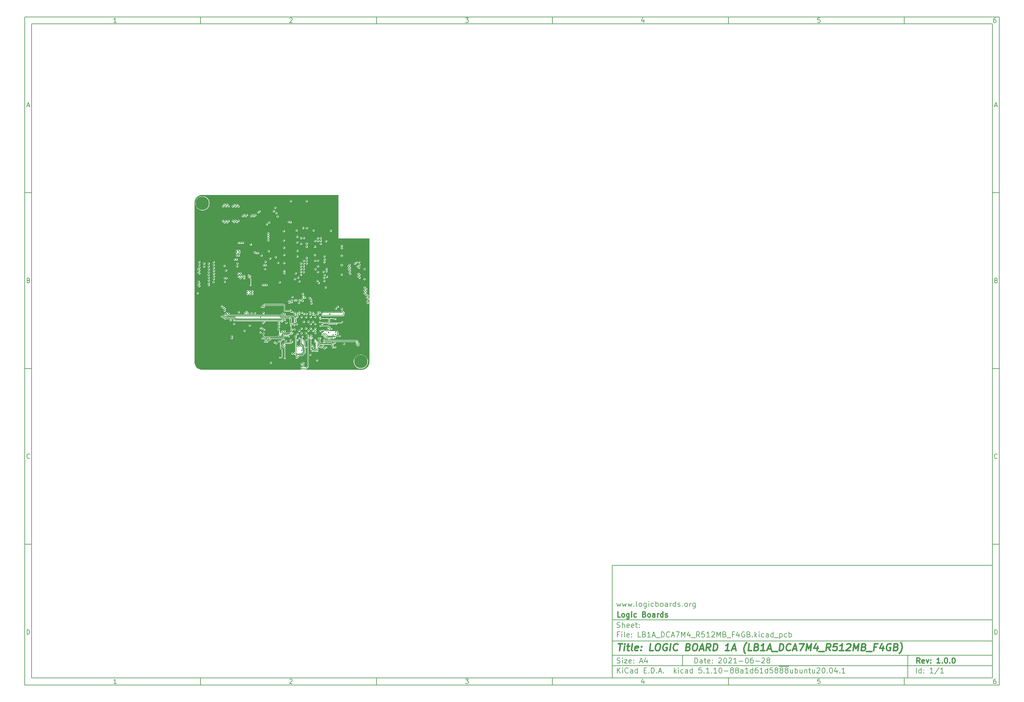
<source format=gbr>
%TF.GenerationSoftware,KiCad,Pcbnew,5.1.10-88a1d61d58~88~ubuntu20.04.1*%
%TF.CreationDate,2021-06-28T11:18:36+05:30*%
%TF.ProjectId,LB1A_DCA7M4_R512MB_F4GB,4c423141-5f44-4434-9137-4d345f523531,1.0.0*%
%TF.SameCoordinates,Original*%
%TF.FileFunction,Copper,L2,Inr*%
%TF.FilePolarity,Positive*%
%FSLAX46Y46*%
G04 Gerber Fmt 4.6, Leading zero omitted, Abs format (unit mm)*
G04 Created by KiCad (PCBNEW 5.1.10-88a1d61d58~88~ubuntu20.04.1) date 2021-06-28 11:18:36*
%MOMM*%
%LPD*%
G01*
G04 APERTURE LIST*
%ADD10C,0.100000*%
%ADD11C,0.150000*%
%ADD12C,0.300000*%
%ADD13C,0.400000*%
%TA.AperFunction,ComponentPad*%
%ADD14C,3.800000*%
%TD*%
%TA.AperFunction,ViaPad*%
%ADD15C,0.400050*%
%TD*%
%TA.AperFunction,ViaPad*%
%ADD16C,0.275590*%
%TD*%
%TA.AperFunction,Conductor*%
%ADD17C,0.100000*%
%TD*%
%TA.AperFunction,Conductor*%
%ADD18C,0.127000*%
%TD*%
%TA.AperFunction,Conductor*%
%ADD19C,0.090000*%
%TD*%
%TA.AperFunction,Conductor*%
%ADD20C,0.101600*%
%TD*%
G04 APERTURE END LIST*
D10*
D11*
X177002200Y-166007200D02*
X177002200Y-198007200D01*
X285002200Y-198007200D01*
X285002200Y-166007200D01*
X177002200Y-166007200D01*
D10*
D11*
X10000000Y-10000000D02*
X10000000Y-200007200D01*
X287002200Y-200007200D01*
X287002200Y-10000000D01*
X10000000Y-10000000D01*
D10*
D11*
X12000000Y-12000000D02*
X12000000Y-198007200D01*
X285002200Y-198007200D01*
X285002200Y-12000000D01*
X12000000Y-12000000D01*
D10*
D11*
X60000000Y-12000000D02*
X60000000Y-10000000D01*
D10*
D11*
X110000000Y-12000000D02*
X110000000Y-10000000D01*
D10*
D11*
X160000000Y-12000000D02*
X160000000Y-10000000D01*
D10*
D11*
X210000000Y-12000000D02*
X210000000Y-10000000D01*
D10*
D11*
X260000000Y-12000000D02*
X260000000Y-10000000D01*
D10*
D11*
X36065476Y-11588095D02*
X35322619Y-11588095D01*
X35694047Y-11588095D02*
X35694047Y-10288095D01*
X35570238Y-10473809D01*
X35446428Y-10597619D01*
X35322619Y-10659523D01*
D10*
D11*
X85322619Y-10411904D02*
X85384523Y-10350000D01*
X85508333Y-10288095D01*
X85817857Y-10288095D01*
X85941666Y-10350000D01*
X86003571Y-10411904D01*
X86065476Y-10535714D01*
X86065476Y-10659523D01*
X86003571Y-10845238D01*
X85260714Y-11588095D01*
X86065476Y-11588095D01*
D10*
D11*
X135260714Y-10288095D02*
X136065476Y-10288095D01*
X135632142Y-10783333D01*
X135817857Y-10783333D01*
X135941666Y-10845238D01*
X136003571Y-10907142D01*
X136065476Y-11030952D01*
X136065476Y-11340476D01*
X136003571Y-11464285D01*
X135941666Y-11526190D01*
X135817857Y-11588095D01*
X135446428Y-11588095D01*
X135322619Y-11526190D01*
X135260714Y-11464285D01*
D10*
D11*
X185941666Y-10721428D02*
X185941666Y-11588095D01*
X185632142Y-10226190D02*
X185322619Y-11154761D01*
X186127380Y-11154761D01*
D10*
D11*
X236003571Y-10288095D02*
X235384523Y-10288095D01*
X235322619Y-10907142D01*
X235384523Y-10845238D01*
X235508333Y-10783333D01*
X235817857Y-10783333D01*
X235941666Y-10845238D01*
X236003571Y-10907142D01*
X236065476Y-11030952D01*
X236065476Y-11340476D01*
X236003571Y-11464285D01*
X235941666Y-11526190D01*
X235817857Y-11588095D01*
X235508333Y-11588095D01*
X235384523Y-11526190D01*
X235322619Y-11464285D01*
D10*
D11*
X285941666Y-10288095D02*
X285694047Y-10288095D01*
X285570238Y-10350000D01*
X285508333Y-10411904D01*
X285384523Y-10597619D01*
X285322619Y-10845238D01*
X285322619Y-11340476D01*
X285384523Y-11464285D01*
X285446428Y-11526190D01*
X285570238Y-11588095D01*
X285817857Y-11588095D01*
X285941666Y-11526190D01*
X286003571Y-11464285D01*
X286065476Y-11340476D01*
X286065476Y-11030952D01*
X286003571Y-10907142D01*
X285941666Y-10845238D01*
X285817857Y-10783333D01*
X285570238Y-10783333D01*
X285446428Y-10845238D01*
X285384523Y-10907142D01*
X285322619Y-11030952D01*
D10*
D11*
X60000000Y-198007200D02*
X60000000Y-200007200D01*
D10*
D11*
X110000000Y-198007200D02*
X110000000Y-200007200D01*
D10*
D11*
X160000000Y-198007200D02*
X160000000Y-200007200D01*
D10*
D11*
X210000000Y-198007200D02*
X210000000Y-200007200D01*
D10*
D11*
X260000000Y-198007200D02*
X260000000Y-200007200D01*
D10*
D11*
X36065476Y-199595295D02*
X35322619Y-199595295D01*
X35694047Y-199595295D02*
X35694047Y-198295295D01*
X35570238Y-198481009D01*
X35446428Y-198604819D01*
X35322619Y-198666723D01*
D10*
D11*
X85322619Y-198419104D02*
X85384523Y-198357200D01*
X85508333Y-198295295D01*
X85817857Y-198295295D01*
X85941666Y-198357200D01*
X86003571Y-198419104D01*
X86065476Y-198542914D01*
X86065476Y-198666723D01*
X86003571Y-198852438D01*
X85260714Y-199595295D01*
X86065476Y-199595295D01*
D10*
D11*
X135260714Y-198295295D02*
X136065476Y-198295295D01*
X135632142Y-198790533D01*
X135817857Y-198790533D01*
X135941666Y-198852438D01*
X136003571Y-198914342D01*
X136065476Y-199038152D01*
X136065476Y-199347676D01*
X136003571Y-199471485D01*
X135941666Y-199533390D01*
X135817857Y-199595295D01*
X135446428Y-199595295D01*
X135322619Y-199533390D01*
X135260714Y-199471485D01*
D10*
D11*
X185941666Y-198728628D02*
X185941666Y-199595295D01*
X185632142Y-198233390D02*
X185322619Y-199161961D01*
X186127380Y-199161961D01*
D10*
D11*
X236003571Y-198295295D02*
X235384523Y-198295295D01*
X235322619Y-198914342D01*
X235384523Y-198852438D01*
X235508333Y-198790533D01*
X235817857Y-198790533D01*
X235941666Y-198852438D01*
X236003571Y-198914342D01*
X236065476Y-199038152D01*
X236065476Y-199347676D01*
X236003571Y-199471485D01*
X235941666Y-199533390D01*
X235817857Y-199595295D01*
X235508333Y-199595295D01*
X235384523Y-199533390D01*
X235322619Y-199471485D01*
D10*
D11*
X285941666Y-198295295D02*
X285694047Y-198295295D01*
X285570238Y-198357200D01*
X285508333Y-198419104D01*
X285384523Y-198604819D01*
X285322619Y-198852438D01*
X285322619Y-199347676D01*
X285384523Y-199471485D01*
X285446428Y-199533390D01*
X285570238Y-199595295D01*
X285817857Y-199595295D01*
X285941666Y-199533390D01*
X286003571Y-199471485D01*
X286065476Y-199347676D01*
X286065476Y-199038152D01*
X286003571Y-198914342D01*
X285941666Y-198852438D01*
X285817857Y-198790533D01*
X285570238Y-198790533D01*
X285446428Y-198852438D01*
X285384523Y-198914342D01*
X285322619Y-199038152D01*
D10*
D11*
X10000000Y-60000000D02*
X12000000Y-60000000D01*
D10*
D11*
X10000000Y-110000000D02*
X12000000Y-110000000D01*
D10*
D11*
X10000000Y-160000000D02*
X12000000Y-160000000D01*
D10*
D11*
X10690476Y-35216666D02*
X11309523Y-35216666D01*
X10566666Y-35588095D02*
X11000000Y-34288095D01*
X11433333Y-35588095D01*
D10*
D11*
X11092857Y-84907142D02*
X11278571Y-84969047D01*
X11340476Y-85030952D01*
X11402380Y-85154761D01*
X11402380Y-85340476D01*
X11340476Y-85464285D01*
X11278571Y-85526190D01*
X11154761Y-85588095D01*
X10659523Y-85588095D01*
X10659523Y-84288095D01*
X11092857Y-84288095D01*
X11216666Y-84350000D01*
X11278571Y-84411904D01*
X11340476Y-84535714D01*
X11340476Y-84659523D01*
X11278571Y-84783333D01*
X11216666Y-84845238D01*
X11092857Y-84907142D01*
X10659523Y-84907142D01*
D10*
D11*
X11402380Y-135464285D02*
X11340476Y-135526190D01*
X11154761Y-135588095D01*
X11030952Y-135588095D01*
X10845238Y-135526190D01*
X10721428Y-135402380D01*
X10659523Y-135278571D01*
X10597619Y-135030952D01*
X10597619Y-134845238D01*
X10659523Y-134597619D01*
X10721428Y-134473809D01*
X10845238Y-134350000D01*
X11030952Y-134288095D01*
X11154761Y-134288095D01*
X11340476Y-134350000D01*
X11402380Y-134411904D01*
D10*
D11*
X10659523Y-185588095D02*
X10659523Y-184288095D01*
X10969047Y-184288095D01*
X11154761Y-184350000D01*
X11278571Y-184473809D01*
X11340476Y-184597619D01*
X11402380Y-184845238D01*
X11402380Y-185030952D01*
X11340476Y-185278571D01*
X11278571Y-185402380D01*
X11154761Y-185526190D01*
X10969047Y-185588095D01*
X10659523Y-185588095D01*
D10*
D11*
X287002200Y-60000000D02*
X285002200Y-60000000D01*
D10*
D11*
X287002200Y-110000000D02*
X285002200Y-110000000D01*
D10*
D11*
X287002200Y-160000000D02*
X285002200Y-160000000D01*
D10*
D11*
X285692676Y-35216666D02*
X286311723Y-35216666D01*
X285568866Y-35588095D02*
X286002200Y-34288095D01*
X286435533Y-35588095D01*
D10*
D11*
X286095057Y-84907142D02*
X286280771Y-84969047D01*
X286342676Y-85030952D01*
X286404580Y-85154761D01*
X286404580Y-85340476D01*
X286342676Y-85464285D01*
X286280771Y-85526190D01*
X286156961Y-85588095D01*
X285661723Y-85588095D01*
X285661723Y-84288095D01*
X286095057Y-84288095D01*
X286218866Y-84350000D01*
X286280771Y-84411904D01*
X286342676Y-84535714D01*
X286342676Y-84659523D01*
X286280771Y-84783333D01*
X286218866Y-84845238D01*
X286095057Y-84907142D01*
X285661723Y-84907142D01*
D10*
D11*
X286404580Y-135464285D02*
X286342676Y-135526190D01*
X286156961Y-135588095D01*
X286033152Y-135588095D01*
X285847438Y-135526190D01*
X285723628Y-135402380D01*
X285661723Y-135278571D01*
X285599819Y-135030952D01*
X285599819Y-134845238D01*
X285661723Y-134597619D01*
X285723628Y-134473809D01*
X285847438Y-134350000D01*
X286033152Y-134288095D01*
X286156961Y-134288095D01*
X286342676Y-134350000D01*
X286404580Y-134411904D01*
D10*
D11*
X285661723Y-185588095D02*
X285661723Y-184288095D01*
X285971247Y-184288095D01*
X286156961Y-184350000D01*
X286280771Y-184473809D01*
X286342676Y-184597619D01*
X286404580Y-184845238D01*
X286404580Y-185030952D01*
X286342676Y-185278571D01*
X286280771Y-185402380D01*
X286156961Y-185526190D01*
X285971247Y-185588095D01*
X285661723Y-185588095D01*
D10*
D11*
X200434342Y-193785771D02*
X200434342Y-192285771D01*
X200791485Y-192285771D01*
X201005771Y-192357200D01*
X201148628Y-192500057D01*
X201220057Y-192642914D01*
X201291485Y-192928628D01*
X201291485Y-193142914D01*
X201220057Y-193428628D01*
X201148628Y-193571485D01*
X201005771Y-193714342D01*
X200791485Y-193785771D01*
X200434342Y-193785771D01*
X202577200Y-193785771D02*
X202577200Y-193000057D01*
X202505771Y-192857200D01*
X202362914Y-192785771D01*
X202077200Y-192785771D01*
X201934342Y-192857200D01*
X202577200Y-193714342D02*
X202434342Y-193785771D01*
X202077200Y-193785771D01*
X201934342Y-193714342D01*
X201862914Y-193571485D01*
X201862914Y-193428628D01*
X201934342Y-193285771D01*
X202077200Y-193214342D01*
X202434342Y-193214342D01*
X202577200Y-193142914D01*
X203077200Y-192785771D02*
X203648628Y-192785771D01*
X203291485Y-192285771D02*
X203291485Y-193571485D01*
X203362914Y-193714342D01*
X203505771Y-193785771D01*
X203648628Y-193785771D01*
X204720057Y-193714342D02*
X204577200Y-193785771D01*
X204291485Y-193785771D01*
X204148628Y-193714342D01*
X204077200Y-193571485D01*
X204077200Y-193000057D01*
X204148628Y-192857200D01*
X204291485Y-192785771D01*
X204577200Y-192785771D01*
X204720057Y-192857200D01*
X204791485Y-193000057D01*
X204791485Y-193142914D01*
X204077200Y-193285771D01*
X205434342Y-193642914D02*
X205505771Y-193714342D01*
X205434342Y-193785771D01*
X205362914Y-193714342D01*
X205434342Y-193642914D01*
X205434342Y-193785771D01*
X205434342Y-192857200D02*
X205505771Y-192928628D01*
X205434342Y-193000057D01*
X205362914Y-192928628D01*
X205434342Y-192857200D01*
X205434342Y-193000057D01*
X207220057Y-192428628D02*
X207291485Y-192357200D01*
X207434342Y-192285771D01*
X207791485Y-192285771D01*
X207934342Y-192357200D01*
X208005771Y-192428628D01*
X208077200Y-192571485D01*
X208077200Y-192714342D01*
X208005771Y-192928628D01*
X207148628Y-193785771D01*
X208077200Y-193785771D01*
X209005771Y-192285771D02*
X209148628Y-192285771D01*
X209291485Y-192357200D01*
X209362914Y-192428628D01*
X209434342Y-192571485D01*
X209505771Y-192857200D01*
X209505771Y-193214342D01*
X209434342Y-193500057D01*
X209362914Y-193642914D01*
X209291485Y-193714342D01*
X209148628Y-193785771D01*
X209005771Y-193785771D01*
X208862914Y-193714342D01*
X208791485Y-193642914D01*
X208720057Y-193500057D01*
X208648628Y-193214342D01*
X208648628Y-192857200D01*
X208720057Y-192571485D01*
X208791485Y-192428628D01*
X208862914Y-192357200D01*
X209005771Y-192285771D01*
X210077200Y-192428628D02*
X210148628Y-192357200D01*
X210291485Y-192285771D01*
X210648628Y-192285771D01*
X210791485Y-192357200D01*
X210862914Y-192428628D01*
X210934342Y-192571485D01*
X210934342Y-192714342D01*
X210862914Y-192928628D01*
X210005771Y-193785771D01*
X210934342Y-193785771D01*
X212362914Y-193785771D02*
X211505771Y-193785771D01*
X211934342Y-193785771D02*
X211934342Y-192285771D01*
X211791485Y-192500057D01*
X211648628Y-192642914D01*
X211505771Y-192714342D01*
X213005771Y-193214342D02*
X214148628Y-193214342D01*
X215148628Y-192285771D02*
X215291485Y-192285771D01*
X215434342Y-192357200D01*
X215505771Y-192428628D01*
X215577200Y-192571485D01*
X215648628Y-192857200D01*
X215648628Y-193214342D01*
X215577200Y-193500057D01*
X215505771Y-193642914D01*
X215434342Y-193714342D01*
X215291485Y-193785771D01*
X215148628Y-193785771D01*
X215005771Y-193714342D01*
X214934342Y-193642914D01*
X214862914Y-193500057D01*
X214791485Y-193214342D01*
X214791485Y-192857200D01*
X214862914Y-192571485D01*
X214934342Y-192428628D01*
X215005771Y-192357200D01*
X215148628Y-192285771D01*
X216934342Y-192285771D02*
X216648628Y-192285771D01*
X216505771Y-192357200D01*
X216434342Y-192428628D01*
X216291485Y-192642914D01*
X216220057Y-192928628D01*
X216220057Y-193500057D01*
X216291485Y-193642914D01*
X216362914Y-193714342D01*
X216505771Y-193785771D01*
X216791485Y-193785771D01*
X216934342Y-193714342D01*
X217005771Y-193642914D01*
X217077200Y-193500057D01*
X217077200Y-193142914D01*
X217005771Y-193000057D01*
X216934342Y-192928628D01*
X216791485Y-192857200D01*
X216505771Y-192857200D01*
X216362914Y-192928628D01*
X216291485Y-193000057D01*
X216220057Y-193142914D01*
X217720057Y-193214342D02*
X218862914Y-193214342D01*
X219505771Y-192428628D02*
X219577200Y-192357200D01*
X219720057Y-192285771D01*
X220077200Y-192285771D01*
X220220057Y-192357200D01*
X220291485Y-192428628D01*
X220362914Y-192571485D01*
X220362914Y-192714342D01*
X220291485Y-192928628D01*
X219434342Y-193785771D01*
X220362914Y-193785771D01*
X221220057Y-192928628D02*
X221077200Y-192857200D01*
X221005771Y-192785771D01*
X220934342Y-192642914D01*
X220934342Y-192571485D01*
X221005771Y-192428628D01*
X221077200Y-192357200D01*
X221220057Y-192285771D01*
X221505771Y-192285771D01*
X221648628Y-192357200D01*
X221720057Y-192428628D01*
X221791485Y-192571485D01*
X221791485Y-192642914D01*
X221720057Y-192785771D01*
X221648628Y-192857200D01*
X221505771Y-192928628D01*
X221220057Y-192928628D01*
X221077200Y-193000057D01*
X221005771Y-193071485D01*
X220934342Y-193214342D01*
X220934342Y-193500057D01*
X221005771Y-193642914D01*
X221077200Y-193714342D01*
X221220057Y-193785771D01*
X221505771Y-193785771D01*
X221648628Y-193714342D01*
X221720057Y-193642914D01*
X221791485Y-193500057D01*
X221791485Y-193214342D01*
X221720057Y-193071485D01*
X221648628Y-193000057D01*
X221505771Y-192928628D01*
D10*
D11*
X177002200Y-194507200D02*
X285002200Y-194507200D01*
D10*
D11*
X178434342Y-196585771D02*
X178434342Y-195085771D01*
X179291485Y-196585771D02*
X178648628Y-195728628D01*
X179291485Y-195085771D02*
X178434342Y-195942914D01*
X179934342Y-196585771D02*
X179934342Y-195585771D01*
X179934342Y-195085771D02*
X179862914Y-195157200D01*
X179934342Y-195228628D01*
X180005771Y-195157200D01*
X179934342Y-195085771D01*
X179934342Y-195228628D01*
X181505771Y-196442914D02*
X181434342Y-196514342D01*
X181220057Y-196585771D01*
X181077200Y-196585771D01*
X180862914Y-196514342D01*
X180720057Y-196371485D01*
X180648628Y-196228628D01*
X180577200Y-195942914D01*
X180577200Y-195728628D01*
X180648628Y-195442914D01*
X180720057Y-195300057D01*
X180862914Y-195157200D01*
X181077200Y-195085771D01*
X181220057Y-195085771D01*
X181434342Y-195157200D01*
X181505771Y-195228628D01*
X182791485Y-196585771D02*
X182791485Y-195800057D01*
X182720057Y-195657200D01*
X182577200Y-195585771D01*
X182291485Y-195585771D01*
X182148628Y-195657200D01*
X182791485Y-196514342D02*
X182648628Y-196585771D01*
X182291485Y-196585771D01*
X182148628Y-196514342D01*
X182077200Y-196371485D01*
X182077200Y-196228628D01*
X182148628Y-196085771D01*
X182291485Y-196014342D01*
X182648628Y-196014342D01*
X182791485Y-195942914D01*
X184148628Y-196585771D02*
X184148628Y-195085771D01*
X184148628Y-196514342D02*
X184005771Y-196585771D01*
X183720057Y-196585771D01*
X183577200Y-196514342D01*
X183505771Y-196442914D01*
X183434342Y-196300057D01*
X183434342Y-195871485D01*
X183505771Y-195728628D01*
X183577200Y-195657200D01*
X183720057Y-195585771D01*
X184005771Y-195585771D01*
X184148628Y-195657200D01*
X186005771Y-195800057D02*
X186505771Y-195800057D01*
X186720057Y-196585771D02*
X186005771Y-196585771D01*
X186005771Y-195085771D01*
X186720057Y-195085771D01*
X187362914Y-196442914D02*
X187434342Y-196514342D01*
X187362914Y-196585771D01*
X187291485Y-196514342D01*
X187362914Y-196442914D01*
X187362914Y-196585771D01*
X188077200Y-196585771D02*
X188077200Y-195085771D01*
X188434342Y-195085771D01*
X188648628Y-195157200D01*
X188791485Y-195300057D01*
X188862914Y-195442914D01*
X188934342Y-195728628D01*
X188934342Y-195942914D01*
X188862914Y-196228628D01*
X188791485Y-196371485D01*
X188648628Y-196514342D01*
X188434342Y-196585771D01*
X188077200Y-196585771D01*
X189577200Y-196442914D02*
X189648628Y-196514342D01*
X189577200Y-196585771D01*
X189505771Y-196514342D01*
X189577200Y-196442914D01*
X189577200Y-196585771D01*
X190220057Y-196157200D02*
X190934342Y-196157200D01*
X190077200Y-196585771D02*
X190577200Y-195085771D01*
X191077200Y-196585771D01*
X191577200Y-196442914D02*
X191648628Y-196514342D01*
X191577200Y-196585771D01*
X191505771Y-196514342D01*
X191577200Y-196442914D01*
X191577200Y-196585771D01*
X194577200Y-196585771D02*
X194577200Y-195085771D01*
X194720057Y-196014342D02*
X195148628Y-196585771D01*
X195148628Y-195585771D02*
X194577200Y-196157200D01*
X195791485Y-196585771D02*
X195791485Y-195585771D01*
X195791485Y-195085771D02*
X195720057Y-195157200D01*
X195791485Y-195228628D01*
X195862914Y-195157200D01*
X195791485Y-195085771D01*
X195791485Y-195228628D01*
X197148628Y-196514342D02*
X197005771Y-196585771D01*
X196720057Y-196585771D01*
X196577200Y-196514342D01*
X196505771Y-196442914D01*
X196434342Y-196300057D01*
X196434342Y-195871485D01*
X196505771Y-195728628D01*
X196577200Y-195657200D01*
X196720057Y-195585771D01*
X197005771Y-195585771D01*
X197148628Y-195657200D01*
X198434342Y-196585771D02*
X198434342Y-195800057D01*
X198362914Y-195657200D01*
X198220057Y-195585771D01*
X197934342Y-195585771D01*
X197791485Y-195657200D01*
X198434342Y-196514342D02*
X198291485Y-196585771D01*
X197934342Y-196585771D01*
X197791485Y-196514342D01*
X197720057Y-196371485D01*
X197720057Y-196228628D01*
X197791485Y-196085771D01*
X197934342Y-196014342D01*
X198291485Y-196014342D01*
X198434342Y-195942914D01*
X199791485Y-196585771D02*
X199791485Y-195085771D01*
X199791485Y-196514342D02*
X199648628Y-196585771D01*
X199362914Y-196585771D01*
X199220057Y-196514342D01*
X199148628Y-196442914D01*
X199077200Y-196300057D01*
X199077200Y-195871485D01*
X199148628Y-195728628D01*
X199220057Y-195657200D01*
X199362914Y-195585771D01*
X199648628Y-195585771D01*
X199791485Y-195657200D01*
X202362914Y-195085771D02*
X201648628Y-195085771D01*
X201577200Y-195800057D01*
X201648628Y-195728628D01*
X201791485Y-195657200D01*
X202148628Y-195657200D01*
X202291485Y-195728628D01*
X202362914Y-195800057D01*
X202434342Y-195942914D01*
X202434342Y-196300057D01*
X202362914Y-196442914D01*
X202291485Y-196514342D01*
X202148628Y-196585771D01*
X201791485Y-196585771D01*
X201648628Y-196514342D01*
X201577200Y-196442914D01*
X203077200Y-196442914D02*
X203148628Y-196514342D01*
X203077200Y-196585771D01*
X203005771Y-196514342D01*
X203077200Y-196442914D01*
X203077200Y-196585771D01*
X204577200Y-196585771D02*
X203720057Y-196585771D01*
X204148628Y-196585771D02*
X204148628Y-195085771D01*
X204005771Y-195300057D01*
X203862914Y-195442914D01*
X203720057Y-195514342D01*
X205220057Y-196442914D02*
X205291485Y-196514342D01*
X205220057Y-196585771D01*
X205148628Y-196514342D01*
X205220057Y-196442914D01*
X205220057Y-196585771D01*
X206720057Y-196585771D02*
X205862914Y-196585771D01*
X206291485Y-196585771D02*
X206291485Y-195085771D01*
X206148628Y-195300057D01*
X206005771Y-195442914D01*
X205862914Y-195514342D01*
X207648628Y-195085771D02*
X207791485Y-195085771D01*
X207934342Y-195157200D01*
X208005771Y-195228628D01*
X208077200Y-195371485D01*
X208148628Y-195657200D01*
X208148628Y-196014342D01*
X208077200Y-196300057D01*
X208005771Y-196442914D01*
X207934342Y-196514342D01*
X207791485Y-196585771D01*
X207648628Y-196585771D01*
X207505771Y-196514342D01*
X207434342Y-196442914D01*
X207362914Y-196300057D01*
X207291485Y-196014342D01*
X207291485Y-195657200D01*
X207362914Y-195371485D01*
X207434342Y-195228628D01*
X207505771Y-195157200D01*
X207648628Y-195085771D01*
X208791485Y-196014342D02*
X209934342Y-196014342D01*
X210862914Y-195728628D02*
X210720057Y-195657200D01*
X210648628Y-195585771D01*
X210577200Y-195442914D01*
X210577200Y-195371485D01*
X210648628Y-195228628D01*
X210720057Y-195157200D01*
X210862914Y-195085771D01*
X211148628Y-195085771D01*
X211291485Y-195157200D01*
X211362914Y-195228628D01*
X211434342Y-195371485D01*
X211434342Y-195442914D01*
X211362914Y-195585771D01*
X211291485Y-195657200D01*
X211148628Y-195728628D01*
X210862914Y-195728628D01*
X210720057Y-195800057D01*
X210648628Y-195871485D01*
X210577200Y-196014342D01*
X210577200Y-196300057D01*
X210648628Y-196442914D01*
X210720057Y-196514342D01*
X210862914Y-196585771D01*
X211148628Y-196585771D01*
X211291485Y-196514342D01*
X211362914Y-196442914D01*
X211434342Y-196300057D01*
X211434342Y-196014342D01*
X211362914Y-195871485D01*
X211291485Y-195800057D01*
X211148628Y-195728628D01*
X212291485Y-195728628D02*
X212148628Y-195657200D01*
X212077200Y-195585771D01*
X212005771Y-195442914D01*
X212005771Y-195371485D01*
X212077200Y-195228628D01*
X212148628Y-195157200D01*
X212291485Y-195085771D01*
X212577200Y-195085771D01*
X212720057Y-195157200D01*
X212791485Y-195228628D01*
X212862914Y-195371485D01*
X212862914Y-195442914D01*
X212791485Y-195585771D01*
X212720057Y-195657200D01*
X212577200Y-195728628D01*
X212291485Y-195728628D01*
X212148628Y-195800057D01*
X212077200Y-195871485D01*
X212005771Y-196014342D01*
X212005771Y-196300057D01*
X212077200Y-196442914D01*
X212148628Y-196514342D01*
X212291485Y-196585771D01*
X212577200Y-196585771D01*
X212720057Y-196514342D01*
X212791485Y-196442914D01*
X212862914Y-196300057D01*
X212862914Y-196014342D01*
X212791485Y-195871485D01*
X212720057Y-195800057D01*
X212577200Y-195728628D01*
X214148628Y-196585771D02*
X214148628Y-195800057D01*
X214077200Y-195657200D01*
X213934342Y-195585771D01*
X213648628Y-195585771D01*
X213505771Y-195657200D01*
X214148628Y-196514342D02*
X214005771Y-196585771D01*
X213648628Y-196585771D01*
X213505771Y-196514342D01*
X213434342Y-196371485D01*
X213434342Y-196228628D01*
X213505771Y-196085771D01*
X213648628Y-196014342D01*
X214005771Y-196014342D01*
X214148628Y-195942914D01*
X215648628Y-196585771D02*
X214791485Y-196585771D01*
X215220057Y-196585771D02*
X215220057Y-195085771D01*
X215077200Y-195300057D01*
X214934342Y-195442914D01*
X214791485Y-195514342D01*
X216934342Y-196585771D02*
X216934342Y-195085771D01*
X216934342Y-196514342D02*
X216791485Y-196585771D01*
X216505771Y-196585771D01*
X216362914Y-196514342D01*
X216291485Y-196442914D01*
X216220057Y-196300057D01*
X216220057Y-195871485D01*
X216291485Y-195728628D01*
X216362914Y-195657200D01*
X216505771Y-195585771D01*
X216791485Y-195585771D01*
X216934342Y-195657200D01*
X218291485Y-195085771D02*
X218005771Y-195085771D01*
X217862914Y-195157200D01*
X217791485Y-195228628D01*
X217648628Y-195442914D01*
X217577200Y-195728628D01*
X217577200Y-196300057D01*
X217648628Y-196442914D01*
X217720057Y-196514342D01*
X217862914Y-196585771D01*
X218148628Y-196585771D01*
X218291485Y-196514342D01*
X218362914Y-196442914D01*
X218434342Y-196300057D01*
X218434342Y-195942914D01*
X218362914Y-195800057D01*
X218291485Y-195728628D01*
X218148628Y-195657200D01*
X217862914Y-195657200D01*
X217720057Y-195728628D01*
X217648628Y-195800057D01*
X217577200Y-195942914D01*
X219862914Y-196585771D02*
X219005771Y-196585771D01*
X219434342Y-196585771D02*
X219434342Y-195085771D01*
X219291485Y-195300057D01*
X219148628Y-195442914D01*
X219005771Y-195514342D01*
X221148628Y-196585771D02*
X221148628Y-195085771D01*
X221148628Y-196514342D02*
X221005771Y-196585771D01*
X220720057Y-196585771D01*
X220577200Y-196514342D01*
X220505771Y-196442914D01*
X220434342Y-196300057D01*
X220434342Y-195871485D01*
X220505771Y-195728628D01*
X220577200Y-195657200D01*
X220720057Y-195585771D01*
X221005771Y-195585771D01*
X221148628Y-195657200D01*
X222577200Y-195085771D02*
X221862914Y-195085771D01*
X221791485Y-195800057D01*
X221862914Y-195728628D01*
X222005771Y-195657200D01*
X222362914Y-195657200D01*
X222505771Y-195728628D01*
X222577200Y-195800057D01*
X222648628Y-195942914D01*
X222648628Y-196300057D01*
X222577200Y-196442914D01*
X222505771Y-196514342D01*
X222362914Y-196585771D01*
X222005771Y-196585771D01*
X221862914Y-196514342D01*
X221791485Y-196442914D01*
X223505771Y-195728628D02*
X223362914Y-195657200D01*
X223291485Y-195585771D01*
X223220057Y-195442914D01*
X223220057Y-195371485D01*
X223291485Y-195228628D01*
X223362914Y-195157200D01*
X223505771Y-195085771D01*
X223791485Y-195085771D01*
X223934342Y-195157200D01*
X224005771Y-195228628D01*
X224077200Y-195371485D01*
X224077200Y-195442914D01*
X224005771Y-195585771D01*
X223934342Y-195657200D01*
X223791485Y-195728628D01*
X223505771Y-195728628D01*
X223362914Y-195800057D01*
X223291485Y-195871485D01*
X223220057Y-196014342D01*
X223220057Y-196300057D01*
X223291485Y-196442914D01*
X223362914Y-196514342D01*
X223505771Y-196585771D01*
X223791485Y-196585771D01*
X223934342Y-196514342D01*
X224005771Y-196442914D01*
X224077200Y-196300057D01*
X224077200Y-196014342D01*
X224005771Y-195871485D01*
X223934342Y-195800057D01*
X223791485Y-195728628D01*
X224362914Y-194677200D02*
X225791485Y-194677200D01*
X224934342Y-195728628D02*
X224791485Y-195657200D01*
X224720057Y-195585771D01*
X224648628Y-195442914D01*
X224648628Y-195371485D01*
X224720057Y-195228628D01*
X224791485Y-195157200D01*
X224934342Y-195085771D01*
X225220057Y-195085771D01*
X225362914Y-195157200D01*
X225434342Y-195228628D01*
X225505771Y-195371485D01*
X225505771Y-195442914D01*
X225434342Y-195585771D01*
X225362914Y-195657200D01*
X225220057Y-195728628D01*
X224934342Y-195728628D01*
X224791485Y-195800057D01*
X224720057Y-195871485D01*
X224648628Y-196014342D01*
X224648628Y-196300057D01*
X224720057Y-196442914D01*
X224791485Y-196514342D01*
X224934342Y-196585771D01*
X225220057Y-196585771D01*
X225362914Y-196514342D01*
X225434342Y-196442914D01*
X225505771Y-196300057D01*
X225505771Y-196014342D01*
X225434342Y-195871485D01*
X225362914Y-195800057D01*
X225220057Y-195728628D01*
X225791485Y-194677200D02*
X227220057Y-194677200D01*
X226362914Y-195728628D02*
X226220057Y-195657200D01*
X226148628Y-195585771D01*
X226077199Y-195442914D01*
X226077199Y-195371485D01*
X226148628Y-195228628D01*
X226220057Y-195157200D01*
X226362914Y-195085771D01*
X226648628Y-195085771D01*
X226791485Y-195157200D01*
X226862914Y-195228628D01*
X226934342Y-195371485D01*
X226934342Y-195442914D01*
X226862914Y-195585771D01*
X226791485Y-195657200D01*
X226648628Y-195728628D01*
X226362914Y-195728628D01*
X226220057Y-195800057D01*
X226148628Y-195871485D01*
X226077199Y-196014342D01*
X226077199Y-196300057D01*
X226148628Y-196442914D01*
X226220057Y-196514342D01*
X226362914Y-196585771D01*
X226648628Y-196585771D01*
X226791485Y-196514342D01*
X226862914Y-196442914D01*
X226934342Y-196300057D01*
X226934342Y-196014342D01*
X226862914Y-195871485D01*
X226791485Y-195800057D01*
X226648628Y-195728628D01*
X228220057Y-195585771D02*
X228220057Y-196585771D01*
X227577199Y-195585771D02*
X227577199Y-196371485D01*
X227648628Y-196514342D01*
X227791485Y-196585771D01*
X228005771Y-196585771D01*
X228148628Y-196514342D01*
X228220057Y-196442914D01*
X228934342Y-196585771D02*
X228934342Y-195085771D01*
X228934342Y-195657200D02*
X229077199Y-195585771D01*
X229362914Y-195585771D01*
X229505771Y-195657200D01*
X229577199Y-195728628D01*
X229648628Y-195871485D01*
X229648628Y-196300057D01*
X229577199Y-196442914D01*
X229505771Y-196514342D01*
X229362914Y-196585771D01*
X229077199Y-196585771D01*
X228934342Y-196514342D01*
X230934342Y-195585771D02*
X230934342Y-196585771D01*
X230291485Y-195585771D02*
X230291485Y-196371485D01*
X230362914Y-196514342D01*
X230505771Y-196585771D01*
X230720057Y-196585771D01*
X230862914Y-196514342D01*
X230934342Y-196442914D01*
X231648628Y-195585771D02*
X231648628Y-196585771D01*
X231648628Y-195728628D02*
X231720057Y-195657200D01*
X231862914Y-195585771D01*
X232077199Y-195585771D01*
X232220057Y-195657200D01*
X232291485Y-195800057D01*
X232291485Y-196585771D01*
X232791485Y-195585771D02*
X233362914Y-195585771D01*
X233005771Y-195085771D02*
X233005771Y-196371485D01*
X233077199Y-196514342D01*
X233220057Y-196585771D01*
X233362914Y-196585771D01*
X234505771Y-195585771D02*
X234505771Y-196585771D01*
X233862914Y-195585771D02*
X233862914Y-196371485D01*
X233934342Y-196514342D01*
X234077200Y-196585771D01*
X234291485Y-196585771D01*
X234434342Y-196514342D01*
X234505771Y-196442914D01*
X235148628Y-195228628D02*
X235220057Y-195157200D01*
X235362914Y-195085771D01*
X235720057Y-195085771D01*
X235862914Y-195157200D01*
X235934342Y-195228628D01*
X236005771Y-195371485D01*
X236005771Y-195514342D01*
X235934342Y-195728628D01*
X235077200Y-196585771D01*
X236005771Y-196585771D01*
X236934342Y-195085771D02*
X237077199Y-195085771D01*
X237220057Y-195157200D01*
X237291485Y-195228628D01*
X237362914Y-195371485D01*
X237434342Y-195657200D01*
X237434342Y-196014342D01*
X237362914Y-196300057D01*
X237291485Y-196442914D01*
X237220057Y-196514342D01*
X237077199Y-196585771D01*
X236934342Y-196585771D01*
X236791485Y-196514342D01*
X236720057Y-196442914D01*
X236648628Y-196300057D01*
X236577199Y-196014342D01*
X236577199Y-195657200D01*
X236648628Y-195371485D01*
X236720057Y-195228628D01*
X236791485Y-195157200D01*
X236934342Y-195085771D01*
X238077199Y-196442914D02*
X238148628Y-196514342D01*
X238077199Y-196585771D01*
X238005771Y-196514342D01*
X238077199Y-196442914D01*
X238077199Y-196585771D01*
X239077199Y-195085771D02*
X239220057Y-195085771D01*
X239362914Y-195157200D01*
X239434342Y-195228628D01*
X239505771Y-195371485D01*
X239577199Y-195657200D01*
X239577199Y-196014342D01*
X239505771Y-196300057D01*
X239434342Y-196442914D01*
X239362914Y-196514342D01*
X239220057Y-196585771D01*
X239077199Y-196585771D01*
X238934342Y-196514342D01*
X238862914Y-196442914D01*
X238791485Y-196300057D01*
X238720057Y-196014342D01*
X238720057Y-195657200D01*
X238791485Y-195371485D01*
X238862914Y-195228628D01*
X238934342Y-195157200D01*
X239077199Y-195085771D01*
X240862914Y-195585771D02*
X240862914Y-196585771D01*
X240505771Y-195014342D02*
X240148628Y-196085771D01*
X241077199Y-196085771D01*
X241648628Y-196442914D02*
X241720057Y-196514342D01*
X241648628Y-196585771D01*
X241577199Y-196514342D01*
X241648628Y-196442914D01*
X241648628Y-196585771D01*
X243148628Y-196585771D02*
X242291485Y-196585771D01*
X242720057Y-196585771D02*
X242720057Y-195085771D01*
X242577199Y-195300057D01*
X242434342Y-195442914D01*
X242291485Y-195514342D01*
D10*
D11*
X177002200Y-191507200D02*
X285002200Y-191507200D01*
D10*
D12*
X264411485Y-193785771D02*
X263911485Y-193071485D01*
X263554342Y-193785771D02*
X263554342Y-192285771D01*
X264125771Y-192285771D01*
X264268628Y-192357200D01*
X264340057Y-192428628D01*
X264411485Y-192571485D01*
X264411485Y-192785771D01*
X264340057Y-192928628D01*
X264268628Y-193000057D01*
X264125771Y-193071485D01*
X263554342Y-193071485D01*
X265625771Y-193714342D02*
X265482914Y-193785771D01*
X265197200Y-193785771D01*
X265054342Y-193714342D01*
X264982914Y-193571485D01*
X264982914Y-193000057D01*
X265054342Y-192857200D01*
X265197200Y-192785771D01*
X265482914Y-192785771D01*
X265625771Y-192857200D01*
X265697200Y-193000057D01*
X265697200Y-193142914D01*
X264982914Y-193285771D01*
X266197200Y-192785771D02*
X266554342Y-193785771D01*
X266911485Y-192785771D01*
X267482914Y-193642914D02*
X267554342Y-193714342D01*
X267482914Y-193785771D01*
X267411485Y-193714342D01*
X267482914Y-193642914D01*
X267482914Y-193785771D01*
X267482914Y-192857200D02*
X267554342Y-192928628D01*
X267482914Y-193000057D01*
X267411485Y-192928628D01*
X267482914Y-192857200D01*
X267482914Y-193000057D01*
X270125771Y-193785771D02*
X269268628Y-193785771D01*
X269697200Y-193785771D02*
X269697200Y-192285771D01*
X269554342Y-192500057D01*
X269411485Y-192642914D01*
X269268628Y-192714342D01*
X270768628Y-193642914D02*
X270840057Y-193714342D01*
X270768628Y-193785771D01*
X270697200Y-193714342D01*
X270768628Y-193642914D01*
X270768628Y-193785771D01*
X271768628Y-192285771D02*
X271911485Y-192285771D01*
X272054342Y-192357200D01*
X272125771Y-192428628D01*
X272197200Y-192571485D01*
X272268628Y-192857200D01*
X272268628Y-193214342D01*
X272197200Y-193500057D01*
X272125771Y-193642914D01*
X272054342Y-193714342D01*
X271911485Y-193785771D01*
X271768628Y-193785771D01*
X271625771Y-193714342D01*
X271554342Y-193642914D01*
X271482914Y-193500057D01*
X271411485Y-193214342D01*
X271411485Y-192857200D01*
X271482914Y-192571485D01*
X271554342Y-192428628D01*
X271625771Y-192357200D01*
X271768628Y-192285771D01*
X272911485Y-193642914D02*
X272982914Y-193714342D01*
X272911485Y-193785771D01*
X272840057Y-193714342D01*
X272911485Y-193642914D01*
X272911485Y-193785771D01*
X273911485Y-192285771D02*
X274054342Y-192285771D01*
X274197200Y-192357200D01*
X274268628Y-192428628D01*
X274340057Y-192571485D01*
X274411485Y-192857200D01*
X274411485Y-193214342D01*
X274340057Y-193500057D01*
X274268628Y-193642914D01*
X274197200Y-193714342D01*
X274054342Y-193785771D01*
X273911485Y-193785771D01*
X273768628Y-193714342D01*
X273697200Y-193642914D01*
X273625771Y-193500057D01*
X273554342Y-193214342D01*
X273554342Y-192857200D01*
X273625771Y-192571485D01*
X273697200Y-192428628D01*
X273768628Y-192357200D01*
X273911485Y-192285771D01*
D10*
D11*
X178362914Y-193714342D02*
X178577200Y-193785771D01*
X178934342Y-193785771D01*
X179077200Y-193714342D01*
X179148628Y-193642914D01*
X179220057Y-193500057D01*
X179220057Y-193357200D01*
X179148628Y-193214342D01*
X179077200Y-193142914D01*
X178934342Y-193071485D01*
X178648628Y-193000057D01*
X178505771Y-192928628D01*
X178434342Y-192857200D01*
X178362914Y-192714342D01*
X178362914Y-192571485D01*
X178434342Y-192428628D01*
X178505771Y-192357200D01*
X178648628Y-192285771D01*
X179005771Y-192285771D01*
X179220057Y-192357200D01*
X179862914Y-193785771D02*
X179862914Y-192785771D01*
X179862914Y-192285771D02*
X179791485Y-192357200D01*
X179862914Y-192428628D01*
X179934342Y-192357200D01*
X179862914Y-192285771D01*
X179862914Y-192428628D01*
X180434342Y-192785771D02*
X181220057Y-192785771D01*
X180434342Y-193785771D01*
X181220057Y-193785771D01*
X182362914Y-193714342D02*
X182220057Y-193785771D01*
X181934342Y-193785771D01*
X181791485Y-193714342D01*
X181720057Y-193571485D01*
X181720057Y-193000057D01*
X181791485Y-192857200D01*
X181934342Y-192785771D01*
X182220057Y-192785771D01*
X182362914Y-192857200D01*
X182434342Y-193000057D01*
X182434342Y-193142914D01*
X181720057Y-193285771D01*
X183077200Y-193642914D02*
X183148628Y-193714342D01*
X183077200Y-193785771D01*
X183005771Y-193714342D01*
X183077200Y-193642914D01*
X183077200Y-193785771D01*
X183077200Y-192857200D02*
X183148628Y-192928628D01*
X183077200Y-193000057D01*
X183005771Y-192928628D01*
X183077200Y-192857200D01*
X183077200Y-193000057D01*
X184862914Y-193357200D02*
X185577200Y-193357200D01*
X184720057Y-193785771D02*
X185220057Y-192285771D01*
X185720057Y-193785771D01*
X186862914Y-192785771D02*
X186862914Y-193785771D01*
X186505771Y-192214342D02*
X186148628Y-193285771D01*
X187077200Y-193285771D01*
D10*
D11*
X263434342Y-196585771D02*
X263434342Y-195085771D01*
X264791485Y-196585771D02*
X264791485Y-195085771D01*
X264791485Y-196514342D02*
X264648628Y-196585771D01*
X264362914Y-196585771D01*
X264220057Y-196514342D01*
X264148628Y-196442914D01*
X264077200Y-196300057D01*
X264077200Y-195871485D01*
X264148628Y-195728628D01*
X264220057Y-195657200D01*
X264362914Y-195585771D01*
X264648628Y-195585771D01*
X264791485Y-195657200D01*
X265505771Y-196442914D02*
X265577200Y-196514342D01*
X265505771Y-196585771D01*
X265434342Y-196514342D01*
X265505771Y-196442914D01*
X265505771Y-196585771D01*
X265505771Y-195657200D02*
X265577200Y-195728628D01*
X265505771Y-195800057D01*
X265434342Y-195728628D01*
X265505771Y-195657200D01*
X265505771Y-195800057D01*
X268148628Y-196585771D02*
X267291485Y-196585771D01*
X267720057Y-196585771D02*
X267720057Y-195085771D01*
X267577200Y-195300057D01*
X267434342Y-195442914D01*
X267291485Y-195514342D01*
X269862914Y-195014342D02*
X268577200Y-196942914D01*
X271148628Y-196585771D02*
X270291485Y-196585771D01*
X270720057Y-196585771D02*
X270720057Y-195085771D01*
X270577200Y-195300057D01*
X270434342Y-195442914D01*
X270291485Y-195514342D01*
D10*
D11*
X177002200Y-187507200D02*
X285002200Y-187507200D01*
D10*
D13*
X178714580Y-188211961D02*
X179857438Y-188211961D01*
X179036009Y-190211961D02*
X179286009Y-188211961D01*
X180274104Y-190211961D02*
X180440771Y-188878628D01*
X180524104Y-188211961D02*
X180416961Y-188307200D01*
X180500295Y-188402438D01*
X180607438Y-188307200D01*
X180524104Y-188211961D01*
X180500295Y-188402438D01*
X181107438Y-188878628D02*
X181869342Y-188878628D01*
X181476485Y-188211961D02*
X181262200Y-189926247D01*
X181333628Y-190116723D01*
X181512200Y-190211961D01*
X181702676Y-190211961D01*
X182655057Y-190211961D02*
X182476485Y-190116723D01*
X182405057Y-189926247D01*
X182619342Y-188211961D01*
X184190771Y-190116723D02*
X183988390Y-190211961D01*
X183607438Y-190211961D01*
X183428866Y-190116723D01*
X183357438Y-189926247D01*
X183452676Y-189164342D01*
X183571723Y-188973866D01*
X183774104Y-188878628D01*
X184155057Y-188878628D01*
X184333628Y-188973866D01*
X184405057Y-189164342D01*
X184381247Y-189354819D01*
X183405057Y-189545295D01*
X185155057Y-190021485D02*
X185238390Y-190116723D01*
X185131247Y-190211961D01*
X185047914Y-190116723D01*
X185155057Y-190021485D01*
X185131247Y-190211961D01*
X185286009Y-188973866D02*
X185369342Y-189069104D01*
X185262200Y-189164342D01*
X185178866Y-189069104D01*
X185286009Y-188973866D01*
X185262200Y-189164342D01*
X188559819Y-190211961D02*
X187607438Y-190211961D01*
X187857438Y-188211961D01*
X189857438Y-188211961D02*
X190238390Y-188211961D01*
X190416961Y-188307200D01*
X190583628Y-188497676D01*
X190631247Y-188878628D01*
X190547914Y-189545295D01*
X190405057Y-189926247D01*
X190190771Y-190116723D01*
X189988390Y-190211961D01*
X189607438Y-190211961D01*
X189428866Y-190116723D01*
X189262200Y-189926247D01*
X189214580Y-189545295D01*
X189297914Y-188878628D01*
X189440771Y-188497676D01*
X189655057Y-188307200D01*
X189857438Y-188211961D01*
X192607438Y-188307200D02*
X192428866Y-188211961D01*
X192143152Y-188211961D01*
X191845533Y-188307200D01*
X191631247Y-188497676D01*
X191512200Y-188688152D01*
X191369342Y-189069104D01*
X191333628Y-189354819D01*
X191381247Y-189735771D01*
X191452676Y-189926247D01*
X191619342Y-190116723D01*
X191893152Y-190211961D01*
X192083628Y-190211961D01*
X192381247Y-190116723D01*
X192488390Y-190021485D01*
X192571723Y-189354819D01*
X192190771Y-189354819D01*
X193321723Y-190211961D02*
X193571723Y-188211961D01*
X195440771Y-190021485D02*
X195333628Y-190116723D01*
X195036009Y-190211961D01*
X194845533Y-190211961D01*
X194571723Y-190116723D01*
X194405057Y-189926247D01*
X194333628Y-189735771D01*
X194286009Y-189354819D01*
X194321723Y-189069104D01*
X194464580Y-188688152D01*
X194583628Y-188497676D01*
X194797914Y-188307200D01*
X195095533Y-188211961D01*
X195286009Y-188211961D01*
X195559819Y-188307200D01*
X195643152Y-188402438D01*
X198595533Y-189164342D02*
X198869342Y-189259580D01*
X198952676Y-189354819D01*
X199024104Y-189545295D01*
X198988390Y-189831009D01*
X198869342Y-190021485D01*
X198762200Y-190116723D01*
X198559819Y-190211961D01*
X197797914Y-190211961D01*
X198047914Y-188211961D01*
X198714580Y-188211961D01*
X198893152Y-188307200D01*
X198976485Y-188402438D01*
X199047914Y-188592914D01*
X199024104Y-188783390D01*
X198905057Y-188973866D01*
X198797914Y-189069104D01*
X198595533Y-189164342D01*
X197928866Y-189164342D01*
X200428866Y-188211961D02*
X200809819Y-188211961D01*
X200988390Y-188307200D01*
X201155057Y-188497676D01*
X201202676Y-188878628D01*
X201119342Y-189545295D01*
X200976485Y-189926247D01*
X200762200Y-190116723D01*
X200559819Y-190211961D01*
X200178866Y-190211961D01*
X200000295Y-190116723D01*
X199833628Y-189926247D01*
X199786009Y-189545295D01*
X199869342Y-188878628D01*
X200012200Y-188497676D01*
X200226485Y-188307200D01*
X200428866Y-188211961D01*
X201869342Y-189640533D02*
X202821723Y-189640533D01*
X201607438Y-190211961D02*
X202524104Y-188211961D01*
X202940771Y-190211961D01*
X204750295Y-190211961D02*
X204202676Y-189259580D01*
X203607438Y-190211961D02*
X203857438Y-188211961D01*
X204619342Y-188211961D01*
X204797914Y-188307200D01*
X204881247Y-188402438D01*
X204952676Y-188592914D01*
X204916961Y-188878628D01*
X204797914Y-189069104D01*
X204690771Y-189164342D01*
X204488390Y-189259580D01*
X203726485Y-189259580D01*
X205607438Y-190211961D02*
X205857438Y-188211961D01*
X206333628Y-188211961D01*
X206607438Y-188307200D01*
X206774104Y-188497676D01*
X206845533Y-188688152D01*
X206893152Y-189069104D01*
X206857438Y-189354819D01*
X206714580Y-189735771D01*
X206595533Y-189926247D01*
X206381247Y-190116723D01*
X206083628Y-190211961D01*
X205607438Y-190211961D01*
X210178866Y-190211961D02*
X209036009Y-190211961D01*
X209607438Y-190211961D02*
X209857438Y-188211961D01*
X209631247Y-188497676D01*
X209416961Y-188688152D01*
X209214580Y-188783390D01*
X211012200Y-189640533D02*
X211964580Y-189640533D01*
X210750295Y-190211961D02*
X211666961Y-188211961D01*
X212083628Y-190211961D01*
X214750295Y-190973866D02*
X214666961Y-190878628D01*
X214512200Y-190592914D01*
X214440771Y-190402438D01*
X214381247Y-190116723D01*
X214345533Y-189640533D01*
X214393152Y-189259580D01*
X214547914Y-188783390D01*
X214678866Y-188497676D01*
X214797914Y-188307200D01*
X215024104Y-188021485D01*
X215131247Y-187926247D01*
X216559819Y-190211961D02*
X215607438Y-190211961D01*
X215857438Y-188211961D01*
X218024104Y-189164342D02*
X218297914Y-189259580D01*
X218381247Y-189354819D01*
X218452676Y-189545295D01*
X218416961Y-189831009D01*
X218297914Y-190021485D01*
X218190771Y-190116723D01*
X217988390Y-190211961D01*
X217226485Y-190211961D01*
X217476485Y-188211961D01*
X218143152Y-188211961D01*
X218321723Y-188307200D01*
X218405057Y-188402438D01*
X218476485Y-188592914D01*
X218452676Y-188783390D01*
X218333628Y-188973866D01*
X218226485Y-189069104D01*
X218024104Y-189164342D01*
X217357438Y-189164342D01*
X220274104Y-190211961D02*
X219131247Y-190211961D01*
X219702676Y-190211961D02*
X219952676Y-188211961D01*
X219726485Y-188497676D01*
X219512200Y-188688152D01*
X219309819Y-188783390D01*
X221107438Y-189640533D02*
X222059819Y-189640533D01*
X220845533Y-190211961D02*
X221762200Y-188211961D01*
X222178866Y-190211961D01*
X222345533Y-190402438D02*
X223869342Y-190402438D01*
X224369342Y-190211961D02*
X224619342Y-188211961D01*
X225095533Y-188211961D01*
X225369342Y-188307200D01*
X225536009Y-188497676D01*
X225607438Y-188688152D01*
X225655057Y-189069104D01*
X225619342Y-189354819D01*
X225476485Y-189735771D01*
X225357438Y-189926247D01*
X225143152Y-190116723D01*
X224845533Y-190211961D01*
X224369342Y-190211961D01*
X227536009Y-190021485D02*
X227428866Y-190116723D01*
X227131247Y-190211961D01*
X226940771Y-190211961D01*
X226666961Y-190116723D01*
X226500295Y-189926247D01*
X226428866Y-189735771D01*
X226381247Y-189354819D01*
X226416961Y-189069104D01*
X226559819Y-188688152D01*
X226678866Y-188497676D01*
X226893152Y-188307200D01*
X227190771Y-188211961D01*
X227381247Y-188211961D01*
X227655057Y-188307200D01*
X227738390Y-188402438D01*
X228345533Y-189640533D02*
X229297914Y-189640533D01*
X228083628Y-190211961D02*
X229000295Y-188211961D01*
X229416961Y-190211961D01*
X230143152Y-188211961D02*
X231476485Y-188211961D01*
X230369342Y-190211961D01*
X231988390Y-190211961D02*
X232238390Y-188211961D01*
X232726485Y-189640533D01*
X233571723Y-188211961D01*
X233321723Y-190211961D01*
X235297914Y-188878628D02*
X235131247Y-190211961D01*
X234916961Y-188116723D02*
X234262200Y-189545295D01*
X235500295Y-189545295D01*
X235678866Y-190402438D02*
X237202676Y-190402438D01*
X238845533Y-190211961D02*
X238297914Y-189259580D01*
X237702676Y-190211961D02*
X237952676Y-188211961D01*
X238714580Y-188211961D01*
X238893152Y-188307200D01*
X238976485Y-188402438D01*
X239047914Y-188592914D01*
X239012200Y-188878628D01*
X238893152Y-189069104D01*
X238786009Y-189164342D01*
X238583628Y-189259580D01*
X237821723Y-189259580D01*
X240905057Y-188211961D02*
X239952676Y-188211961D01*
X239738390Y-189164342D01*
X239845533Y-189069104D01*
X240047914Y-188973866D01*
X240524104Y-188973866D01*
X240702676Y-189069104D01*
X240786009Y-189164342D01*
X240857438Y-189354819D01*
X240797914Y-189831009D01*
X240678866Y-190021485D01*
X240571723Y-190116723D01*
X240369342Y-190211961D01*
X239893152Y-190211961D01*
X239714580Y-190116723D01*
X239631247Y-190021485D01*
X242655057Y-190211961D02*
X241512200Y-190211961D01*
X242083628Y-190211961D02*
X242333628Y-188211961D01*
X242107438Y-188497676D01*
X241893152Y-188688152D01*
X241690771Y-188783390D01*
X243643152Y-188402438D02*
X243750295Y-188307200D01*
X243952676Y-188211961D01*
X244428866Y-188211961D01*
X244607438Y-188307200D01*
X244690771Y-188402438D01*
X244762200Y-188592914D01*
X244738390Y-188783390D01*
X244607438Y-189069104D01*
X243321723Y-190211961D01*
X244559819Y-190211961D01*
X245416961Y-190211961D02*
X245666961Y-188211961D01*
X246155057Y-189640533D01*
X247000295Y-188211961D01*
X246750295Y-190211961D01*
X248500295Y-189164342D02*
X248774104Y-189259580D01*
X248857438Y-189354819D01*
X248928866Y-189545295D01*
X248893152Y-189831009D01*
X248774104Y-190021485D01*
X248666961Y-190116723D01*
X248464580Y-190211961D01*
X247702676Y-190211961D01*
X247952676Y-188211961D01*
X248619342Y-188211961D01*
X248797914Y-188307200D01*
X248881247Y-188402438D01*
X248952676Y-188592914D01*
X248928866Y-188783390D01*
X248809819Y-188973866D01*
X248702676Y-189069104D01*
X248500295Y-189164342D01*
X247833628Y-189164342D01*
X249202676Y-190402438D02*
X250726485Y-190402438D01*
X252024104Y-189164342D02*
X251357438Y-189164342D01*
X251226485Y-190211961D02*
X251476485Y-188211961D01*
X252428866Y-188211961D01*
X253964580Y-188878628D02*
X253797914Y-190211961D01*
X253583628Y-188116723D02*
X252928866Y-189545295D01*
X254166961Y-189545295D01*
X256131247Y-188307200D02*
X255952676Y-188211961D01*
X255666961Y-188211961D01*
X255369342Y-188307200D01*
X255155057Y-188497676D01*
X255036009Y-188688152D01*
X254893152Y-189069104D01*
X254857438Y-189354819D01*
X254905057Y-189735771D01*
X254976485Y-189926247D01*
X255143152Y-190116723D01*
X255416961Y-190211961D01*
X255607438Y-190211961D01*
X255905057Y-190116723D01*
X256012200Y-190021485D01*
X256095533Y-189354819D01*
X255714580Y-189354819D01*
X257643152Y-189164342D02*
X257916961Y-189259580D01*
X258000295Y-189354819D01*
X258071723Y-189545295D01*
X258036009Y-189831009D01*
X257916961Y-190021485D01*
X257809819Y-190116723D01*
X257607438Y-190211961D01*
X256845533Y-190211961D01*
X257095533Y-188211961D01*
X257762200Y-188211961D01*
X257940771Y-188307200D01*
X258024104Y-188402438D01*
X258095533Y-188592914D01*
X258071723Y-188783390D01*
X257952676Y-188973866D01*
X257845533Y-189069104D01*
X257643152Y-189164342D01*
X256976485Y-189164342D01*
X258559819Y-190973866D02*
X258666961Y-190878628D01*
X258893152Y-190592914D01*
X259012200Y-190402438D01*
X259143152Y-190116723D01*
X259297914Y-189640533D01*
X259345533Y-189259580D01*
X259309819Y-188783390D01*
X259250295Y-188497676D01*
X259178866Y-188307200D01*
X259024104Y-188021485D01*
X258940771Y-187926247D01*
D10*
D11*
X178934342Y-185600057D02*
X178434342Y-185600057D01*
X178434342Y-186385771D02*
X178434342Y-184885771D01*
X179148628Y-184885771D01*
X179720057Y-186385771D02*
X179720057Y-185385771D01*
X179720057Y-184885771D02*
X179648628Y-184957200D01*
X179720057Y-185028628D01*
X179791485Y-184957200D01*
X179720057Y-184885771D01*
X179720057Y-185028628D01*
X180648628Y-186385771D02*
X180505771Y-186314342D01*
X180434342Y-186171485D01*
X180434342Y-184885771D01*
X181791485Y-186314342D02*
X181648628Y-186385771D01*
X181362914Y-186385771D01*
X181220057Y-186314342D01*
X181148628Y-186171485D01*
X181148628Y-185600057D01*
X181220057Y-185457200D01*
X181362914Y-185385771D01*
X181648628Y-185385771D01*
X181791485Y-185457200D01*
X181862914Y-185600057D01*
X181862914Y-185742914D01*
X181148628Y-185885771D01*
X182505771Y-186242914D02*
X182577200Y-186314342D01*
X182505771Y-186385771D01*
X182434342Y-186314342D01*
X182505771Y-186242914D01*
X182505771Y-186385771D01*
X182505771Y-185457200D02*
X182577200Y-185528628D01*
X182505771Y-185600057D01*
X182434342Y-185528628D01*
X182505771Y-185457200D01*
X182505771Y-185600057D01*
X185077200Y-186385771D02*
X184362914Y-186385771D01*
X184362914Y-184885771D01*
X186077200Y-185600057D02*
X186291485Y-185671485D01*
X186362914Y-185742914D01*
X186434342Y-185885771D01*
X186434342Y-186100057D01*
X186362914Y-186242914D01*
X186291485Y-186314342D01*
X186148628Y-186385771D01*
X185577200Y-186385771D01*
X185577200Y-184885771D01*
X186077200Y-184885771D01*
X186220057Y-184957200D01*
X186291485Y-185028628D01*
X186362914Y-185171485D01*
X186362914Y-185314342D01*
X186291485Y-185457200D01*
X186220057Y-185528628D01*
X186077200Y-185600057D01*
X185577200Y-185600057D01*
X187862914Y-186385771D02*
X187005771Y-186385771D01*
X187434342Y-186385771D02*
X187434342Y-184885771D01*
X187291485Y-185100057D01*
X187148628Y-185242914D01*
X187005771Y-185314342D01*
X188434342Y-185957200D02*
X189148628Y-185957200D01*
X188291485Y-186385771D02*
X188791485Y-184885771D01*
X189291485Y-186385771D01*
X189434342Y-186528628D02*
X190577200Y-186528628D01*
X190934342Y-186385771D02*
X190934342Y-184885771D01*
X191291485Y-184885771D01*
X191505771Y-184957200D01*
X191648628Y-185100057D01*
X191720057Y-185242914D01*
X191791485Y-185528628D01*
X191791485Y-185742914D01*
X191720057Y-186028628D01*
X191648628Y-186171485D01*
X191505771Y-186314342D01*
X191291485Y-186385771D01*
X190934342Y-186385771D01*
X193291485Y-186242914D02*
X193220057Y-186314342D01*
X193005771Y-186385771D01*
X192862914Y-186385771D01*
X192648628Y-186314342D01*
X192505771Y-186171485D01*
X192434342Y-186028628D01*
X192362914Y-185742914D01*
X192362914Y-185528628D01*
X192434342Y-185242914D01*
X192505771Y-185100057D01*
X192648628Y-184957200D01*
X192862914Y-184885771D01*
X193005771Y-184885771D01*
X193220057Y-184957200D01*
X193291485Y-185028628D01*
X193862914Y-185957200D02*
X194577200Y-185957200D01*
X193720057Y-186385771D02*
X194220057Y-184885771D01*
X194720057Y-186385771D01*
X195077200Y-184885771D02*
X196077200Y-184885771D01*
X195434342Y-186385771D01*
X196648628Y-186385771D02*
X196648628Y-184885771D01*
X197148628Y-185957200D01*
X197648628Y-184885771D01*
X197648628Y-186385771D01*
X199005771Y-185385771D02*
X199005771Y-186385771D01*
X198648628Y-184814342D02*
X198291485Y-185885771D01*
X199220057Y-185885771D01*
X199434342Y-186528628D02*
X200577200Y-186528628D01*
X201791485Y-186385771D02*
X201291485Y-185671485D01*
X200934342Y-186385771D02*
X200934342Y-184885771D01*
X201505771Y-184885771D01*
X201648628Y-184957200D01*
X201720057Y-185028628D01*
X201791485Y-185171485D01*
X201791485Y-185385771D01*
X201720057Y-185528628D01*
X201648628Y-185600057D01*
X201505771Y-185671485D01*
X200934342Y-185671485D01*
X203148628Y-184885771D02*
X202434342Y-184885771D01*
X202362914Y-185600057D01*
X202434342Y-185528628D01*
X202577200Y-185457200D01*
X202934342Y-185457200D01*
X203077200Y-185528628D01*
X203148628Y-185600057D01*
X203220057Y-185742914D01*
X203220057Y-186100057D01*
X203148628Y-186242914D01*
X203077200Y-186314342D01*
X202934342Y-186385771D01*
X202577200Y-186385771D01*
X202434342Y-186314342D01*
X202362914Y-186242914D01*
X204648628Y-186385771D02*
X203791485Y-186385771D01*
X204220057Y-186385771D02*
X204220057Y-184885771D01*
X204077200Y-185100057D01*
X203934342Y-185242914D01*
X203791485Y-185314342D01*
X205220057Y-185028628D02*
X205291485Y-184957200D01*
X205434342Y-184885771D01*
X205791485Y-184885771D01*
X205934342Y-184957200D01*
X206005771Y-185028628D01*
X206077200Y-185171485D01*
X206077200Y-185314342D01*
X206005771Y-185528628D01*
X205148628Y-186385771D01*
X206077200Y-186385771D01*
X206720057Y-186385771D02*
X206720057Y-184885771D01*
X207220057Y-185957200D01*
X207720057Y-184885771D01*
X207720057Y-186385771D01*
X208934342Y-185600057D02*
X209148628Y-185671485D01*
X209220057Y-185742914D01*
X209291485Y-185885771D01*
X209291485Y-186100057D01*
X209220057Y-186242914D01*
X209148628Y-186314342D01*
X209005771Y-186385771D01*
X208434342Y-186385771D01*
X208434342Y-184885771D01*
X208934342Y-184885771D01*
X209077200Y-184957200D01*
X209148628Y-185028628D01*
X209220057Y-185171485D01*
X209220057Y-185314342D01*
X209148628Y-185457200D01*
X209077200Y-185528628D01*
X208934342Y-185600057D01*
X208434342Y-185600057D01*
X209577200Y-186528628D02*
X210720057Y-186528628D01*
X211577200Y-185600057D02*
X211077200Y-185600057D01*
X211077200Y-186385771D02*
X211077200Y-184885771D01*
X211791485Y-184885771D01*
X213005771Y-185385771D02*
X213005771Y-186385771D01*
X212648628Y-184814342D02*
X212291485Y-185885771D01*
X213220057Y-185885771D01*
X214577200Y-184957200D02*
X214434342Y-184885771D01*
X214220057Y-184885771D01*
X214005771Y-184957200D01*
X213862914Y-185100057D01*
X213791485Y-185242914D01*
X213720057Y-185528628D01*
X213720057Y-185742914D01*
X213791485Y-186028628D01*
X213862914Y-186171485D01*
X214005771Y-186314342D01*
X214220057Y-186385771D01*
X214362914Y-186385771D01*
X214577200Y-186314342D01*
X214648628Y-186242914D01*
X214648628Y-185742914D01*
X214362914Y-185742914D01*
X215791485Y-185600057D02*
X216005771Y-185671485D01*
X216077200Y-185742914D01*
X216148628Y-185885771D01*
X216148628Y-186100057D01*
X216077200Y-186242914D01*
X216005771Y-186314342D01*
X215862914Y-186385771D01*
X215291485Y-186385771D01*
X215291485Y-184885771D01*
X215791485Y-184885771D01*
X215934342Y-184957200D01*
X216005771Y-185028628D01*
X216077200Y-185171485D01*
X216077200Y-185314342D01*
X216005771Y-185457200D01*
X215934342Y-185528628D01*
X215791485Y-185600057D01*
X215291485Y-185600057D01*
X216791485Y-186242914D02*
X216862914Y-186314342D01*
X216791485Y-186385771D01*
X216720057Y-186314342D01*
X216791485Y-186242914D01*
X216791485Y-186385771D01*
X217505771Y-186385771D02*
X217505771Y-184885771D01*
X217648628Y-185814342D02*
X218077200Y-186385771D01*
X218077200Y-185385771D02*
X217505771Y-185957200D01*
X218720057Y-186385771D02*
X218720057Y-185385771D01*
X218720057Y-184885771D02*
X218648628Y-184957200D01*
X218720057Y-185028628D01*
X218791485Y-184957200D01*
X218720057Y-184885771D01*
X218720057Y-185028628D01*
X220077200Y-186314342D02*
X219934342Y-186385771D01*
X219648628Y-186385771D01*
X219505771Y-186314342D01*
X219434342Y-186242914D01*
X219362914Y-186100057D01*
X219362914Y-185671485D01*
X219434342Y-185528628D01*
X219505771Y-185457200D01*
X219648628Y-185385771D01*
X219934342Y-185385771D01*
X220077200Y-185457200D01*
X221362914Y-186385771D02*
X221362914Y-185600057D01*
X221291485Y-185457200D01*
X221148628Y-185385771D01*
X220862914Y-185385771D01*
X220720057Y-185457200D01*
X221362914Y-186314342D02*
X221220057Y-186385771D01*
X220862914Y-186385771D01*
X220720057Y-186314342D01*
X220648628Y-186171485D01*
X220648628Y-186028628D01*
X220720057Y-185885771D01*
X220862914Y-185814342D01*
X221220057Y-185814342D01*
X221362914Y-185742914D01*
X222720057Y-186385771D02*
X222720057Y-184885771D01*
X222720057Y-186314342D02*
X222577200Y-186385771D01*
X222291485Y-186385771D01*
X222148628Y-186314342D01*
X222077200Y-186242914D01*
X222005771Y-186100057D01*
X222005771Y-185671485D01*
X222077200Y-185528628D01*
X222148628Y-185457200D01*
X222291485Y-185385771D01*
X222577200Y-185385771D01*
X222720057Y-185457200D01*
X223077200Y-186528628D02*
X224220057Y-186528628D01*
X224577200Y-185385771D02*
X224577200Y-186885771D01*
X224577200Y-185457200D02*
X224720057Y-185385771D01*
X225005771Y-185385771D01*
X225148628Y-185457200D01*
X225220057Y-185528628D01*
X225291485Y-185671485D01*
X225291485Y-186100057D01*
X225220057Y-186242914D01*
X225148628Y-186314342D01*
X225005771Y-186385771D01*
X224720057Y-186385771D01*
X224577200Y-186314342D01*
X226577200Y-186314342D02*
X226434342Y-186385771D01*
X226148628Y-186385771D01*
X226005771Y-186314342D01*
X225934342Y-186242914D01*
X225862914Y-186100057D01*
X225862914Y-185671485D01*
X225934342Y-185528628D01*
X226005771Y-185457200D01*
X226148628Y-185385771D01*
X226434342Y-185385771D01*
X226577200Y-185457200D01*
X227220057Y-186385771D02*
X227220057Y-184885771D01*
X227220057Y-185457200D02*
X227362914Y-185385771D01*
X227648628Y-185385771D01*
X227791485Y-185457200D01*
X227862914Y-185528628D01*
X227934342Y-185671485D01*
X227934342Y-186100057D01*
X227862914Y-186242914D01*
X227791485Y-186314342D01*
X227648628Y-186385771D01*
X227362914Y-186385771D01*
X227220057Y-186314342D01*
D10*
D11*
X177002200Y-181507200D02*
X285002200Y-181507200D01*
D10*
D11*
X178362914Y-183614342D02*
X178577200Y-183685771D01*
X178934342Y-183685771D01*
X179077200Y-183614342D01*
X179148628Y-183542914D01*
X179220057Y-183400057D01*
X179220057Y-183257200D01*
X179148628Y-183114342D01*
X179077200Y-183042914D01*
X178934342Y-182971485D01*
X178648628Y-182900057D01*
X178505771Y-182828628D01*
X178434342Y-182757200D01*
X178362914Y-182614342D01*
X178362914Y-182471485D01*
X178434342Y-182328628D01*
X178505771Y-182257200D01*
X178648628Y-182185771D01*
X179005771Y-182185771D01*
X179220057Y-182257200D01*
X179862914Y-183685771D02*
X179862914Y-182185771D01*
X180505771Y-183685771D02*
X180505771Y-182900057D01*
X180434342Y-182757200D01*
X180291485Y-182685771D01*
X180077200Y-182685771D01*
X179934342Y-182757200D01*
X179862914Y-182828628D01*
X181791485Y-183614342D02*
X181648628Y-183685771D01*
X181362914Y-183685771D01*
X181220057Y-183614342D01*
X181148628Y-183471485D01*
X181148628Y-182900057D01*
X181220057Y-182757200D01*
X181362914Y-182685771D01*
X181648628Y-182685771D01*
X181791485Y-182757200D01*
X181862914Y-182900057D01*
X181862914Y-183042914D01*
X181148628Y-183185771D01*
X183077200Y-183614342D02*
X182934342Y-183685771D01*
X182648628Y-183685771D01*
X182505771Y-183614342D01*
X182434342Y-183471485D01*
X182434342Y-182900057D01*
X182505771Y-182757200D01*
X182648628Y-182685771D01*
X182934342Y-182685771D01*
X183077200Y-182757200D01*
X183148628Y-182900057D01*
X183148628Y-183042914D01*
X182434342Y-183185771D01*
X183577200Y-182685771D02*
X184148628Y-182685771D01*
X183791485Y-182185771D02*
X183791485Y-183471485D01*
X183862914Y-183614342D01*
X184005771Y-183685771D01*
X184148628Y-183685771D01*
X184648628Y-183542914D02*
X184720057Y-183614342D01*
X184648628Y-183685771D01*
X184577200Y-183614342D01*
X184648628Y-183542914D01*
X184648628Y-183685771D01*
X184648628Y-182757200D02*
X184720057Y-182828628D01*
X184648628Y-182900057D01*
X184577200Y-182828628D01*
X184648628Y-182757200D01*
X184648628Y-182900057D01*
D10*
D12*
X179268628Y-180685771D02*
X178554342Y-180685771D01*
X178554342Y-179185771D01*
X179982914Y-180685771D02*
X179840057Y-180614342D01*
X179768628Y-180542914D01*
X179697200Y-180400057D01*
X179697200Y-179971485D01*
X179768628Y-179828628D01*
X179840057Y-179757200D01*
X179982914Y-179685771D01*
X180197200Y-179685771D01*
X180340057Y-179757200D01*
X180411485Y-179828628D01*
X180482914Y-179971485D01*
X180482914Y-180400057D01*
X180411485Y-180542914D01*
X180340057Y-180614342D01*
X180197200Y-180685771D01*
X179982914Y-180685771D01*
X181768628Y-179685771D02*
X181768628Y-180900057D01*
X181697200Y-181042914D01*
X181625771Y-181114342D01*
X181482914Y-181185771D01*
X181268628Y-181185771D01*
X181125771Y-181114342D01*
X181768628Y-180614342D02*
X181625771Y-180685771D01*
X181340057Y-180685771D01*
X181197200Y-180614342D01*
X181125771Y-180542914D01*
X181054342Y-180400057D01*
X181054342Y-179971485D01*
X181125771Y-179828628D01*
X181197200Y-179757200D01*
X181340057Y-179685771D01*
X181625771Y-179685771D01*
X181768628Y-179757200D01*
X182482914Y-180685771D02*
X182482914Y-179685771D01*
X182482914Y-179185771D02*
X182411485Y-179257200D01*
X182482914Y-179328628D01*
X182554342Y-179257200D01*
X182482914Y-179185771D01*
X182482914Y-179328628D01*
X183840057Y-180614342D02*
X183697200Y-180685771D01*
X183411485Y-180685771D01*
X183268628Y-180614342D01*
X183197200Y-180542914D01*
X183125771Y-180400057D01*
X183125771Y-179971485D01*
X183197200Y-179828628D01*
X183268628Y-179757200D01*
X183411485Y-179685771D01*
X183697200Y-179685771D01*
X183840057Y-179757200D01*
X186125771Y-179900057D02*
X186340057Y-179971485D01*
X186411485Y-180042914D01*
X186482914Y-180185771D01*
X186482914Y-180400057D01*
X186411485Y-180542914D01*
X186340057Y-180614342D01*
X186197200Y-180685771D01*
X185625771Y-180685771D01*
X185625771Y-179185771D01*
X186125771Y-179185771D01*
X186268628Y-179257200D01*
X186340057Y-179328628D01*
X186411485Y-179471485D01*
X186411485Y-179614342D01*
X186340057Y-179757200D01*
X186268628Y-179828628D01*
X186125771Y-179900057D01*
X185625771Y-179900057D01*
X187340057Y-180685771D02*
X187197200Y-180614342D01*
X187125771Y-180542914D01*
X187054342Y-180400057D01*
X187054342Y-179971485D01*
X187125771Y-179828628D01*
X187197200Y-179757200D01*
X187340057Y-179685771D01*
X187554342Y-179685771D01*
X187697200Y-179757200D01*
X187768628Y-179828628D01*
X187840057Y-179971485D01*
X187840057Y-180400057D01*
X187768628Y-180542914D01*
X187697200Y-180614342D01*
X187554342Y-180685771D01*
X187340057Y-180685771D01*
X189125771Y-180685771D02*
X189125771Y-179900057D01*
X189054342Y-179757200D01*
X188911485Y-179685771D01*
X188625771Y-179685771D01*
X188482914Y-179757200D01*
X189125771Y-180614342D02*
X188982914Y-180685771D01*
X188625771Y-180685771D01*
X188482914Y-180614342D01*
X188411485Y-180471485D01*
X188411485Y-180328628D01*
X188482914Y-180185771D01*
X188625771Y-180114342D01*
X188982914Y-180114342D01*
X189125771Y-180042914D01*
X189840057Y-180685771D02*
X189840057Y-179685771D01*
X189840057Y-179971485D02*
X189911485Y-179828628D01*
X189982914Y-179757200D01*
X190125771Y-179685771D01*
X190268628Y-179685771D01*
X191411485Y-180685771D02*
X191411485Y-179185771D01*
X191411485Y-180614342D02*
X191268628Y-180685771D01*
X190982914Y-180685771D01*
X190840057Y-180614342D01*
X190768628Y-180542914D01*
X190697200Y-180400057D01*
X190697200Y-179971485D01*
X190768628Y-179828628D01*
X190840057Y-179757200D01*
X190982914Y-179685771D01*
X191268628Y-179685771D01*
X191411485Y-179757200D01*
X192054342Y-180614342D02*
X192197200Y-180685771D01*
X192482914Y-180685771D01*
X192625771Y-180614342D01*
X192697200Y-180471485D01*
X192697200Y-180400057D01*
X192625771Y-180257200D01*
X192482914Y-180185771D01*
X192268628Y-180185771D01*
X192125771Y-180114342D01*
X192054342Y-179971485D01*
X192054342Y-179900057D01*
X192125771Y-179757200D01*
X192268628Y-179685771D01*
X192482914Y-179685771D01*
X192625771Y-179757200D01*
D10*
D11*
X178291485Y-176685771D02*
X178577200Y-177685771D01*
X178862914Y-176971485D01*
X179148628Y-177685771D01*
X179434342Y-176685771D01*
X179862914Y-176685771D02*
X180148628Y-177685771D01*
X180434342Y-176971485D01*
X180720057Y-177685771D01*
X181005771Y-176685771D01*
X181434342Y-176685771D02*
X181720057Y-177685771D01*
X182005771Y-176971485D01*
X182291485Y-177685771D01*
X182577200Y-176685771D01*
X183148628Y-177542914D02*
X183220057Y-177614342D01*
X183148628Y-177685771D01*
X183077200Y-177614342D01*
X183148628Y-177542914D01*
X183148628Y-177685771D01*
X184077200Y-177685771D02*
X183934342Y-177614342D01*
X183862914Y-177471485D01*
X183862914Y-176185771D01*
X184862914Y-177685771D02*
X184720057Y-177614342D01*
X184648628Y-177542914D01*
X184577200Y-177400057D01*
X184577200Y-176971485D01*
X184648628Y-176828628D01*
X184720057Y-176757200D01*
X184862914Y-176685771D01*
X185077200Y-176685771D01*
X185220057Y-176757200D01*
X185291485Y-176828628D01*
X185362914Y-176971485D01*
X185362914Y-177400057D01*
X185291485Y-177542914D01*
X185220057Y-177614342D01*
X185077200Y-177685771D01*
X184862914Y-177685771D01*
X186648628Y-176685771D02*
X186648628Y-177900057D01*
X186577200Y-178042914D01*
X186505771Y-178114342D01*
X186362914Y-178185771D01*
X186148628Y-178185771D01*
X186005771Y-178114342D01*
X186648628Y-177614342D02*
X186505771Y-177685771D01*
X186220057Y-177685771D01*
X186077200Y-177614342D01*
X186005771Y-177542914D01*
X185934342Y-177400057D01*
X185934342Y-176971485D01*
X186005771Y-176828628D01*
X186077200Y-176757200D01*
X186220057Y-176685771D01*
X186505771Y-176685771D01*
X186648628Y-176757200D01*
X187362914Y-177685771D02*
X187362914Y-176685771D01*
X187362914Y-176185771D02*
X187291485Y-176257200D01*
X187362914Y-176328628D01*
X187434342Y-176257200D01*
X187362914Y-176185771D01*
X187362914Y-176328628D01*
X188720057Y-177614342D02*
X188577200Y-177685771D01*
X188291485Y-177685771D01*
X188148628Y-177614342D01*
X188077200Y-177542914D01*
X188005771Y-177400057D01*
X188005771Y-176971485D01*
X188077200Y-176828628D01*
X188148628Y-176757200D01*
X188291485Y-176685771D01*
X188577200Y-176685771D01*
X188720057Y-176757200D01*
X189362914Y-177685771D02*
X189362914Y-176185771D01*
X189362914Y-176757200D02*
X189505771Y-176685771D01*
X189791485Y-176685771D01*
X189934342Y-176757200D01*
X190005771Y-176828628D01*
X190077200Y-176971485D01*
X190077200Y-177400057D01*
X190005771Y-177542914D01*
X189934342Y-177614342D01*
X189791485Y-177685771D01*
X189505771Y-177685771D01*
X189362914Y-177614342D01*
X190934342Y-177685771D02*
X190791485Y-177614342D01*
X190720057Y-177542914D01*
X190648628Y-177400057D01*
X190648628Y-176971485D01*
X190720057Y-176828628D01*
X190791485Y-176757200D01*
X190934342Y-176685771D01*
X191148628Y-176685771D01*
X191291485Y-176757200D01*
X191362914Y-176828628D01*
X191434342Y-176971485D01*
X191434342Y-177400057D01*
X191362914Y-177542914D01*
X191291485Y-177614342D01*
X191148628Y-177685771D01*
X190934342Y-177685771D01*
X192720057Y-177685771D02*
X192720057Y-176900057D01*
X192648628Y-176757200D01*
X192505771Y-176685771D01*
X192220057Y-176685771D01*
X192077200Y-176757200D01*
X192720057Y-177614342D02*
X192577200Y-177685771D01*
X192220057Y-177685771D01*
X192077200Y-177614342D01*
X192005771Y-177471485D01*
X192005771Y-177328628D01*
X192077200Y-177185771D01*
X192220057Y-177114342D01*
X192577200Y-177114342D01*
X192720057Y-177042914D01*
X193434342Y-177685771D02*
X193434342Y-176685771D01*
X193434342Y-176971485D02*
X193505771Y-176828628D01*
X193577200Y-176757200D01*
X193720057Y-176685771D01*
X193862914Y-176685771D01*
X195005771Y-177685771D02*
X195005771Y-176185771D01*
X195005771Y-177614342D02*
X194862914Y-177685771D01*
X194577200Y-177685771D01*
X194434342Y-177614342D01*
X194362914Y-177542914D01*
X194291485Y-177400057D01*
X194291485Y-176971485D01*
X194362914Y-176828628D01*
X194434342Y-176757200D01*
X194577200Y-176685771D01*
X194862914Y-176685771D01*
X195005771Y-176757200D01*
X195648628Y-177614342D02*
X195791485Y-177685771D01*
X196077200Y-177685771D01*
X196220057Y-177614342D01*
X196291485Y-177471485D01*
X196291485Y-177400057D01*
X196220057Y-177257200D01*
X196077200Y-177185771D01*
X195862914Y-177185771D01*
X195720057Y-177114342D01*
X195648628Y-176971485D01*
X195648628Y-176900057D01*
X195720057Y-176757200D01*
X195862914Y-176685771D01*
X196077200Y-176685771D01*
X196220057Y-176757200D01*
X196934342Y-177542914D02*
X197005771Y-177614342D01*
X196934342Y-177685771D01*
X196862914Y-177614342D01*
X196934342Y-177542914D01*
X196934342Y-177685771D01*
X197862914Y-177685771D02*
X197720057Y-177614342D01*
X197648628Y-177542914D01*
X197577200Y-177400057D01*
X197577200Y-176971485D01*
X197648628Y-176828628D01*
X197720057Y-176757200D01*
X197862914Y-176685771D01*
X198077200Y-176685771D01*
X198220057Y-176757200D01*
X198291485Y-176828628D01*
X198362914Y-176971485D01*
X198362914Y-177400057D01*
X198291485Y-177542914D01*
X198220057Y-177614342D01*
X198077200Y-177685771D01*
X197862914Y-177685771D01*
X199005771Y-177685771D02*
X199005771Y-176685771D01*
X199005771Y-176971485D02*
X199077200Y-176828628D01*
X199148628Y-176757200D01*
X199291485Y-176685771D01*
X199434342Y-176685771D01*
X200577200Y-176685771D02*
X200577200Y-177900057D01*
X200505771Y-178042914D01*
X200434342Y-178114342D01*
X200291485Y-178185771D01*
X200077200Y-178185771D01*
X199934342Y-178114342D01*
X200577200Y-177614342D02*
X200434342Y-177685771D01*
X200148628Y-177685771D01*
X200005771Y-177614342D01*
X199934342Y-177542914D01*
X199862914Y-177400057D01*
X199862914Y-176971485D01*
X199934342Y-176828628D01*
X200005771Y-176757200D01*
X200148628Y-176685771D01*
X200434342Y-176685771D01*
X200577200Y-176757200D01*
D10*
D11*
X197002200Y-191507200D02*
X197002200Y-194507200D01*
D10*
D11*
X261002200Y-191507200D02*
X261002200Y-198007200D01*
D14*
%TO.N,N/C*%
%TO.C,H3*%
X105500000Y-108000000D03*
%TD*%
%TO.N,N/C*%
%TO.C,H1*%
X60500000Y-63000000D03*
%TD*%
D15*
%TO.N,GND*%
X74385000Y-81475000D03*
X96240000Y-91860000D03*
X87950000Y-95270000D03*
X90550000Y-95270000D03*
X91900000Y-95320000D03*
X88650000Y-96670000D03*
X89350000Y-97270000D03*
X88650000Y-99270000D03*
X92550000Y-96670000D03*
X90600000Y-98620000D03*
X91950000Y-98570000D03*
X91250000Y-99270000D03*
X91900000Y-99920000D03*
X93500000Y-96320000D03*
D16*
X95050000Y-97370000D03*
X95050000Y-101370000D03*
X91040000Y-92836732D03*
X85040000Y-92836732D03*
X87016731Y-93359999D03*
X89540000Y-93383268D03*
X95040000Y-95336732D03*
X94550000Y-99370000D03*
X86025000Y-97845000D03*
X86025000Y-100346124D03*
X86026124Y-101868852D03*
X84550000Y-103345000D03*
X88050000Y-101870000D03*
X91050000Y-101870000D03*
X96050000Y-103370000D03*
X74620000Y-76600000D03*
D15*
X73610000Y-72850000D03*
D16*
X72935000Y-77000000D03*
D15*
X67235000Y-83750000D03*
X67235000Y-82700000D03*
X67235000Y-81500000D03*
X67260000Y-80100000D03*
X67260000Y-79075000D03*
D16*
X67485000Y-76800000D03*
D15*
X67035000Y-76800000D03*
D16*
X67485000Y-78000000D03*
D15*
X67035000Y-78000000D03*
X76360000Y-72350000D03*
D16*
X76060000Y-86475000D03*
X80535000Y-84825000D03*
X69935000Y-88075000D03*
D15*
X70710000Y-88075000D03*
X67260000Y-84825000D03*
X74410000Y-79175000D03*
X74385000Y-80250000D03*
X87350000Y-84490000D03*
X87520000Y-82890000D03*
X94100000Y-75280000D03*
X95830000Y-72880000D03*
X95190000Y-76460000D03*
X95700000Y-80900000D03*
X96200000Y-84860000D03*
X96190000Y-83080000D03*
D16*
X93040000Y-92836732D03*
D15*
X84580000Y-91670000D03*
X82770000Y-82760000D03*
X82760000Y-80770000D03*
X82750000Y-78490000D03*
X82750000Y-76240000D03*
X82750000Y-74080000D03*
X101040000Y-77780000D03*
X101060000Y-75580000D03*
X81900000Y-71680000D03*
X69470000Y-96740000D03*
X69490000Y-97970000D03*
X73230000Y-98570000D03*
X72580000Y-97830000D03*
X76990000Y-97730000D03*
X79930000Y-63710000D03*
X79530000Y-63210000D03*
X79130000Y-63710000D03*
X78730000Y-63210000D03*
X78330000Y-63710000D03*
X79930000Y-66510000D03*
X79530000Y-66010000D03*
X79130000Y-66510000D03*
X78730000Y-66010000D03*
X78330000Y-66510000D03*
X92280000Y-101070000D03*
X89300000Y-95320000D03*
X90610000Y-97269999D03*
D16*
X67640000Y-97850000D03*
X78620000Y-92350000D03*
D15*
X99410000Y-96510000D03*
D16*
X79970000Y-82350000D03*
X79960000Y-82790000D03*
D15*
X88470000Y-107120000D03*
X94570000Y-109430000D03*
X87750000Y-107810000D03*
X69920000Y-94220000D03*
D16*
X98925918Y-92909035D03*
D15*
X100911284Y-80421284D03*
X80523735Y-93940000D03*
D16*
X85989357Y-95409036D03*
D15*
X73920000Y-94251826D03*
X72335000Y-86625000D03*
D16*
X89782499Y-103460000D03*
D15*
X87870000Y-100870000D03*
X91970000Y-108820000D03*
X96040000Y-107390000D03*
X86735135Y-89040000D03*
X96080000Y-78118366D03*
X90111634Y-73680000D03*
X95160000Y-77291635D03*
D16*
X80540000Y-85400000D03*
D15*
X71540000Y-63890000D03*
X71940000Y-63430000D03*
X72330000Y-63890000D03*
X72730000Y-63480000D03*
X73140000Y-63890000D03*
X67260000Y-85828366D03*
X71293815Y-86633815D03*
D16*
X72935000Y-76550000D03*
D15*
X86980000Y-100170000D03*
D16*
X78590000Y-101380000D03*
D15*
X67890000Y-92320000D03*
D16*
X82570000Y-62410000D03*
X82060000Y-63720000D03*
X83190000Y-67210000D03*
X82580000Y-69520000D03*
X90910000Y-67720000D03*
D15*
X98180000Y-62720000D03*
X98180000Y-62220000D03*
X98180000Y-61720000D03*
X98180000Y-61170000D03*
X93380000Y-64270000D03*
X93980000Y-64270000D03*
X94580000Y-64270000D03*
X95180000Y-64270000D03*
X95780000Y-64270000D03*
X96380000Y-64270000D03*
X96980000Y-64270000D03*
X97580000Y-64270000D03*
X98180000Y-64270000D03*
X98780000Y-64270000D03*
X98880000Y-64870000D03*
X98880000Y-65470000D03*
X98880000Y-66070000D03*
X98880000Y-66670000D03*
X98880000Y-67270000D03*
X98880000Y-67870000D03*
X98880000Y-68470000D03*
X98880000Y-68970000D03*
X98880000Y-69570000D03*
X98880000Y-70170000D03*
X98880000Y-71370000D03*
X98880000Y-72570000D03*
X98880000Y-73170000D03*
X102880000Y-73270000D03*
X103480000Y-73270000D03*
X104080000Y-73270000D03*
X104680000Y-73270000D03*
X105280000Y-73270000D03*
X105880000Y-73270000D03*
X106480000Y-73270000D03*
X107080000Y-73270000D03*
X107680000Y-73270000D03*
X97780000Y-63070000D03*
X97180000Y-63070000D03*
X96580000Y-63070000D03*
X95980000Y-63070000D03*
X95380000Y-63070000D03*
X94780000Y-63070000D03*
X94180000Y-63070000D03*
X93580000Y-63070000D03*
X92980000Y-63070000D03*
X92380000Y-63070000D03*
X92780000Y-64270000D03*
X92180000Y-64270000D03*
X102280000Y-73270000D03*
X101680000Y-73270000D03*
X101080000Y-73270000D03*
D16*
X102830000Y-74310000D03*
D15*
X100480000Y-73270000D03*
X99880000Y-73270000D03*
X87000000Y-66980000D03*
D16*
X67230000Y-73500000D03*
X87530000Y-73290000D03*
X87380000Y-74890000D03*
X87460000Y-75680000D03*
X86630000Y-77250000D03*
D15*
X87470275Y-77290000D03*
D16*
X88550000Y-79220000D03*
D15*
X87400000Y-81470000D03*
%TO.N,MPU_VDDA_1V8_REG*%
X87004127Y-96563571D03*
X96460000Y-96480000D03*
%TO.N,PMIC_VOUT3_VDD*%
X91250000Y-98620000D03*
X92550000Y-97320000D03*
X91900000Y-99270000D03*
X92550000Y-98620000D03*
X92550000Y-99220000D03*
X91350000Y-100620000D03*
X77650000Y-86220000D03*
X78190000Y-86210000D03*
X78735000Y-86200000D03*
X92550000Y-99880000D03*
X91640000Y-103490000D03*
X69130000Y-63870000D03*
X69530000Y-63490000D03*
X69930000Y-63870000D03*
X70340000Y-63470000D03*
X70730000Y-63880000D03*
X100720000Y-102960000D03*
X100080000Y-93010000D03*
X90630000Y-99210000D03*
X88795101Y-104835125D03*
X83880000Y-94539999D03*
X78420000Y-79610275D03*
X79310000Y-76610000D03*
%TO.N,PMIC_LDO4_VDD_USB*%
X93850000Y-95320000D03*
X78490000Y-80550000D03*
X78000000Y-80550000D03*
%TO.N,Net-(C5-Pad2)*%
X83340000Y-94390000D03*
%TO.N,Net-(C6-Pad1)*%
X96440000Y-95970000D03*
%TO.N,Net-(C7-Pad1)*%
X90480000Y-101130000D03*
%TO.N,PMIC_VREF_DDR*%
X87450000Y-78090000D03*
X66740000Y-80750000D03*
X98435708Y-92905708D03*
X95720000Y-81641635D03*
%TO.N,PMIC_LDO3_VTT_DDR*%
X70220000Y-78940000D03*
X83630000Y-70870000D03*
X83640000Y-73540000D03*
X83710000Y-75610000D03*
X83720000Y-77690000D03*
X83720000Y-79980000D03*
X83720000Y-82270000D03*
X83750000Y-82860000D03*
X87250000Y-70680000D03*
X89130000Y-70010000D03*
X90170000Y-70040000D03*
X92070000Y-70710000D03*
X100080000Y-75720000D03*
X100070000Y-77880000D03*
X100070000Y-80520000D03*
X100040000Y-83260000D03*
X69670000Y-78960000D03*
X96980000Y-70770000D03*
X100080000Y-75070000D03*
%TO.N,PMIC_VOUT2_VDD_DDR*%
X91250000Y-95320000D03*
X92550000Y-95320000D03*
X88650000Y-95320000D03*
X89950000Y-95320000D03*
X70285000Y-77800000D03*
X70835000Y-77825000D03*
X70810000Y-74225000D03*
X71385000Y-74225000D03*
X71985000Y-74225000D03*
X87000000Y-82900000D03*
X89290000Y-79300000D03*
X87420000Y-72500000D03*
X87420000Y-74090000D03*
X87450000Y-76490000D03*
X94120000Y-72890000D03*
X95640000Y-73750000D03*
X92450000Y-77710000D03*
X95130000Y-78090000D03*
X95250000Y-78990000D03*
X82010000Y-79930000D03*
X95870358Y-83870358D03*
X95730000Y-82328365D03*
%TO.N,Net-(C42-Pad1)*%
X75410000Y-94251826D03*
%TO.N,5V_VIN*%
X70260000Y-76525000D03*
X70260000Y-77025000D03*
X70960000Y-77025000D03*
X70935000Y-76525000D03*
X72360000Y-83725000D03*
X71310000Y-82925000D03*
X70685000Y-82950000D03*
X70685000Y-83825000D03*
X72335000Y-84275000D03*
X66330000Y-68010000D03*
X66730000Y-68410000D03*
X67130000Y-68010000D03*
X67530000Y-68410000D03*
X67930000Y-68010000D03*
X78280000Y-81670000D03*
X70340000Y-80890000D03*
X74020000Y-83710000D03*
X74240000Y-74660000D03*
%TO.N,PMIC_VOUT1_VDD_CORE*%
X89950000Y-99920000D03*
X87300000Y-97370000D03*
X89300000Y-96670000D03*
X88000000Y-99270000D03*
X90600000Y-96670000D03*
X91900000Y-96670000D03*
X88650000Y-99920000D03*
X79185000Y-71550000D03*
X79185000Y-72175000D03*
X79185000Y-72825000D03*
X79185000Y-73500000D03*
X89950000Y-98570000D03*
X91250000Y-97320000D03*
X88630000Y-98620000D03*
%TO.N,PMIC_VOUT4_3V3*%
X66330000Y-63810000D03*
X66730000Y-63310000D03*
X67130000Y-63810000D03*
X67530000Y-63310000D03*
X67930000Y-63810000D03*
D16*
X73610000Y-83425000D03*
D15*
X73310000Y-88050000D03*
X73935000Y-88050000D03*
X74660000Y-88050000D03*
X74660000Y-88725000D03*
X73935000Y-88725000D03*
X73285000Y-88725000D03*
D16*
X74130000Y-86280000D03*
D15*
%TO.N,PMIC_LDO1_1V8*%
X71290000Y-83710000D03*
X71820000Y-83710000D03*
X71290000Y-84250000D03*
X69130000Y-67970000D03*
X69530000Y-68290000D03*
X69930000Y-67900000D03*
X70330000Y-68310000D03*
X70730000Y-67950000D03*
X85590000Y-62360000D03*
X85050000Y-68280000D03*
%TO.N,PMIC_LDO6_1V0*%
X66790000Y-85290000D03*
X74340000Y-66630000D03*
X74720000Y-66300000D03*
X75130000Y-66610000D03*
X75530000Y-66310000D03*
D16*
%TO.N,I2C1_SCL*%
X94540000Y-94336732D03*
D15*
X100249082Y-93732089D03*
X103830000Y-80127373D03*
D16*
%TO.N,I2C1_SDA*%
X94012246Y-101356004D03*
X97520000Y-103050000D03*
D15*
X98220000Y-103910000D03*
%TO.N,I2C4_SCL*%
X87480000Y-103670000D03*
X75305007Y-76886879D03*
%TO.N,I2C4_SDA*%
X88040000Y-103650000D03*
X75730000Y-77110000D03*
%TO.N,ETH_NRST*%
X107640000Y-90150000D03*
X98050000Y-102680000D03*
%TO.N,Net-(R7-Pad1)*%
X96720000Y-94500000D03*
%TO.N,DDR_A0*%
X89350000Y-94420000D03*
X89300000Y-81670000D03*
%TO.N,DDR_A1*%
X93300000Y-82510000D03*
X91850000Y-94620000D03*
%TO.N,DDR_A2*%
X87950000Y-94500003D03*
X89270000Y-82560000D03*
%TO.N,DDR_A3*%
X88750000Y-94120000D03*
X88510000Y-81680000D03*
%TO.N,DDR_A4*%
X93350000Y-94020000D03*
X95182194Y-83355233D03*
%TO.N,DDR_A5*%
X87950000Y-94020000D03*
X88520000Y-82500000D03*
%TO.N,DDR_A6*%
X93850000Y-94020000D03*
X95065842Y-84158494D03*
%TO.N,DDR_A7*%
X87690000Y-84090000D03*
X86689848Y-94121106D03*
%TO.N,DDR_A8*%
X98960000Y-92420000D03*
X95110000Y-85061755D03*
%TO.N,DDR_A9*%
X87450000Y-94320000D03*
X88504865Y-83290000D03*
%TO.N,DDR_A10*%
X93321634Y-80895886D03*
X91462148Y-91477852D03*
%TO.N,DDR_A11*%
X91850000Y-94120000D03*
X93183231Y-85060000D03*
%TO.N,DDR_A12*%
X91376294Y-90744732D03*
X92570000Y-81710000D03*
%TO.N,DDR_A13*%
X88030000Y-85190000D03*
X86766090Y-94592980D03*
%TO.N,DDR_A14*%
X92330003Y-94620000D03*
X93544866Y-85630000D03*
%TO.N,DDR_BA0*%
X88520000Y-80910000D03*
X89600000Y-89800000D03*
%TO.N,DDR_BA1*%
X93250000Y-94520000D03*
X94847853Y-82467540D03*
%TO.N,DDR_BA2*%
X89300000Y-80890000D03*
X89050000Y-89920000D03*
%TO.N,DDR_CLK_P*%
X91309412Y-90269412D03*
X93308365Y-79300000D03*
%TO.N,DDR_CLK_N*%
X92500000Y-79290000D03*
X90970000Y-89930000D03*
%TO.N,DDR_RESETN*%
X86780000Y-84530000D03*
X82440000Y-85450000D03*
%TO.N,DDR_CKE*%
X95110000Y-79690000D03*
X95520000Y-86890000D03*
%TO.N,DDR_RASN*%
X91028175Y-93974292D03*
X90108846Y-78501634D03*
%TO.N,DDR_CSN*%
X89310000Y-80100000D03*
X88990000Y-88730000D03*
%TO.N,DDR_ODT*%
X88500000Y-80090000D03*
X89130000Y-89360000D03*
%TO.N,DDR_WEN*%
X90050000Y-94420000D03*
X90120000Y-80100000D03*
%TO.N,DDR_CASN*%
X91051651Y-94453719D03*
X90100000Y-79290000D03*
%TO.N,SDMMC2_D0*%
X82250875Y-96660786D03*
X78037520Y-96699660D03*
%TO.N,SDMMC2_D1*%
X77660000Y-97030000D03*
X82242342Y-97140712D03*
%TO.N,SDMMC2_D2*%
X82231077Y-98100549D03*
X77486949Y-98595000D03*
%TO.N,SDMMC2_D3*%
X77850000Y-94130000D03*
X84320000Y-96990000D03*
%TO.N,SDMMC2_D4*%
X96290000Y-98350000D03*
X76960000Y-95473315D03*
%TO.N,SDMMC2_D5*%
X83231078Y-99435000D03*
X74430000Y-94251826D03*
D16*
%TO.N,SDMMC2_D6*%
X85550000Y-97870000D03*
D15*
X82790000Y-99795000D03*
X73410000Y-94251826D03*
%TO.N,SDMMC2_D7*%
X82229754Y-97620549D03*
X77020000Y-98450000D03*
%TO.N,SDMMC2_CMD*%
X70820000Y-93970000D03*
X82067483Y-98812897D03*
X82220000Y-100470000D03*
%TO.N,SDMMC2_CK*%
X83850000Y-99435000D03*
X72970000Y-93882394D03*
%TO.N,NRST*%
X89940000Y-103870000D03*
X72580000Y-94251826D03*
X77279989Y-77850000D03*
%TO.N,DSI_CKN*%
X62240000Y-82550000D03*
%TO.N,DSI_D1_N*%
X62320000Y-81720000D03*
%TO.N,JTDO_TRACESWO*%
X62270000Y-80940000D03*
%TO.N,JTDI*%
X62300000Y-80130000D03*
%TO.N,LCD_G4*%
X60994990Y-80130000D03*
%TO.N,LCD_R6*%
X59590000Y-79730000D03*
%TO.N,LCD_B4*%
X63660000Y-85350000D03*
X84160000Y-102161665D03*
%TO.N,LCD_B3*%
X62290000Y-84920000D03*
%TO.N,STLINK_UART4_RX*%
X63730000Y-84520000D03*
X82188341Y-102251626D03*
%TO.N,STLINK_UART4_TX*%
X62280000Y-84120000D03*
%TO.N,I2S2_WS*%
X63770000Y-83730000D03*
X81458090Y-102786265D03*
D16*
%TO.N,DSI_TE*%
X83330614Y-96350606D03*
D15*
X66589943Y-95466813D03*
%TO.N,DSI_D0_N*%
X65990000Y-95130000D03*
D16*
X83930000Y-96150000D03*
D15*
%TO.N,DSI_CKP*%
X63750000Y-82150000D03*
%TO.N,DSI_D1_P*%
X63730000Y-81350000D03*
%TO.N,NJRST*%
X63700000Y-80530000D03*
%TO.N,JTCK_SWCLK*%
X63720000Y-79730000D03*
%TO.N,LCD_G5*%
X60970000Y-80960000D03*
%TO.N,LCD_R4*%
X59580000Y-80530000D03*
D16*
%TO.N,LCD_G3*%
X85526124Y-101868852D03*
D15*
X62290000Y-85730000D03*
X83140002Y-103476647D03*
%TO.N,LCD_R3*%
X86980000Y-100689997D03*
X68860000Y-100840000D03*
%TO.N,LCD_G1*%
X62230000Y-83330000D03*
X80991258Y-102557655D03*
%TO.N,DSI_D0_P*%
X63760000Y-82950000D03*
D16*
%TO.N,JTMS_SWDIO*%
X85516732Y-93360000D03*
D15*
X77358347Y-92419045D03*
%TO.N,LCD_G2*%
X59600000Y-81330000D03*
%TO.N,LCD_R7*%
X62290000Y-86210003D03*
D16*
X86050000Y-102345000D03*
D15*
X83514875Y-103810000D03*
%TO.N,LCD_R2*%
X86980000Y-101170000D03*
X68870210Y-101319893D03*
%TO.N,SDMMC1_CMD*%
X66949483Y-94615894D03*
D16*
X86640000Y-97620000D03*
D15*
%TO.N,SDMMC1_CK*%
X67290016Y-94247530D03*
D16*
X86075999Y-97282505D03*
%TO.N,I2S2_CK*%
X86625000Y-96845000D03*
D15*
X67920000Y-94370000D03*
%TO.N,SDMMC1_D2*%
X86900000Y-96095000D03*
X66820000Y-93517269D03*
%TO.N,SDMMC1_D3*%
X86900000Y-95614997D03*
X66810000Y-92960001D03*
%TO.N,SDMMC1_D1*%
X87436922Y-95281683D03*
X66420000Y-92630000D03*
%TO.N,SDMMC1_D0*%
X87250000Y-94820000D03*
X65990000Y-92260000D03*
D16*
%TO.N,DSI_RESET*%
X86050000Y-93870000D03*
D15*
X77860000Y-92419045D03*
%TO.N,I2S2_SDO*%
X59590000Y-82140000D03*
%TO.N,LCD_G7*%
X59323936Y-82534999D03*
%TO.N,LCD_G6*%
X59344489Y-81731908D03*
%TO.N,DDR_DQ3*%
X85206111Y-91203889D03*
X88520000Y-74480000D03*
%TO.N,DDR_DQ0*%
X85118506Y-90731949D03*
X88520000Y-72890000D03*
%TO.N,DDR_DQ1*%
X85858205Y-90590493D03*
X90111634Y-74460000D03*
D16*
%TO.N,USART1_CTS*%
X87528650Y-101848650D03*
D15*
X86723183Y-105813183D03*
%TO.N,DDR_DQ7*%
X89340000Y-72870000D03*
X85880000Y-91070000D03*
%TO.N,DDR_DQS0_P*%
X92510000Y-73690000D03*
X86680000Y-90560000D03*
%TO.N,DDR_DQS0_N*%
X93300000Y-73680000D03*
X87159807Y-90546292D03*
D16*
%TO.N,LCD_VSYNC*%
X88000000Y-101320000D03*
D15*
X87231366Y-105821366D03*
%TO.N,DDR_DQ2*%
X93310000Y-72880000D03*
X88020000Y-90530000D03*
%TO.N,DDR_DQ6*%
X92490000Y-75310000D03*
X87920000Y-91270000D03*
%TO.N,DDR_DQM0*%
X86040000Y-89620000D03*
X90111634Y-75290000D03*
%TO.N,DDR_DQ4*%
X94100000Y-73690000D03*
X88970000Y-90730000D03*
%TO.N,DDR_DQ5*%
X88510000Y-90540000D03*
X94100000Y-74490000D03*
%TO.N,LCD_B0*%
X59590000Y-82930000D03*
%TO.N,PMIC_WAKEUP*%
X88630000Y-103670000D03*
X76300000Y-77130000D03*
%TO.N,LCD_B7*%
X87267038Y-106830067D03*
D16*
X89085654Y-101905662D03*
%TO.N,LCD_B1*%
X88925000Y-100920000D03*
D15*
X87283148Y-106320339D03*
D16*
%TO.N,U_LED_1*%
X90025000Y-101870000D03*
D15*
X88701085Y-109527001D03*
X59585401Y-86530000D03*
%TO.N,BOOT2*%
X89150721Y-108431625D03*
X59409861Y-85290081D03*
%TO.N,BOOT0*%
X89090000Y-109161876D03*
X59324760Y-86131400D03*
%TO.N,BOOT1*%
X88759312Y-110025262D03*
D16*
X91090000Y-101190000D03*
D15*
X59147065Y-88530000D03*
D16*
%TO.N,STUSB1600_IRQOUTn*%
X91648584Y-101257813D03*
D15*
X91680000Y-104920000D03*
%TO.N,POWER_ON*%
X91960000Y-103970000D03*
X81300000Y-78320000D03*
%TO.N,LCD_HSYNC*%
X92144863Y-104800000D03*
%TO.N,LCD_B5*%
X93440000Y-103500000D03*
D16*
%TO.N,ANA0*%
X92528650Y-102348650D03*
D15*
X93076975Y-104948865D03*
D16*
%TO.N,ANA1*%
X92516732Y-101860000D03*
D15*
X93110229Y-104470229D03*
%TO.N,HDMI_INT*%
X93840000Y-103770000D03*
D16*
%TO.N,ETH_RXD3*%
X93550000Y-101370000D03*
D15*
X97430000Y-103470000D03*
%TO.N,ETH_TXD3*%
X94300000Y-103940000D03*
%TO.N,ETH_TXD2*%
X94690000Y-103560000D03*
D16*
%TO.N,ETH_CLK125*%
X94525000Y-100370000D03*
D15*
X107020000Y-87320000D03*
D16*
X99520000Y-100720000D03*
%TO.N,USART1_TX*%
X94548852Y-99846124D03*
D15*
X98910000Y-100010000D03*
D16*
%TO.N,ETH_CLK*%
X94000000Y-99320000D03*
D15*
X96310000Y-98899749D03*
X105130000Y-84139465D03*
D16*
%TO.N,LCD_DE*%
X94000000Y-97870000D03*
X97150000Y-98733369D03*
D15*
X104762245Y-83748930D03*
D16*
%TO.N,HDMI_CEC*%
X100170000Y-96710000D03*
D15*
X102457135Y-83024070D03*
D16*
X93850000Y-96780000D03*
%TO.N,USART1_RX*%
X94000000Y-95870000D03*
X98290000Y-95880000D03*
D15*
X102240030Y-82595972D03*
D16*
%TO.N,HDMI_NRST*%
X94540000Y-94836732D03*
D15*
X102320000Y-80510000D03*
D16*
X100640000Y-94050000D03*
D15*
%TO.N,ETH_TXD1*%
X95176543Y-104173833D03*
%TO.N,ETH_TXD0*%
X97570000Y-103930000D03*
D16*
%TO.N,LCD_R1*%
X95050000Y-102370000D03*
D15*
X107480000Y-91310000D03*
X104726424Y-103341018D03*
D16*
%TO.N,ETH_RX_CLK*%
X95050000Y-101870000D03*
D15*
X107310000Y-90850000D03*
X104751653Y-102840000D03*
D16*
%TO.N,ETH_MDC*%
X95050000Y-100870000D03*
D15*
X106930000Y-88110000D03*
D16*
X97690000Y-101310816D03*
%TO.N,SPI5_NSS*%
X94528650Y-97348650D03*
D15*
X104570000Y-80908424D03*
D16*
X98580000Y-97240000D03*
D15*
%TO.N,SPI5_MOSI*%
X105000000Y-81310000D03*
%TO.N,DSI_BL_CTRL*%
X105020000Y-79740000D03*
%TO.N,ETH_TX_EN*%
X95590000Y-103930000D03*
%TO.N,ETH_GTX_CLK*%
X107280000Y-89700000D03*
%TO.N,PA0_WKUP*%
X96520000Y-101680000D03*
X79740000Y-78659725D03*
%TO.N,LCD_R0*%
X106540000Y-88520000D03*
%TO.N,LCD_R5*%
X106530000Y-86940000D03*
%TO.N,ETH_RXD2*%
X97650000Y-100420000D03*
%TO.N,ETH_RXD1*%
X98350000Y-100270000D03*
%TO.N,ETH_RX_DV*%
X96350000Y-99793376D03*
%TO.N,LCD_B2*%
X104776047Y-82958975D03*
%TO.N,SPI5_SCK*%
X106520000Y-81690000D03*
%TO.N,USB_DM2*%
X102100000Y-81720000D03*
%TO.N,USB_DM1*%
X102030000Y-80930000D03*
%TO.N,USART1_RTS*%
X104260000Y-79740000D03*
%TO.N,ETH_MDIO*%
X107403641Y-89213824D03*
%TO.N,U_LED_2*%
X106990000Y-88930000D03*
%TO.N,ETH_RXD0*%
X98400000Y-99630000D03*
%TO.N,ETH_MDINT*%
X106510000Y-84530000D03*
%TO.N,SPI5_MISO*%
X105133919Y-83349475D03*
%TO.N,LCD_CLK*%
X105091217Y-80517889D03*
%TO.N,USB_DP2*%
X102390000Y-82140000D03*
%TO.N,USB_DP1*%
X102409049Y-81303345D03*
%TO.N,nPONKEY*%
X70435000Y-80100000D03*
%TO.N,PMIC_LDO2_2V9*%
X67210000Y-82075000D03*
X71930000Y-66610000D03*
X72340000Y-66300000D03*
X72730000Y-66640000D03*
X73140000Y-66300000D03*
D16*
%TO.N,LCD_B6*%
X87050000Y-101845000D03*
D15*
X86040000Y-105685125D03*
D16*
%TO.N,DSI_LCD_INT*%
X83040616Y-96592501D03*
D15*
X66970000Y-95760000D03*
%TO.N,U_BUTTON_1*%
X88723267Y-108694184D03*
X59585401Y-85732802D03*
%TO.N,U_BUTTON_2*%
X92597122Y-104960819D03*
D16*
%TO.N,LCD_G0*%
X95025000Y-100345000D03*
X98120000Y-101082500D03*
D15*
X106530000Y-87740000D03*
%TO.N,Net-(C75-Pad2)*%
X91114771Y-106060000D03*
%TO.N,Net-(C76-Pad2)*%
X93050000Y-107660000D03*
%TO.N,PMIC_LDO5_2V9*%
X73920000Y-97740000D03*
X72420000Y-99240000D03*
X66810000Y-84250000D03*
X76350000Y-65530000D03*
X76740000Y-65240000D03*
X69460000Y-96240000D03*
X69480000Y-97250000D03*
X76950000Y-99730000D03*
X68480000Y-96210000D03*
X79160000Y-101391624D03*
X67320000Y-84270000D03*
D16*
%TO.N,SDMMC3_CK*%
X84758825Y-100478915D03*
D15*
X81499725Y-65760000D03*
X78310000Y-102325085D03*
D16*
%TO.N,SDMMC3_CMD*%
X85040000Y-100860000D03*
D15*
X78870000Y-102325085D03*
X81870000Y-66720000D03*
%TO.N,SDMMC3_D0*%
X87490000Y-100140000D03*
X77540000Y-101344599D03*
X80810000Y-65220000D03*
D16*
%TO.N,SDMMC3_D1*%
X86060000Y-98870000D03*
D15*
X77820000Y-99950000D03*
X79430000Y-68430000D03*
D16*
%TO.N,SDMMC3_D2*%
X86060000Y-99880000D03*
D15*
X78040000Y-101344599D03*
X81160000Y-64220000D03*
%TO.N,SDMMC3_D3*%
X86690000Y-98810000D03*
X78049959Y-98940681D03*
X78800000Y-68960000D03*
%TO.N,VDDOUT_VDDIO*%
X90100000Y-62370000D03*
D16*
%TO.N,WL_HOST_WAKE*%
X83612627Y-101659811D03*
X82560000Y-106820000D03*
%TO.N,WL_REG_ON*%
X83900000Y-103370000D03*
X83900000Y-107050000D03*
D15*
%TO.N,LPO_32*%
X90397904Y-100660877D03*
X79930000Y-108310000D03*
X85560000Y-68360000D03*
%TD*%
D17*
%TO.N,PMIC_VOUT4_3V3*%
X74130000Y-86230000D02*
X74130000Y-86280000D01*
X74140000Y-86220000D02*
X74130000Y-86230000D01*
D18*
X74140000Y-84440000D02*
X74140000Y-86220000D01*
X73580000Y-83880000D02*
X74140000Y-84440000D01*
X73580000Y-83455000D02*
X73580000Y-83880000D01*
X73610000Y-83425000D02*
X73580000Y-83455000D01*
%TO.N,I2C1_SCL*%
X100249082Y-93960918D02*
X100249082Y-93732089D01*
X94810000Y-94070000D02*
X100140000Y-94070000D01*
X94543268Y-94336732D02*
X94810000Y-94070000D01*
X100140000Y-94070000D02*
X100249082Y-93960918D01*
X94540000Y-94336732D02*
X94543268Y-94336732D01*
%TO.N,I2C1_SDA*%
X94012246Y-101356004D02*
X93778610Y-101589640D01*
X93778610Y-102508610D02*
X94057989Y-102787989D01*
X93778610Y-101589640D02*
X93778610Y-102508610D01*
X97333303Y-103050000D02*
X97520000Y-103050000D01*
X97071292Y-102787989D02*
X97333303Y-103050000D01*
X94057989Y-102787989D02*
X97071292Y-102787989D01*
%TO.N,SDMMC2_D6*%
X85550000Y-97870000D02*
X85550000Y-99400000D01*
X85155000Y-99795000D02*
X82790000Y-99795000D01*
X85550000Y-99400000D02*
X85155000Y-99795000D01*
%TO.N,SDMMC2_CMD*%
X82067483Y-98812897D02*
X82280000Y-99025414D01*
X82214615Y-100464615D02*
X82220000Y-100470000D01*
X82280000Y-99025414D02*
X82280000Y-100410000D01*
D19*
X82280000Y-100410000D02*
X82220000Y-100470000D01*
D18*
%TO.N,DSI_TE*%
X83047058Y-96067050D02*
X83330614Y-96350606D01*
X78460000Y-96067050D02*
X83047058Y-96067050D01*
X78460000Y-96067050D02*
X77689033Y-96067050D01*
D19*
X66636766Y-95419990D02*
X66589943Y-95466813D01*
D18*
X66794739Y-95394874D02*
X67145261Y-95394874D01*
X66722800Y-95466813D02*
X66794739Y-95394874D01*
X66589943Y-95466813D02*
X66722800Y-95466813D01*
X67145261Y-95394874D02*
X67281777Y-95531390D01*
X69604693Y-95531390D02*
X69738610Y-95665308D01*
X67281777Y-95531390D02*
X69604693Y-95531390D01*
X69738610Y-95665308D02*
X70140352Y-96067050D01*
X70140352Y-96067050D02*
X73200000Y-96067050D01*
X74167050Y-96067050D02*
X73960000Y-96067050D01*
X73200000Y-96067050D02*
X74167050Y-96067050D01*
X77689033Y-96067050D02*
X74167050Y-96067050D01*
%TO.N,DSI_D0_N*%
X66018313Y-95101687D02*
X67175376Y-95101687D01*
X65990000Y-95130000D02*
X66018313Y-95101687D01*
X67175376Y-95101687D02*
X67376469Y-95302780D01*
X69699385Y-95302781D02*
X70235044Y-95838440D01*
X67376469Y-95302780D02*
X69699385Y-95302781D01*
X70235044Y-95838440D02*
X73100000Y-95838440D01*
X83930000Y-96150000D02*
X83618440Y-95838440D01*
X83618440Y-95838440D02*
X83141751Y-95838440D01*
X83141751Y-95838440D02*
X82561947Y-95838440D01*
X82561947Y-95838440D02*
X78510000Y-95838440D01*
X78510000Y-95838440D02*
X77783726Y-95838440D01*
X74648440Y-95838440D02*
X74090000Y-95838440D01*
X73100000Y-95838440D02*
X74648440Y-95838440D01*
X77783726Y-95838440D02*
X74648440Y-95838440D01*
%TO.N,LCD_G3*%
X85526124Y-101868852D02*
X85526124Y-102265266D01*
X85526124Y-102265266D02*
X85290000Y-102501390D01*
X83140002Y-103126695D02*
X83140002Y-103476647D01*
X83765307Y-102501390D02*
X83140002Y-103126695D01*
X85290000Y-102501390D02*
X83765307Y-102501390D01*
D17*
%TO.N,JTMS_SWDIO*%
X78330000Y-91710000D02*
X78320000Y-91710000D01*
D18*
X83550000Y-91710000D02*
X78320000Y-91710000D01*
X83830000Y-91990000D02*
X83550000Y-91710000D01*
X83830000Y-93160000D02*
X83830000Y-91990000D01*
X84030000Y-93360000D02*
X83830000Y-93160000D01*
X85516732Y-93360000D02*
X84030000Y-93360000D01*
X78330000Y-91710000D02*
X78099770Y-91710000D01*
X78099770Y-91710000D02*
X78099770Y-91710230D01*
X78099770Y-91710000D02*
X78028658Y-91710000D01*
X77358347Y-92380311D02*
X77358347Y-92419045D01*
X78028658Y-91710000D02*
X77358347Y-92380311D01*
%TO.N,LCD_R7*%
X86050000Y-102345000D02*
X85665000Y-102730000D01*
X85665000Y-102730000D02*
X83860000Y-102730000D01*
X83514875Y-103075125D02*
X83514875Y-103810000D01*
X83860000Y-102730000D02*
X83514875Y-103075125D01*
%TO.N,SDMMC1_CMD*%
X67614171Y-95074171D02*
X67155894Y-94615894D01*
X82371243Y-95074171D02*
X67614171Y-95074171D01*
X85069830Y-95609830D02*
X82906902Y-95609830D01*
X85440000Y-95980000D02*
X85069830Y-95609830D01*
X82906902Y-95609830D02*
X82371243Y-95074171D01*
X85440000Y-97180000D02*
X85440000Y-95980000D01*
X85820000Y-97560000D02*
X85440000Y-97180000D01*
X86580000Y-97560000D02*
X85820000Y-97560000D01*
X67155894Y-94615894D02*
X66949483Y-94615894D01*
X86640000Y-97620000D02*
X86580000Y-97560000D01*
%TO.N,SDMMC1_CK*%
X83932810Y-95381220D02*
X83778780Y-95381220D01*
X67290016Y-94380270D02*
X67290016Y-94247530D01*
X67755307Y-94845561D02*
X67290016Y-94380270D01*
X82465936Y-94845561D02*
X67755307Y-94845561D01*
X83001594Y-95381220D02*
X82465936Y-94845561D01*
X83778780Y-95381220D02*
X83001594Y-95381220D01*
X85670000Y-96876506D02*
X86075999Y-97282505D01*
X85670000Y-95710000D02*
X85670000Y-96876506D01*
X85341220Y-95381220D02*
X85670000Y-95710000D01*
X83778780Y-95381220D02*
X85341220Y-95381220D01*
%TO.N,I2S2_CK*%
X68166951Y-94616951D02*
X68030000Y-94480000D01*
X82560629Y-94616951D02*
X68166951Y-94616951D01*
X83049815Y-95106137D02*
X82560629Y-94616951D01*
X83049815Y-95106140D02*
X83049815Y-95106137D01*
X86490000Y-95461392D02*
X86134748Y-95106140D01*
X86490000Y-96710000D02*
X86490000Y-95461392D01*
X86134748Y-95106140D02*
X83049815Y-95106140D01*
X86625000Y-96845000D02*
X86490000Y-96710000D01*
X68030000Y-94480000D02*
X67920000Y-94370000D01*
%TO.N,DSI_RESET*%
X86050000Y-93870000D02*
X85578882Y-93870000D01*
X85578882Y-93870000D02*
X85297492Y-93588610D01*
X83935307Y-93588610D02*
X83601390Y-93254693D01*
X85297492Y-93588610D02*
X83935307Y-93588610D01*
X83601390Y-92121390D02*
X83418610Y-91938610D01*
X83601390Y-93254693D02*
X83601390Y-92121390D01*
X78361390Y-91938610D02*
X78948610Y-91938610D01*
X78948610Y-91938610D02*
X78860000Y-91938610D01*
X83418610Y-91938610D02*
X78948610Y-91938610D01*
X78361390Y-91938610D02*
X78351390Y-91938610D01*
X78340435Y-91938610D02*
X77860000Y-92419045D01*
X78361390Y-91938610D02*
X78340435Y-91938610D01*
%TO.N,USART1_CTS*%
X87114874Y-102255126D02*
X87122174Y-102255126D01*
X87114874Y-105421492D02*
X87114874Y-102255126D01*
X87122174Y-102255126D02*
X87528650Y-101848650D01*
X86723183Y-105813183D02*
X87114874Y-105421492D01*
%TO.N,LCD_VSYNC*%
X88352601Y-101672601D02*
X88352601Y-102852214D01*
X88000000Y-101320000D02*
X88352601Y-101672601D01*
X88352601Y-102852214D02*
X88995126Y-103494739D01*
X89160227Y-104659864D02*
X89160227Y-105010386D01*
X88995126Y-104494763D02*
X89160227Y-104659864D01*
X88995126Y-103494739D02*
X88995126Y-104494763D01*
X89160227Y-105010386D02*
X89160227Y-105299773D01*
X88638634Y-105821366D02*
X87231366Y-105821366D01*
X89160227Y-105299773D02*
X88638634Y-105821366D01*
%TO.N,LCD_B7*%
X89617447Y-104470478D02*
X89452346Y-104305377D01*
X89617447Y-105489159D02*
X89617447Y-104470478D01*
X88828020Y-106278586D02*
X89617447Y-105489159D01*
X87549916Y-106830067D02*
X88101397Y-106278586D01*
X89452346Y-104305377D02*
X89452346Y-102272354D01*
X89047292Y-101867300D02*
X89085654Y-101905662D01*
X89010000Y-101867300D02*
X89047292Y-101867300D01*
X89452346Y-102272354D02*
X89085654Y-101905662D01*
X87267038Y-106830067D02*
X87549916Y-106830067D01*
X88101397Y-106278586D02*
X88828020Y-106278586D01*
%TO.N,LCD_B1*%
X89388837Y-104565171D02*
X89388837Y-104990000D01*
X89223736Y-103400047D02*
X89223736Y-104400071D01*
X88690000Y-102866311D02*
X89223736Y-103400047D01*
X89223736Y-104400071D02*
X89388837Y-104565171D01*
X88690000Y-101155000D02*
X88690000Y-102866311D01*
X88925000Y-100920000D02*
X88690000Y-101155000D01*
X89388837Y-105394466D02*
X88733327Y-106049976D01*
X89388837Y-104990000D02*
X89388837Y-105394466D01*
X87553511Y-106049976D02*
X87283148Y-106320339D01*
X88733327Y-106049976D02*
X87553511Y-106049976D01*
%TO.N,U_LED_1*%
X90042999Y-109527001D02*
X88701085Y-109527001D01*
X90305126Y-109264874D02*
X90042999Y-109527001D01*
X90305126Y-102150126D02*
X90305126Y-109264874D01*
X90025000Y-101870000D02*
X90305126Y-102150126D01*
%TO.N,BOOT1*%
X89868041Y-110025262D02*
X88759312Y-110025262D01*
X90533736Y-109359567D02*
X89868041Y-110025262D01*
X90533736Y-101746264D02*
X90533736Y-109359567D01*
X91090000Y-101190000D02*
X90533736Y-101746264D01*
D19*
%TO.N,STUSB1600_IRQOUTn*%
X91314999Y-101591398D02*
X91314999Y-104324999D01*
X91648584Y-101257813D02*
X91314999Y-101591398D01*
D17*
X91314999Y-104324999D02*
X91314999Y-104554999D01*
X91314999Y-104554999D02*
X91680000Y-104920000D01*
%TO.N,ANA0*%
X92528650Y-102348650D02*
X92780000Y-102600000D01*
X92780000Y-104651890D02*
X93076975Y-104948865D01*
X92780000Y-102600000D02*
X92780000Y-104651890D01*
D19*
%TO.N,ANA1*%
X92516732Y-101860000D02*
X92791151Y-102134419D01*
D17*
X93110229Y-102453497D02*
X93110229Y-104187351D01*
X92791151Y-102134419D02*
X93110229Y-102453497D01*
X93110229Y-104187351D02*
X93110229Y-104470229D01*
D18*
%TO.N,ETH_RXD3*%
X93906599Y-103016599D02*
X96976599Y-103016599D01*
X93550000Y-102660000D02*
X93906599Y-103016599D01*
X96976599Y-103016599D02*
X97430000Y-103470000D01*
X93550000Y-101370000D02*
X93550000Y-102660000D01*
%TO.N,ETH_CLK125*%
X94891801Y-100067504D02*
X95507504Y-100067504D01*
X94589305Y-100370000D02*
X94891801Y-100067504D01*
X94525000Y-100370000D02*
X94589305Y-100370000D01*
X99520000Y-100720000D02*
X99464599Y-100775401D01*
X96215401Y-100775401D02*
X96100000Y-100660000D01*
X99464599Y-100775401D02*
X96215401Y-100775401D01*
X96100000Y-100660000D02*
X96190001Y-100750001D01*
X95507504Y-100067504D02*
X96100000Y-100660000D01*
%TO.N,USART1_TX*%
X98820000Y-99920000D02*
X98910000Y-100010000D01*
X94686351Y-99708625D02*
X94548852Y-99846124D01*
X98710274Y-99290274D02*
X95104702Y-99290274D01*
X95104702Y-99290274D02*
X94548852Y-99846124D01*
X98910000Y-99490000D02*
X98710274Y-99290274D01*
X98910000Y-100010000D02*
X98910000Y-99490000D01*
%TO.N,ETH_CLK*%
X94303401Y-99016599D02*
X95416599Y-99016599D01*
X94000000Y-99320000D02*
X94303401Y-99016599D01*
X96193150Y-99016599D02*
X96310000Y-98899749D01*
X95416599Y-99016599D02*
X96193150Y-99016599D01*
%TO.N,LCD_DE*%
X96350387Y-97870000D02*
X96655126Y-98174739D01*
X94000000Y-97870000D02*
X96350387Y-97870000D01*
X96655126Y-98174739D02*
X96655126Y-98555126D01*
X96833369Y-98733369D02*
X97150000Y-98733369D01*
X96655126Y-98555126D02*
X96833369Y-98733369D01*
%TO.N,HDMI_CEC*%
X93850000Y-96780000D02*
X93870000Y-96760000D01*
X99954074Y-96925926D02*
X100170000Y-96710000D01*
X96325926Y-96925926D02*
X99954074Y-96925926D01*
X96272547Y-96872547D02*
X96325926Y-96925926D01*
X96272547Y-96870526D02*
X96272547Y-96872547D01*
X93880000Y-96750000D02*
X96152021Y-96750000D01*
X96152021Y-96750000D02*
X96272547Y-96870526D01*
X93850000Y-96780000D02*
X93880000Y-96750000D01*
%TO.N,USART1_RX*%
X98020000Y-95880000D02*
X98290000Y-95880000D01*
X97960000Y-95880000D02*
X98020000Y-95880000D01*
X97710000Y-95630000D02*
X97960000Y-95880000D01*
X94240000Y-95630000D02*
X97710000Y-95630000D01*
X94000000Y-95870000D02*
X94240000Y-95630000D01*
%TO.N,HDMI_NRST*%
X100640000Y-94670000D02*
X100640000Y-94050000D01*
X100420000Y-94890000D02*
X100640000Y-94670000D01*
X94593268Y-94890000D02*
X100420000Y-94890000D01*
X94540000Y-94836732D02*
X94593268Y-94890000D01*
%TO.N,LCD_R1*%
X95244454Y-102370000D02*
X95340718Y-102273736D01*
X95050000Y-102370000D02*
X95244454Y-102370000D01*
X95340718Y-102273736D02*
X98100000Y-102273736D01*
X98100000Y-102273736D02*
X103793736Y-102273736D01*
X103793736Y-102273736D02*
X104043736Y-102273736D01*
X104043736Y-102273736D02*
X104240000Y-102470000D01*
X104240000Y-102470000D02*
X104240000Y-102830000D01*
X104240000Y-102830000D02*
X104240000Y-103110000D01*
X104471018Y-103341018D02*
X104726424Y-103341018D01*
X104240000Y-103110000D02*
X104471018Y-103341018D01*
D19*
%TO.N,ETH_RX_CLK*%
X103359999Y-102010001D02*
X103360000Y-102010000D01*
D18*
X95225126Y-102045126D02*
X98094874Y-102045126D01*
X95050000Y-101870000D02*
X95225126Y-102045126D01*
X98094874Y-102045126D02*
X104285126Y-102045126D01*
X104285126Y-102045126D02*
X104365126Y-102045126D01*
X104751653Y-102431653D02*
X104751653Y-102840000D01*
X104365126Y-102045126D02*
X104751653Y-102431653D01*
%TO.N,ETH_MDC*%
X95050000Y-100870000D02*
X95387221Y-101207221D01*
X97586405Y-101207221D02*
X97690000Y-101310816D01*
X95387221Y-101207221D02*
X97586405Y-101207221D01*
%TO.N,SPI5_NSS*%
X94873290Y-97004010D02*
X94528650Y-97348650D01*
X96044010Y-97004010D02*
X94873290Y-97004010D01*
X96290000Y-97250000D02*
X96044010Y-97004010D01*
X98577510Y-97250000D02*
X96290000Y-97250000D01*
X98577510Y-97242490D02*
X98577510Y-97250000D01*
X98580000Y-97240000D02*
X98577510Y-97242490D01*
%TO.N,LCD_B6*%
X86060000Y-105665125D02*
X86040000Y-105685125D01*
X86820000Y-102075000D02*
X86820000Y-105200000D01*
X86060000Y-105640000D02*
X86060000Y-105665125D01*
X87050000Y-101845000D02*
X86820000Y-102075000D01*
X86380000Y-105640000D02*
X86060000Y-105640000D01*
X86820000Y-105200000D02*
X86380000Y-105640000D01*
%TO.N,DSI_LCD_INT*%
X70045660Y-96295660D02*
X69510000Y-95760000D01*
X83040616Y-96590616D02*
X82745660Y-96295660D01*
X69510000Y-95760000D02*
X66970000Y-95760000D01*
X82745660Y-96295660D02*
X70045660Y-96295660D01*
X83040616Y-96592501D02*
X83040616Y-96590616D01*
%TO.N,LCD_G0*%
X98016111Y-100978611D02*
X98120000Y-101082500D01*
X95758611Y-100978611D02*
X98016111Y-100978611D01*
X95125000Y-100345000D02*
X95758611Y-100978611D01*
X95025000Y-100345000D02*
X95125000Y-100345000D01*
%TO.N,SDMMC3_CK*%
X78310000Y-101950000D02*
X78310000Y-102325085D01*
X79294419Y-101760000D02*
X78500000Y-101760000D01*
X79499726Y-101554693D02*
X79294419Y-101760000D01*
X79499726Y-101550274D02*
X79499726Y-101554693D01*
X78500000Y-101760000D02*
X78310000Y-101950000D01*
X82981280Y-101233484D02*
X79816516Y-101233484D01*
X83735849Y-100478915D02*
X82981280Y-101233484D01*
X79816516Y-101233484D02*
X79499726Y-101550274D01*
X84758825Y-100478915D02*
X83735849Y-100478915D01*
%TO.N,SDMMC3_CMD*%
X85040000Y-100860000D02*
X83642146Y-100860000D01*
X83065452Y-101436694D02*
X80060688Y-101436694D01*
X83642146Y-100860000D02*
X83065452Y-101436694D01*
X80060688Y-101436694D02*
X79534172Y-101963210D01*
X79534172Y-101963210D02*
X78966790Y-101963210D01*
X78870000Y-102060000D02*
X78870000Y-102325085D01*
X78966790Y-101963210D02*
X78870000Y-102060000D01*
%TO.N,SDMMC3_D1*%
X86060000Y-98870000D02*
X85760000Y-99170000D01*
X85760000Y-99477382D02*
X85239172Y-99998210D01*
X85760000Y-99170000D02*
X85760000Y-99477382D01*
X85239172Y-99998210D02*
X83331790Y-99998210D01*
X83331790Y-99998210D02*
X83160000Y-100170000D01*
X83160000Y-100170000D02*
X83160000Y-100480000D01*
X82830274Y-100809726D02*
X78089726Y-100809726D01*
X83160000Y-100480000D02*
X82830274Y-100809726D01*
X78089726Y-100809726D02*
X77800000Y-100520000D01*
X77800000Y-99970000D02*
X77820000Y-99950000D01*
X77800000Y-100520000D02*
X77800000Y-99970000D01*
%TO.N,SDMMC3_D2*%
X86060000Y-99880000D02*
X85738580Y-100201420D01*
X83448580Y-100201420D02*
X83363210Y-100286790D01*
X85738580Y-100201420D02*
X83448580Y-100201420D01*
X83363210Y-100286790D02*
X83363209Y-100564173D01*
X78354325Y-101030274D02*
X78040000Y-101344599D01*
X82897108Y-101030274D02*
X78354325Y-101030274D01*
X83363209Y-100564173D02*
X82897108Y-101030274D01*
D20*
%TO.N,WL_HOST_WAKE*%
X83600000Y-101647184D02*
X83612627Y-101659811D01*
D18*
X83242816Y-101647184D02*
X83600000Y-101647184D01*
X82530000Y-102360000D02*
X83242816Y-101647184D01*
X83020000Y-104590000D02*
X82530000Y-104100000D01*
X83020000Y-106700000D02*
X83020000Y-104590000D01*
X82530000Y-104100000D02*
X82530000Y-102360000D01*
X82900000Y-106820000D02*
X83020000Y-106700000D01*
X82560000Y-106820000D02*
X82900000Y-106820000D01*
%TO.N,WL_REG_ON*%
X83900000Y-103370000D02*
X83900000Y-107050000D01*
%TD*%
D17*
%TO.N,GND*%
X99130000Y-72970000D02*
X99130961Y-72979755D01*
X99133806Y-72989134D01*
X99138427Y-72997779D01*
X99144645Y-73005355D01*
X99152221Y-73011573D01*
X99160866Y-73016194D01*
X99170245Y-73019039D01*
X99180000Y-73020000D01*
X107905001Y-73020000D01*
X107905000Y-89919990D01*
X107863128Y-89878118D01*
X107805799Y-89839812D01*
X107742099Y-89813426D01*
X107674474Y-89799975D01*
X107616996Y-89799975D01*
X107630025Y-89734474D01*
X107630025Y-89665526D01*
X107616574Y-89597901D01*
X107590188Y-89534201D01*
X107579077Y-89517573D01*
X107626769Y-89485706D01*
X107675523Y-89436952D01*
X107713829Y-89379623D01*
X107740215Y-89315923D01*
X107753666Y-89248298D01*
X107753666Y-89179350D01*
X107740215Y-89111725D01*
X107713829Y-89048025D01*
X107675523Y-88990696D01*
X107626769Y-88941942D01*
X107569440Y-88903636D01*
X107505740Y-88877250D01*
X107438115Y-88863799D01*
X107369167Y-88863799D01*
X107335064Y-88870582D01*
X107326574Y-88827901D01*
X107300188Y-88764201D01*
X107261882Y-88706872D01*
X107213128Y-88658118D01*
X107155799Y-88619812D01*
X107092099Y-88593426D01*
X107024474Y-88579975D01*
X106955526Y-88579975D01*
X106887901Y-88593426D01*
X106881772Y-88595965D01*
X106890025Y-88554474D01*
X106890025Y-88485526D01*
X106884517Y-88457835D01*
X106895526Y-88460025D01*
X106964474Y-88460025D01*
X107032099Y-88446574D01*
X107095799Y-88420188D01*
X107153128Y-88381882D01*
X107201882Y-88333128D01*
X107240188Y-88275799D01*
X107266574Y-88212099D01*
X107280025Y-88144474D01*
X107280025Y-88075526D01*
X107266574Y-88007901D01*
X107240188Y-87944201D01*
X107201882Y-87886872D01*
X107153128Y-87838118D01*
X107095799Y-87799812D01*
X107032099Y-87773426D01*
X106964474Y-87759975D01*
X106895526Y-87759975D01*
X106880025Y-87763058D01*
X106880025Y-87705526D01*
X106866574Y-87637901D01*
X106865280Y-87634777D01*
X106917901Y-87656574D01*
X106985526Y-87670025D01*
X107054474Y-87670025D01*
X107122099Y-87656574D01*
X107185799Y-87630188D01*
X107243128Y-87591882D01*
X107291882Y-87543128D01*
X107330188Y-87485799D01*
X107356574Y-87422099D01*
X107370025Y-87354474D01*
X107370025Y-87285526D01*
X107356574Y-87217901D01*
X107330188Y-87154201D01*
X107291882Y-87096872D01*
X107243128Y-87048118D01*
X107185799Y-87009812D01*
X107122099Y-86983426D01*
X107054474Y-86969975D01*
X106985526Y-86969975D01*
X106917901Y-86983426D01*
X106874684Y-87001328D01*
X106880025Y-86974474D01*
X106880025Y-86905526D01*
X106866574Y-86837901D01*
X106840188Y-86774201D01*
X106801882Y-86716872D01*
X106753128Y-86668118D01*
X106695799Y-86629812D01*
X106632099Y-86603426D01*
X106564474Y-86589975D01*
X106495526Y-86589975D01*
X106427901Y-86603426D01*
X106364201Y-86629812D01*
X106306872Y-86668118D01*
X106258118Y-86716872D01*
X106219812Y-86774201D01*
X106193426Y-86837901D01*
X106179975Y-86905526D01*
X106179975Y-86974474D01*
X106193426Y-87042099D01*
X106219812Y-87105799D01*
X106258118Y-87163128D01*
X106306872Y-87211882D01*
X106364201Y-87250188D01*
X106427901Y-87276574D01*
X106495526Y-87290025D01*
X106564474Y-87290025D01*
X106632099Y-87276574D01*
X106675316Y-87258672D01*
X106669975Y-87285526D01*
X106669975Y-87354474D01*
X106683426Y-87422099D01*
X106684720Y-87425223D01*
X106632099Y-87403426D01*
X106564474Y-87389975D01*
X106495526Y-87389975D01*
X106427901Y-87403426D01*
X106364201Y-87429812D01*
X106306872Y-87468118D01*
X106258118Y-87516872D01*
X106219812Y-87574201D01*
X106193426Y-87637901D01*
X106179975Y-87705526D01*
X106179975Y-87774474D01*
X106193426Y-87842099D01*
X106219812Y-87905799D01*
X106258118Y-87963128D01*
X106306872Y-88011882D01*
X106364201Y-88050188D01*
X106427901Y-88076574D01*
X106495526Y-88090025D01*
X106564474Y-88090025D01*
X106579975Y-88086942D01*
X106579975Y-88144474D01*
X106585483Y-88172165D01*
X106574474Y-88169975D01*
X106505526Y-88169975D01*
X106437901Y-88183426D01*
X106374201Y-88209812D01*
X106316872Y-88248118D01*
X106268118Y-88296872D01*
X106229812Y-88354201D01*
X106203426Y-88417901D01*
X106189975Y-88485526D01*
X106189975Y-88554474D01*
X106203426Y-88622099D01*
X106229812Y-88685799D01*
X106268118Y-88743128D01*
X106316872Y-88791882D01*
X106374201Y-88830188D01*
X106437901Y-88856574D01*
X106505526Y-88870025D01*
X106574474Y-88870025D01*
X106642099Y-88856574D01*
X106648228Y-88854035D01*
X106639975Y-88895526D01*
X106639975Y-88964474D01*
X106653426Y-89032099D01*
X106679812Y-89095799D01*
X106718118Y-89153128D01*
X106766872Y-89201882D01*
X106824201Y-89240188D01*
X106887901Y-89266574D01*
X106955526Y-89280025D01*
X107024474Y-89280025D01*
X107058577Y-89273242D01*
X107067067Y-89315923D01*
X107093453Y-89379623D01*
X107104564Y-89396251D01*
X107056872Y-89428118D01*
X107008118Y-89476872D01*
X106969812Y-89534201D01*
X106943426Y-89597901D01*
X106929975Y-89665526D01*
X106929975Y-89734474D01*
X106943426Y-89802099D01*
X106969812Y-89865799D01*
X107008118Y-89923128D01*
X107056872Y-89971882D01*
X107114201Y-90010188D01*
X107177901Y-90036574D01*
X107245526Y-90050025D01*
X107303004Y-90050025D01*
X107289975Y-90115526D01*
X107289975Y-90184474D01*
X107303426Y-90252099D01*
X107329812Y-90315799D01*
X107368118Y-90373128D01*
X107416872Y-90421882D01*
X107474201Y-90460188D01*
X107537901Y-90486574D01*
X107605526Y-90500025D01*
X107674474Y-90500025D01*
X107742099Y-90486574D01*
X107805799Y-90460188D01*
X107863128Y-90421882D01*
X107905000Y-90380010D01*
X107905000Y-108061438D01*
X107861801Y-108502009D01*
X107736338Y-108917563D01*
X107532552Y-109300830D01*
X107258201Y-109637219D01*
X106923736Y-109913912D01*
X106541899Y-110120372D01*
X106127226Y-110248734D01*
X105687285Y-110294974D01*
X105679683Y-110295000D01*
X88984584Y-110295000D01*
X89031194Y-110248390D01*
X89037627Y-110238762D01*
X89857555Y-110238762D01*
X89868041Y-110239795D01*
X89878527Y-110238762D01*
X89878530Y-110238762D01*
X89909894Y-110235673D01*
X89950139Y-110223465D01*
X89987229Y-110203640D01*
X90019739Y-110176960D01*
X90026429Y-110168808D01*
X90677287Y-109517951D01*
X90685434Y-109511265D01*
X90712114Y-109478755D01*
X90731939Y-109441665D01*
X90744147Y-109401420D01*
X90744901Y-109393770D01*
X90748269Y-109359567D01*
X90747236Y-109349078D01*
X90747236Y-107625526D01*
X92699975Y-107625526D01*
X92699975Y-107694474D01*
X92713426Y-107762099D01*
X92739812Y-107825799D01*
X92778118Y-107883128D01*
X92826872Y-107931882D01*
X92884201Y-107970188D01*
X92947901Y-107996574D01*
X93015526Y-108010025D01*
X93084474Y-108010025D01*
X93152099Y-107996574D01*
X93215799Y-107970188D01*
X93273128Y-107931882D01*
X93321882Y-107883128D01*
X93360188Y-107825799D01*
X93371664Y-107798093D01*
X103450000Y-107798093D01*
X103450000Y-108201907D01*
X103528780Y-108597963D01*
X103683314Y-108971039D01*
X103907661Y-109306799D01*
X104193201Y-109592339D01*
X104528961Y-109816686D01*
X104902037Y-109971220D01*
X105298093Y-110050000D01*
X105701907Y-110050000D01*
X106097963Y-109971220D01*
X106471039Y-109816686D01*
X106806799Y-109592339D01*
X107092339Y-109306799D01*
X107316686Y-108971039D01*
X107471220Y-108597963D01*
X107550000Y-108201907D01*
X107550000Y-107798093D01*
X107471220Y-107402037D01*
X107316686Y-107028961D01*
X107092339Y-106693201D01*
X106806799Y-106407661D01*
X106471039Y-106183314D01*
X106097963Y-106028780D01*
X105701907Y-105950000D01*
X105298093Y-105950000D01*
X104902037Y-106028780D01*
X104528961Y-106183314D01*
X104193201Y-106407661D01*
X103907661Y-106693201D01*
X103683314Y-107028961D01*
X103528780Y-107402037D01*
X103450000Y-107798093D01*
X93371664Y-107798093D01*
X93386574Y-107762099D01*
X93400025Y-107694474D01*
X93400025Y-107625526D01*
X93386574Y-107557901D01*
X93360188Y-107494201D01*
X93321882Y-107436872D01*
X93273128Y-107388118D01*
X93215799Y-107349812D01*
X93152099Y-107323426D01*
X93084474Y-107309975D01*
X93015526Y-107309975D01*
X92947901Y-107323426D01*
X92884201Y-107349812D01*
X92826872Y-107388118D01*
X92778118Y-107436872D01*
X92739812Y-107494201D01*
X92713426Y-107557901D01*
X92699975Y-107625526D01*
X90747236Y-107625526D01*
X90747236Y-106025526D01*
X90764746Y-106025526D01*
X90764746Y-106094474D01*
X90778197Y-106162099D01*
X90804583Y-106225799D01*
X90842889Y-106283128D01*
X90891643Y-106331882D01*
X90948972Y-106370188D01*
X91012672Y-106396574D01*
X91080297Y-106410025D01*
X91149245Y-106410025D01*
X91216870Y-106396574D01*
X91280570Y-106370188D01*
X91337899Y-106331882D01*
X91386653Y-106283128D01*
X91424959Y-106225799D01*
X91451345Y-106162099D01*
X91464796Y-106094474D01*
X91464796Y-106025526D01*
X91451345Y-105957901D01*
X91424959Y-105894201D01*
X91386653Y-105836872D01*
X91337899Y-105788118D01*
X91280570Y-105749812D01*
X91216870Y-105723426D01*
X91149245Y-105709975D01*
X91080297Y-105709975D01*
X91012672Y-105723426D01*
X90948972Y-105749812D01*
X90891643Y-105788118D01*
X90842889Y-105836872D01*
X90804583Y-105894201D01*
X90778197Y-105957901D01*
X90764746Y-106025526D01*
X90747236Y-106025526D01*
X90747236Y-101834698D01*
X91104140Y-101477795D01*
X91118345Y-101477795D01*
X91163310Y-101468852D01*
X91152078Y-101482539D01*
X91133971Y-101516415D01*
X91124845Y-101546500D01*
X91122821Y-101553172D01*
X91119056Y-101591398D01*
X91119999Y-101600972D01*
X91120000Y-104278850D01*
X91117894Y-104285793D01*
X91114999Y-104315183D01*
X91115000Y-104545181D01*
X91114033Y-104554999D01*
X91117894Y-104594205D01*
X91129330Y-104631905D01*
X91132950Y-104638677D01*
X91147902Y-104666650D01*
X91153229Y-104673141D01*
X91166193Y-104688937D01*
X91172895Y-104697104D01*
X91180518Y-104703360D01*
X91335402Y-104858244D01*
X91329975Y-104885526D01*
X91329975Y-104954474D01*
X91343426Y-105022099D01*
X91369812Y-105085799D01*
X91408118Y-105143128D01*
X91456872Y-105191882D01*
X91514201Y-105230188D01*
X91577901Y-105256574D01*
X91645526Y-105270025D01*
X91714474Y-105270025D01*
X91782099Y-105256574D01*
X91845799Y-105230188D01*
X91903128Y-105191882D01*
X91951882Y-105143128D01*
X91975488Y-105107799D01*
X91979064Y-105110188D01*
X92042764Y-105136574D01*
X92110389Y-105150025D01*
X92179337Y-105150025D01*
X92246962Y-105136574D01*
X92284600Y-105120983D01*
X92286934Y-105126618D01*
X92325240Y-105183947D01*
X92373994Y-105232701D01*
X92431323Y-105271007D01*
X92495023Y-105297393D01*
X92562648Y-105310844D01*
X92631596Y-105310844D01*
X92699221Y-105297393D01*
X92762921Y-105271007D01*
X92820250Y-105232701D01*
X92843026Y-105209926D01*
X92853847Y-105220747D01*
X92911176Y-105259053D01*
X92974876Y-105285439D01*
X93042501Y-105298890D01*
X93111449Y-105298890D01*
X93179074Y-105285439D01*
X93242774Y-105259053D01*
X93300103Y-105220747D01*
X93348857Y-105171993D01*
X93387163Y-105114664D01*
X93413549Y-105050964D01*
X93427000Y-104983339D01*
X93427000Y-104914391D01*
X93413549Y-104846766D01*
X93387163Y-104783066D01*
X93349207Y-104726261D01*
X93382111Y-104693357D01*
X93420417Y-104636028D01*
X93446803Y-104572328D01*
X93460254Y-104504703D01*
X93460254Y-104435755D01*
X93446803Y-104368130D01*
X93420417Y-104304430D01*
X93382111Y-104247101D01*
X93333357Y-104198347D01*
X93310229Y-104182893D01*
X93310229Y-103825112D01*
X93337901Y-103836574D01*
X93405526Y-103850025D01*
X93474474Y-103850025D01*
X93498101Y-103845326D01*
X93503426Y-103872099D01*
X93529812Y-103935799D01*
X93568118Y-103993128D01*
X93616872Y-104041882D01*
X93674201Y-104080188D01*
X93737901Y-104106574D01*
X93805526Y-104120025D01*
X93874474Y-104120025D01*
X93942099Y-104106574D01*
X93983098Y-104089591D01*
X93989812Y-104105799D01*
X94028118Y-104163128D01*
X94076872Y-104211882D01*
X94134201Y-104250188D01*
X94197901Y-104276574D01*
X94265526Y-104290025D01*
X94334474Y-104290025D01*
X94402099Y-104276574D01*
X94465799Y-104250188D01*
X94523128Y-104211882D01*
X94571882Y-104163128D01*
X94587763Y-104139359D01*
X94826518Y-104139359D01*
X94826518Y-104208307D01*
X94839969Y-104275932D01*
X94866355Y-104339632D01*
X94904661Y-104396961D01*
X94953415Y-104445715D01*
X95010744Y-104484021D01*
X95074444Y-104510407D01*
X95142069Y-104523858D01*
X95211017Y-104523858D01*
X95278642Y-104510407D01*
X95342342Y-104484021D01*
X95399671Y-104445715D01*
X95448425Y-104396961D01*
X95486731Y-104339632D01*
X95513117Y-104275932D01*
X95513948Y-104271755D01*
X95555526Y-104280025D01*
X95624474Y-104280025D01*
X95692099Y-104266574D01*
X95755799Y-104240188D01*
X95813128Y-104201882D01*
X95861882Y-104153128D01*
X95900188Y-104095799D01*
X95926574Y-104032099D01*
X95940025Y-103964474D01*
X95940025Y-103895526D01*
X95926574Y-103827901D01*
X95900188Y-103764201D01*
X95861882Y-103706872D01*
X95813128Y-103658118D01*
X95755799Y-103619812D01*
X95692099Y-103593426D01*
X95624474Y-103579975D01*
X95555526Y-103579975D01*
X95487901Y-103593426D01*
X95424201Y-103619812D01*
X95366872Y-103658118D01*
X95318118Y-103706872D01*
X95279812Y-103764201D01*
X95253426Y-103827901D01*
X95252595Y-103832078D01*
X95211017Y-103823808D01*
X95142069Y-103823808D01*
X95074444Y-103837259D01*
X95010744Y-103863645D01*
X94953415Y-103901951D01*
X94904661Y-103950705D01*
X94866355Y-104008034D01*
X94839969Y-104071734D01*
X94826518Y-104139359D01*
X94587763Y-104139359D01*
X94610188Y-104105799D01*
X94636574Y-104042099D01*
X94650025Y-103974474D01*
X94650025Y-103908931D01*
X94655526Y-103910025D01*
X94724474Y-103910025D01*
X94792099Y-103896574D01*
X94855799Y-103870188D01*
X94913128Y-103831882D01*
X94961882Y-103783128D01*
X95000188Y-103725799D01*
X95026574Y-103662099D01*
X95040025Y-103594474D01*
X95040025Y-103525526D01*
X95026574Y-103457901D01*
X95000188Y-103394201D01*
X94961882Y-103336872D01*
X94913128Y-103288118D01*
X94855799Y-103249812D01*
X94808209Y-103230099D01*
X96888165Y-103230099D01*
X97082234Y-103424169D01*
X97079975Y-103435526D01*
X97079975Y-103504474D01*
X97093426Y-103572099D01*
X97119812Y-103635799D01*
X97158118Y-103693128D01*
X97206872Y-103741882D01*
X97255577Y-103774425D01*
X97233426Y-103827901D01*
X97219975Y-103895526D01*
X97219975Y-103964474D01*
X97233426Y-104032099D01*
X97259812Y-104095799D01*
X97298118Y-104153128D01*
X97346872Y-104201882D01*
X97404201Y-104240188D01*
X97467901Y-104266574D01*
X97535526Y-104280025D01*
X97604474Y-104280025D01*
X97672099Y-104266574D01*
X97735799Y-104240188D01*
X97793128Y-104201882D01*
X97841882Y-104153128D01*
X97880188Y-104095799D01*
X97899142Y-104050040D01*
X97909812Y-104075799D01*
X97948118Y-104133128D01*
X97996872Y-104181882D01*
X98054201Y-104220188D01*
X98117901Y-104246574D01*
X98185526Y-104260025D01*
X98254474Y-104260025D01*
X98322099Y-104246574D01*
X98385799Y-104220188D01*
X98443128Y-104181882D01*
X98491882Y-104133128D01*
X98530188Y-104075799D01*
X98556574Y-104012099D01*
X98570025Y-103944474D01*
X98570025Y-103875526D01*
X98556574Y-103807901D01*
X98530188Y-103744201D01*
X98491882Y-103686872D01*
X98443128Y-103638118D01*
X98385799Y-103599812D01*
X98322099Y-103573426D01*
X98254474Y-103559975D01*
X98185526Y-103559975D01*
X98117901Y-103573426D01*
X98054201Y-103599812D01*
X97996872Y-103638118D01*
X97948118Y-103686872D01*
X97909812Y-103744201D01*
X97890858Y-103789960D01*
X97880188Y-103764201D01*
X97841882Y-103706872D01*
X97793128Y-103658118D01*
X97744423Y-103625575D01*
X97766574Y-103572099D01*
X97780025Y-103504474D01*
X97780025Y-103435526D01*
X97766574Y-103367901D01*
X97740188Y-103304201D01*
X97713197Y-103263807D01*
X97743545Y-103233459D01*
X97775041Y-103186322D01*
X97796736Y-103133947D01*
X97807795Y-103078345D01*
X97807795Y-103021655D01*
X97796736Y-102966053D01*
X97775041Y-102913678D01*
X97743545Y-102866541D01*
X97703459Y-102826455D01*
X97656322Y-102794959D01*
X97603947Y-102773264D01*
X97548345Y-102762205D01*
X97491655Y-102762205D01*
X97436053Y-102773264D01*
X97383678Y-102794959D01*
X97381591Y-102796353D01*
X97229680Y-102644443D01*
X97222990Y-102636291D01*
X97190480Y-102609611D01*
X97153390Y-102589786D01*
X97113145Y-102577578D01*
X97081781Y-102574489D01*
X97081778Y-102574489D01*
X97071292Y-102573456D01*
X97060806Y-102574489D01*
X95305830Y-102574489D01*
X95326552Y-102568203D01*
X95363642Y-102548378D01*
X95396152Y-102521698D01*
X95402843Y-102513545D01*
X95429152Y-102487236D01*
X97757829Y-102487236D01*
X97739812Y-102514201D01*
X97713426Y-102577901D01*
X97699975Y-102645526D01*
X97699975Y-102714474D01*
X97713426Y-102782099D01*
X97739812Y-102845799D01*
X97778118Y-102903128D01*
X97826872Y-102951882D01*
X97884201Y-102990188D01*
X97947901Y-103016574D01*
X98015526Y-103030025D01*
X98084474Y-103030025D01*
X98152099Y-103016574D01*
X98215799Y-102990188D01*
X98273128Y-102951882D01*
X98299484Y-102925526D01*
X100369975Y-102925526D01*
X100369975Y-102994474D01*
X100383426Y-103062099D01*
X100409812Y-103125799D01*
X100448118Y-103183128D01*
X100496872Y-103231882D01*
X100554201Y-103270188D01*
X100617901Y-103296574D01*
X100685526Y-103310025D01*
X100754474Y-103310025D01*
X100822099Y-103296574D01*
X100885799Y-103270188D01*
X100943128Y-103231882D01*
X100991882Y-103183128D01*
X101030188Y-103125799D01*
X101056574Y-103062099D01*
X101070025Y-102994474D01*
X101070025Y-102925526D01*
X101056574Y-102857901D01*
X101030188Y-102794201D01*
X100991882Y-102736872D01*
X100943128Y-102688118D01*
X100885799Y-102649812D01*
X100822099Y-102623426D01*
X100754474Y-102609975D01*
X100685526Y-102609975D01*
X100617901Y-102623426D01*
X100554201Y-102649812D01*
X100496872Y-102688118D01*
X100448118Y-102736872D01*
X100409812Y-102794201D01*
X100383426Y-102857901D01*
X100369975Y-102925526D01*
X98299484Y-102925526D01*
X98321882Y-102903128D01*
X98360188Y-102845799D01*
X98386574Y-102782099D01*
X98400025Y-102714474D01*
X98400025Y-102645526D01*
X98386574Y-102577901D01*
X98360188Y-102514201D01*
X98342171Y-102487236D01*
X103955302Y-102487236D01*
X104026500Y-102558434D01*
X104026501Y-102819502D01*
X104026500Y-102819512D01*
X104026501Y-103099504D01*
X104025467Y-103110000D01*
X104029590Y-103151853D01*
X104041798Y-103192098D01*
X104061623Y-103229188D01*
X104078549Y-103249812D01*
X104088303Y-103261698D01*
X104096450Y-103268384D01*
X104312634Y-103484569D01*
X104319320Y-103492716D01*
X104351830Y-103519396D01*
X104388920Y-103539221D01*
X104416956Y-103547725D01*
X104429164Y-103551429D01*
X104447234Y-103553209D01*
X104454542Y-103564146D01*
X104503296Y-103612900D01*
X104560625Y-103651206D01*
X104624325Y-103677592D01*
X104691950Y-103691043D01*
X104760898Y-103691043D01*
X104828523Y-103677592D01*
X104892223Y-103651206D01*
X104949552Y-103612900D01*
X104998306Y-103564146D01*
X105036612Y-103506817D01*
X105062998Y-103443117D01*
X105076449Y-103375492D01*
X105076449Y-103306544D01*
X105062998Y-103238919D01*
X105036612Y-103175219D01*
X104998306Y-103117890D01*
X104983540Y-103103124D01*
X105023535Y-103063128D01*
X105061841Y-103005799D01*
X105088227Y-102942099D01*
X105101678Y-102874474D01*
X105101678Y-102805526D01*
X105088227Y-102737901D01*
X105061841Y-102674201D01*
X105023535Y-102616872D01*
X104974781Y-102568118D01*
X104965153Y-102561685D01*
X104965153Y-102442142D01*
X104966186Y-102431653D01*
X104962064Y-102389799D01*
X104957366Y-102374314D01*
X104949856Y-102349555D01*
X104930031Y-102312465D01*
X104903351Y-102279955D01*
X104895205Y-102273270D01*
X104523514Y-101901580D01*
X104516824Y-101893428D01*
X104484314Y-101866748D01*
X104447224Y-101846923D01*
X104406979Y-101834715D01*
X104375615Y-101831626D01*
X104375612Y-101831626D01*
X104365126Y-101830593D01*
X104354640Y-101831626D01*
X103439947Y-101831626D01*
X103434984Y-101828973D01*
X103398226Y-101817823D01*
X103359999Y-101814057D01*
X103321773Y-101817823D01*
X103285016Y-101828973D01*
X103280053Y-101831626D01*
X96836059Y-101831626D01*
X96856574Y-101782099D01*
X96870025Y-101714474D01*
X96870025Y-101645526D01*
X96856574Y-101577901D01*
X96830188Y-101514201D01*
X96791882Y-101456872D01*
X96755731Y-101420721D01*
X97424016Y-101420721D01*
X97434959Y-101447138D01*
X97466455Y-101494275D01*
X97506541Y-101534361D01*
X97553678Y-101565857D01*
X97606053Y-101587552D01*
X97661655Y-101598611D01*
X97718345Y-101598611D01*
X97773947Y-101587552D01*
X97826322Y-101565857D01*
X97873459Y-101534361D01*
X97913545Y-101494275D01*
X97945041Y-101447138D01*
X97966736Y-101394763D01*
X97977795Y-101339161D01*
X97977795Y-101333610D01*
X97983678Y-101337541D01*
X98036053Y-101359236D01*
X98091655Y-101370295D01*
X98148345Y-101370295D01*
X98203947Y-101359236D01*
X98256322Y-101337541D01*
X98303459Y-101306045D01*
X98343545Y-101265959D01*
X98375041Y-101218822D01*
X98396736Y-101166447D01*
X98407795Y-101110845D01*
X98407795Y-101054155D01*
X98396736Y-100998553D01*
X98392738Y-100988901D01*
X99417138Y-100988901D01*
X99436053Y-100996736D01*
X99491655Y-101007795D01*
X99548345Y-101007795D01*
X99603947Y-100996736D01*
X99656322Y-100975041D01*
X99703459Y-100943545D01*
X99743545Y-100903459D01*
X99775041Y-100856322D01*
X99796736Y-100803947D01*
X99807795Y-100748345D01*
X99807795Y-100691655D01*
X99796736Y-100636053D01*
X99775041Y-100583678D01*
X99743545Y-100536541D01*
X99703459Y-100496455D01*
X99656322Y-100464959D01*
X99603947Y-100443264D01*
X99548345Y-100432205D01*
X99491655Y-100432205D01*
X99436053Y-100443264D01*
X99383678Y-100464959D01*
X99336541Y-100496455D01*
X99296455Y-100536541D01*
X99279510Y-100561901D01*
X98543167Y-100561901D01*
X98573128Y-100541882D01*
X98621882Y-100493128D01*
X98660188Y-100435799D01*
X98686574Y-100372099D01*
X98700025Y-100304474D01*
X98700025Y-100290671D01*
X98744201Y-100320188D01*
X98807901Y-100346574D01*
X98875526Y-100360025D01*
X98944474Y-100360025D01*
X99012099Y-100346574D01*
X99075799Y-100320188D01*
X99133128Y-100281882D01*
X99181882Y-100233128D01*
X99220188Y-100175799D01*
X99246574Y-100112099D01*
X99260025Y-100044474D01*
X99260025Y-99975526D01*
X99246574Y-99907901D01*
X99220188Y-99844201D01*
X99181882Y-99786872D01*
X99133128Y-99738118D01*
X99123500Y-99731685D01*
X99123500Y-99500485D01*
X99124533Y-99489999D01*
X99122511Y-99469474D01*
X99120411Y-99448147D01*
X99108203Y-99407902D01*
X99088378Y-99370812D01*
X99061698Y-99338302D01*
X99053545Y-99331611D01*
X98868663Y-99146729D01*
X98861972Y-99138576D01*
X98829462Y-99111896D01*
X98792372Y-99092071D01*
X98752127Y-99079863D01*
X98720763Y-99076774D01*
X98720760Y-99076774D01*
X98710274Y-99075741D01*
X98699788Y-99076774D01*
X96612687Y-99076774D01*
X96620188Y-99065548D01*
X96646574Y-99001848D01*
X96660025Y-98934223D01*
X96660025Y-98865275D01*
X96659202Y-98861137D01*
X96674985Y-98876920D01*
X96681671Y-98885067D01*
X96714181Y-98911747D01*
X96751271Y-98931572D01*
X96772851Y-98938118D01*
X96791515Y-98943780D01*
X96833369Y-98947902D01*
X96843858Y-98946869D01*
X96956496Y-98946869D01*
X96966541Y-98956914D01*
X97013678Y-98988410D01*
X97066053Y-99010105D01*
X97121655Y-99021164D01*
X97178345Y-99021164D01*
X97233947Y-99010105D01*
X97286322Y-98988410D01*
X97333459Y-98956914D01*
X97373545Y-98916828D01*
X97405041Y-98869691D01*
X97426736Y-98817316D01*
X97437795Y-98761714D01*
X97437795Y-98705024D01*
X97426736Y-98649422D01*
X97405041Y-98597047D01*
X97373545Y-98549910D01*
X97333459Y-98509824D01*
X97286322Y-98478328D01*
X97233947Y-98456633D01*
X97178345Y-98445574D01*
X97121655Y-98445574D01*
X97066053Y-98456633D01*
X97013678Y-98478328D01*
X96966541Y-98509824D01*
X96956496Y-98519869D01*
X96921804Y-98519869D01*
X96868626Y-98466692D01*
X96868626Y-98185224D01*
X96869659Y-98174738D01*
X96867990Y-98157795D01*
X96865537Y-98132886D01*
X96853329Y-98092641D01*
X96833504Y-98055551D01*
X96806824Y-98023041D01*
X96798678Y-98016356D01*
X96508775Y-97726454D01*
X96502085Y-97718302D01*
X96469575Y-97691622D01*
X96432485Y-97671797D01*
X96392240Y-97659589D01*
X96360876Y-97656500D01*
X96360873Y-97656500D01*
X96350387Y-97655467D01*
X96339901Y-97656500D01*
X94193504Y-97656500D01*
X94183459Y-97646455D01*
X94136322Y-97614959D01*
X94083947Y-97593264D01*
X94028345Y-97582205D01*
X93971655Y-97582205D01*
X93916053Y-97593264D01*
X93863678Y-97614959D01*
X93816541Y-97646455D01*
X93776455Y-97686541D01*
X93744959Y-97733678D01*
X93723264Y-97786053D01*
X93712205Y-97841655D01*
X93712205Y-97898345D01*
X93723264Y-97953947D01*
X93744959Y-98006322D01*
X93776455Y-98053459D01*
X93816541Y-98093545D01*
X93863678Y-98125041D01*
X93916053Y-98146736D01*
X93971655Y-98157795D01*
X94028345Y-98157795D01*
X94083947Y-98146736D01*
X94136322Y-98125041D01*
X94183459Y-98093545D01*
X94193504Y-98083500D01*
X96061490Y-98083500D01*
X96018118Y-98126872D01*
X95979812Y-98184201D01*
X95953426Y-98247901D01*
X95939975Y-98315526D01*
X95939975Y-98384474D01*
X95953426Y-98452099D01*
X95979812Y-98515799D01*
X96018118Y-98573128D01*
X96066872Y-98621882D01*
X96082449Y-98632290D01*
X96038118Y-98676621D01*
X95999812Y-98733950D01*
X95973426Y-98797650D01*
X95972342Y-98803099D01*
X94313890Y-98803099D01*
X94303401Y-98802066D01*
X94261547Y-98806188D01*
X94249339Y-98809892D01*
X94221303Y-98818396D01*
X94184213Y-98838221D01*
X94151703Y-98864901D01*
X94145017Y-98873048D01*
X93985861Y-99032205D01*
X93971655Y-99032205D01*
X93916053Y-99043264D01*
X93863678Y-99064959D01*
X93816541Y-99096455D01*
X93776455Y-99136541D01*
X93744959Y-99183678D01*
X93723264Y-99236053D01*
X93712205Y-99291655D01*
X93712205Y-99348345D01*
X93723264Y-99403947D01*
X93744959Y-99456322D01*
X93776455Y-99503459D01*
X93816541Y-99543545D01*
X93863678Y-99575041D01*
X93916053Y-99596736D01*
X93971655Y-99607795D01*
X94028345Y-99607795D01*
X94083947Y-99596736D01*
X94136322Y-99575041D01*
X94183459Y-99543545D01*
X94223545Y-99503459D01*
X94255041Y-99456322D01*
X94276736Y-99403947D01*
X94287795Y-99348345D01*
X94287795Y-99334139D01*
X94391836Y-99230099D01*
X94862942Y-99230099D01*
X94542801Y-99550241D01*
X94534713Y-99558329D01*
X94520507Y-99558329D01*
X94464905Y-99569388D01*
X94412530Y-99591083D01*
X94365393Y-99622579D01*
X94325307Y-99662665D01*
X94293811Y-99709802D01*
X94272116Y-99762177D01*
X94261057Y-99817779D01*
X94261057Y-99874469D01*
X94272116Y-99930071D01*
X94293811Y-99982446D01*
X94325307Y-100029583D01*
X94365393Y-100069669D01*
X94412530Y-100101165D01*
X94417254Y-100103122D01*
X94388678Y-100114959D01*
X94341541Y-100146455D01*
X94301455Y-100186541D01*
X94269959Y-100233678D01*
X94248264Y-100286053D01*
X94237205Y-100341655D01*
X94237205Y-100398345D01*
X94248264Y-100453947D01*
X94269959Y-100506322D01*
X94301455Y-100553459D01*
X94341541Y-100593545D01*
X94388678Y-100625041D01*
X94441053Y-100646736D01*
X94496655Y-100657795D01*
X94553345Y-100657795D01*
X94608947Y-100646736D01*
X94661322Y-100625041D01*
X94708459Y-100593545D01*
X94748545Y-100553459D01*
X94780041Y-100506322D01*
X94782575Y-100500204D01*
X94801455Y-100528459D01*
X94841541Y-100568545D01*
X94888678Y-100600041D01*
X94919185Y-100612678D01*
X94913678Y-100614959D01*
X94866541Y-100646455D01*
X94826455Y-100686541D01*
X94794959Y-100733678D01*
X94773264Y-100786053D01*
X94762205Y-100841655D01*
X94762205Y-100898345D01*
X94773264Y-100953947D01*
X94794959Y-101006322D01*
X94826455Y-101053459D01*
X94866541Y-101093545D01*
X94913678Y-101125041D01*
X94966053Y-101146736D01*
X95021655Y-101157795D01*
X95035861Y-101157795D01*
X95228836Y-101350771D01*
X95235523Y-101358919D01*
X95268033Y-101385599D01*
X95282119Y-101393128D01*
X95305122Y-101405424D01*
X95345367Y-101417632D01*
X95387221Y-101421754D01*
X95397710Y-101420721D01*
X96284269Y-101420721D01*
X96248118Y-101456872D01*
X96209812Y-101514201D01*
X96183426Y-101577901D01*
X96169975Y-101645526D01*
X96169975Y-101714474D01*
X96183426Y-101782099D01*
X96203941Y-101831626D01*
X95335800Y-101831626D01*
X95326736Y-101786053D01*
X95305041Y-101733678D01*
X95273545Y-101686541D01*
X95233459Y-101646455D01*
X95186322Y-101614959D01*
X95133947Y-101593264D01*
X95078345Y-101582205D01*
X95021655Y-101582205D01*
X94966053Y-101593264D01*
X94913678Y-101614959D01*
X94866541Y-101646455D01*
X94826455Y-101686541D01*
X94794959Y-101733678D01*
X94773264Y-101786053D01*
X94762205Y-101841655D01*
X94762205Y-101898345D01*
X94773264Y-101953947D01*
X94794959Y-102006322D01*
X94826455Y-102053459D01*
X94866541Y-102093545D01*
X94906134Y-102120000D01*
X94866541Y-102146455D01*
X94826455Y-102186541D01*
X94794959Y-102233678D01*
X94773264Y-102286053D01*
X94762205Y-102341655D01*
X94762205Y-102398345D01*
X94773264Y-102453947D01*
X94794959Y-102506322D01*
X94826455Y-102553459D01*
X94847485Y-102574489D01*
X94146424Y-102574489D01*
X93992110Y-102420176D01*
X93992110Y-101678074D01*
X94026385Y-101643799D01*
X94040591Y-101643799D01*
X94096193Y-101632740D01*
X94148568Y-101611045D01*
X94195705Y-101579549D01*
X94235791Y-101539463D01*
X94267287Y-101492326D01*
X94288982Y-101439951D01*
X94300041Y-101384349D01*
X94300041Y-101327659D01*
X94288982Y-101272057D01*
X94267287Y-101219682D01*
X94235791Y-101172545D01*
X94195705Y-101132459D01*
X94148568Y-101100963D01*
X94096193Y-101079268D01*
X94040591Y-101068209D01*
X93983901Y-101068209D01*
X93928299Y-101079268D01*
X93875924Y-101100963D01*
X93828787Y-101132459D01*
X93788701Y-101172545D01*
X93776447Y-101190884D01*
X93773545Y-101186541D01*
X93733459Y-101146455D01*
X93686322Y-101114959D01*
X93633947Y-101093264D01*
X93578345Y-101082205D01*
X93521655Y-101082205D01*
X93466053Y-101093264D01*
X93413678Y-101114959D01*
X93366541Y-101146455D01*
X93326455Y-101186541D01*
X93294959Y-101233678D01*
X93273264Y-101286053D01*
X93262205Y-101341655D01*
X93262205Y-101398345D01*
X93273264Y-101453947D01*
X93294959Y-101506322D01*
X93326455Y-101553459D01*
X93336500Y-101563504D01*
X93336501Y-102649504D01*
X93335467Y-102660000D01*
X93337478Y-102680410D01*
X93339590Y-102701853D01*
X93351798Y-102742098D01*
X93371623Y-102779188D01*
X93398303Y-102811698D01*
X93406450Y-102818384D01*
X93748214Y-103160149D01*
X93754901Y-103168297D01*
X93787411Y-103194977D01*
X93824501Y-103214802D01*
X93864746Y-103227010D01*
X93896110Y-103230099D01*
X93896112Y-103230099D01*
X93906598Y-103231132D01*
X93917084Y-103230099D01*
X94571791Y-103230099D01*
X94524201Y-103249812D01*
X94466872Y-103288118D01*
X94418118Y-103336872D01*
X94379812Y-103394201D01*
X94353426Y-103457901D01*
X94339975Y-103525526D01*
X94339975Y-103591069D01*
X94334474Y-103589975D01*
X94265526Y-103589975D01*
X94197901Y-103603426D01*
X94156902Y-103620409D01*
X94150188Y-103604201D01*
X94111882Y-103546872D01*
X94063128Y-103498118D01*
X94005799Y-103459812D01*
X93942099Y-103433426D01*
X93874474Y-103419975D01*
X93805526Y-103419975D01*
X93781899Y-103424674D01*
X93776574Y-103397901D01*
X93750188Y-103334201D01*
X93711882Y-103276872D01*
X93663128Y-103228118D01*
X93605799Y-103189812D01*
X93542099Y-103163426D01*
X93474474Y-103149975D01*
X93405526Y-103149975D01*
X93337901Y-103163426D01*
X93310229Y-103174888D01*
X93310229Y-102463305D01*
X93311195Y-102453496D01*
X93310229Y-102443687D01*
X93310229Y-102443680D01*
X93307334Y-102414290D01*
X93307098Y-102413510D01*
X93302497Y-102398345D01*
X93295898Y-102376590D01*
X93277327Y-102341846D01*
X93252334Y-102311392D01*
X93244706Y-102305132D01*
X92925630Y-101986056D01*
X92902801Y-101967322D01*
X92896409Y-101963905D01*
X92804527Y-101872023D01*
X92804527Y-101831655D01*
X92793468Y-101776053D01*
X92771773Y-101723678D01*
X92740277Y-101676541D01*
X92700191Y-101636455D01*
X92653054Y-101604959D01*
X92600679Y-101583264D01*
X92545077Y-101572205D01*
X92488387Y-101572205D01*
X92432785Y-101583264D01*
X92380410Y-101604959D01*
X92333273Y-101636455D01*
X92293187Y-101676541D01*
X92261691Y-101723678D01*
X92239996Y-101776053D01*
X92228937Y-101831655D01*
X92228937Y-101888345D01*
X92239996Y-101943947D01*
X92261691Y-101996322D01*
X92293187Y-102043459D01*
X92333273Y-102083545D01*
X92370331Y-102108307D01*
X92345191Y-102125105D01*
X92305105Y-102165191D01*
X92273609Y-102212328D01*
X92251914Y-102264703D01*
X92240855Y-102320305D01*
X92240855Y-102376995D01*
X92251914Y-102432597D01*
X92273609Y-102484972D01*
X92305105Y-102532109D01*
X92345191Y-102572195D01*
X92392328Y-102603691D01*
X92444703Y-102625386D01*
X92500305Y-102636445D01*
X92533602Y-102636445D01*
X92580000Y-102682843D01*
X92580001Y-104610794D01*
X92562648Y-104610794D01*
X92495023Y-104624245D01*
X92457385Y-104639836D01*
X92455051Y-104634201D01*
X92416745Y-104576872D01*
X92367991Y-104528118D01*
X92310662Y-104489812D01*
X92246962Y-104463426D01*
X92179337Y-104449975D01*
X92110389Y-104449975D01*
X92042764Y-104463426D01*
X91979064Y-104489812D01*
X91921735Y-104528118D01*
X91872981Y-104576872D01*
X91849375Y-104612201D01*
X91845799Y-104609812D01*
X91782099Y-104583426D01*
X91714474Y-104569975D01*
X91645526Y-104569975D01*
X91618244Y-104575402D01*
X91514999Y-104472157D01*
X91514999Y-104315182D01*
X91512104Y-104285792D01*
X91509999Y-104278853D01*
X91509999Y-103815016D01*
X91537901Y-103826574D01*
X91605526Y-103840025D01*
X91634973Y-103840025D01*
X91623426Y-103867901D01*
X91609975Y-103935526D01*
X91609975Y-104004474D01*
X91623426Y-104072099D01*
X91649812Y-104135799D01*
X91688118Y-104193128D01*
X91736872Y-104241882D01*
X91794201Y-104280188D01*
X91857901Y-104306574D01*
X91925526Y-104320025D01*
X91994474Y-104320025D01*
X92062099Y-104306574D01*
X92125799Y-104280188D01*
X92183128Y-104241882D01*
X92231882Y-104193128D01*
X92270188Y-104135799D01*
X92296574Y-104072099D01*
X92310025Y-104004474D01*
X92310025Y-103935526D01*
X92296574Y-103867901D01*
X92270188Y-103804201D01*
X92231882Y-103746872D01*
X92183128Y-103698118D01*
X92125799Y-103659812D01*
X92062099Y-103633426D01*
X91994474Y-103619975D01*
X91965027Y-103619975D01*
X91976574Y-103592099D01*
X91990025Y-103524474D01*
X91990025Y-103455526D01*
X91976574Y-103387901D01*
X91950188Y-103324201D01*
X91911882Y-103266872D01*
X91863128Y-103218118D01*
X91805799Y-103179812D01*
X91742099Y-103153426D01*
X91674474Y-103139975D01*
X91605526Y-103139975D01*
X91537901Y-103153426D01*
X91509999Y-103164984D01*
X91509999Y-101672169D01*
X91636561Y-101545608D01*
X91676929Y-101545608D01*
X91732531Y-101534549D01*
X91784906Y-101512854D01*
X91832043Y-101481358D01*
X91872129Y-101441272D01*
X91903625Y-101394135D01*
X91925320Y-101341760D01*
X91936379Y-101286158D01*
X91936379Y-101229468D01*
X91925320Y-101173866D01*
X91903625Y-101121491D01*
X91872129Y-101074354D01*
X91832043Y-101034268D01*
X91784906Y-101002772D01*
X91732531Y-100981077D01*
X91676929Y-100970018D01*
X91620239Y-100970018D01*
X91564637Y-100981077D01*
X91512262Y-101002772D01*
X91465125Y-101034268D01*
X91425039Y-101074354D01*
X91393543Y-101121491D01*
X91377507Y-101160205D01*
X91366736Y-101106053D01*
X91345041Y-101053678D01*
X91313545Y-101006541D01*
X91273459Y-100966455D01*
X91263236Y-100959624D01*
X91315526Y-100970025D01*
X91384474Y-100970025D01*
X91452099Y-100956574D01*
X91515799Y-100930188D01*
X91573128Y-100891882D01*
X91621882Y-100843128D01*
X91660188Y-100785799D01*
X91686574Y-100722099D01*
X91700025Y-100654474D01*
X91700025Y-100585526D01*
X91686574Y-100517901D01*
X91660188Y-100454201D01*
X91621882Y-100396872D01*
X91573128Y-100348118D01*
X91515799Y-100309812D01*
X91452099Y-100283426D01*
X91384474Y-100269975D01*
X91315526Y-100269975D01*
X91247901Y-100283426D01*
X91184201Y-100309812D01*
X91126872Y-100348118D01*
X91078118Y-100396872D01*
X91039812Y-100454201D01*
X91013426Y-100517901D01*
X90999975Y-100585526D01*
X90999975Y-100654474D01*
X91013426Y-100722099D01*
X91039812Y-100785799D01*
X91078118Y-100843128D01*
X91126872Y-100891882D01*
X91152483Y-100908995D01*
X91118345Y-100902205D01*
X91061655Y-100902205D01*
X91006053Y-100913264D01*
X90953678Y-100934959D01*
X90906541Y-100966455D01*
X90866455Y-101006541D01*
X90834959Y-101053678D01*
X90826002Y-101075301D01*
X90816574Y-101027901D01*
X90790188Y-100964201D01*
X90751882Y-100906872D01*
X90703128Y-100858118D01*
X90692036Y-100850706D01*
X90708092Y-100826676D01*
X90734478Y-100762976D01*
X90747929Y-100695351D01*
X90747929Y-100626403D01*
X90734478Y-100558778D01*
X90708092Y-100495078D01*
X90669786Y-100437749D01*
X90621032Y-100388995D01*
X90563703Y-100350689D01*
X90500003Y-100324303D01*
X90432378Y-100310852D01*
X90363430Y-100310852D01*
X90295805Y-100324303D01*
X90232105Y-100350689D01*
X90174776Y-100388995D01*
X90126022Y-100437749D01*
X90087716Y-100495078D01*
X90061330Y-100558778D01*
X90047879Y-100626403D01*
X90047879Y-100695351D01*
X90061330Y-100762976D01*
X90087716Y-100826676D01*
X90126022Y-100884005D01*
X90174776Y-100932759D01*
X90185868Y-100940171D01*
X90169812Y-100964201D01*
X90143426Y-101027901D01*
X90129975Y-101095526D01*
X90129975Y-101164474D01*
X90143426Y-101232099D01*
X90169812Y-101295799D01*
X90208118Y-101353128D01*
X90256872Y-101401882D01*
X90314201Y-101440188D01*
X90377901Y-101466574D01*
X90445526Y-101480025D01*
X90498041Y-101480025D01*
X90390190Y-101587876D01*
X90382038Y-101594566D01*
X90355358Y-101627077D01*
X90335533Y-101664167D01*
X90323325Y-101704412D01*
X90320236Y-101735775D01*
X90319203Y-101746264D01*
X90320236Y-101756750D01*
X90320236Y-101863302D01*
X90312795Y-101855861D01*
X90312795Y-101841655D01*
X90301736Y-101786053D01*
X90280041Y-101733678D01*
X90248545Y-101686541D01*
X90208459Y-101646455D01*
X90161322Y-101614959D01*
X90108947Y-101593264D01*
X90053345Y-101582205D01*
X89996655Y-101582205D01*
X89941053Y-101593264D01*
X89888678Y-101614959D01*
X89841541Y-101646455D01*
X89801455Y-101686541D01*
X89769959Y-101733678D01*
X89748264Y-101786053D01*
X89737205Y-101841655D01*
X89737205Y-101898345D01*
X89748264Y-101953947D01*
X89769959Y-102006322D01*
X89801455Y-102053459D01*
X89841541Y-102093545D01*
X89888678Y-102125041D01*
X89941053Y-102146736D01*
X89996655Y-102157795D01*
X90010861Y-102157795D01*
X90091626Y-102238561D01*
X90091626Y-103553941D01*
X90042099Y-103533426D01*
X89974474Y-103519975D01*
X89905526Y-103519975D01*
X89837901Y-103533426D01*
X89774201Y-103559812D01*
X89716872Y-103598118D01*
X89668118Y-103646872D01*
X89665846Y-103650272D01*
X89665846Y-102282843D01*
X89666879Y-102272354D01*
X89662757Y-102230500D01*
X89654569Y-102203510D01*
X89650549Y-102190256D01*
X89630724Y-102153166D01*
X89604044Y-102120656D01*
X89595897Y-102113970D01*
X89373449Y-101891523D01*
X89373449Y-101877317D01*
X89362390Y-101821715D01*
X89340695Y-101769340D01*
X89309199Y-101722203D01*
X89269113Y-101682117D01*
X89221976Y-101650621D01*
X89169601Y-101628926D01*
X89113999Y-101617867D01*
X89057309Y-101617867D01*
X89001707Y-101628926D01*
X88949332Y-101650621D01*
X88903500Y-101681245D01*
X88903500Y-101243434D01*
X88939139Y-101207795D01*
X88953345Y-101207795D01*
X89008947Y-101196736D01*
X89061322Y-101175041D01*
X89108459Y-101143545D01*
X89148545Y-101103459D01*
X89180041Y-101056322D01*
X89201736Y-101003947D01*
X89212795Y-100948345D01*
X89212795Y-100891655D01*
X89201736Y-100836053D01*
X89180041Y-100783678D01*
X89148545Y-100736541D01*
X89108459Y-100696455D01*
X89061322Y-100664959D01*
X89008947Y-100643264D01*
X88953345Y-100632205D01*
X88896655Y-100632205D01*
X88841053Y-100643264D01*
X88788678Y-100664959D01*
X88741541Y-100696455D01*
X88701455Y-100736541D01*
X88669959Y-100783678D01*
X88648264Y-100836053D01*
X88637205Y-100891655D01*
X88637205Y-100905861D01*
X88546454Y-100996612D01*
X88538302Y-101003302D01*
X88511622Y-101035813D01*
X88491797Y-101072903D01*
X88479589Y-101113148D01*
X88476800Y-101141471D01*
X88475467Y-101155000D01*
X88476500Y-101165486D01*
X88476500Y-101494565D01*
X88287795Y-101305861D01*
X88287795Y-101291655D01*
X88276736Y-101236053D01*
X88255041Y-101183678D01*
X88223545Y-101136541D01*
X88183459Y-101096455D01*
X88136322Y-101064959D01*
X88083947Y-101043264D01*
X88028345Y-101032205D01*
X87971655Y-101032205D01*
X87916053Y-101043264D01*
X87863678Y-101064959D01*
X87816541Y-101096455D01*
X87776455Y-101136541D01*
X87744959Y-101183678D01*
X87723264Y-101236053D01*
X87712205Y-101291655D01*
X87712205Y-101348345D01*
X87723264Y-101403947D01*
X87744959Y-101456322D01*
X87776455Y-101503459D01*
X87816541Y-101543545D01*
X87863678Y-101575041D01*
X87916053Y-101596736D01*
X87971655Y-101607795D01*
X87985861Y-101607795D01*
X88139101Y-101761036D01*
X88139102Y-102841718D01*
X88138068Y-102852214D01*
X88142191Y-102894067D01*
X88154399Y-102934312D01*
X88174224Y-102971402D01*
X88193159Y-102994474D01*
X88200904Y-103003912D01*
X88209051Y-103010598D01*
X88531219Y-103332766D01*
X88527901Y-103333426D01*
X88464201Y-103359812D01*
X88406872Y-103398118D01*
X88358118Y-103446872D01*
X88341682Y-103471471D01*
X88311882Y-103426872D01*
X88263128Y-103378118D01*
X88205799Y-103339812D01*
X88142099Y-103313426D01*
X88074474Y-103299975D01*
X88005526Y-103299975D01*
X87937901Y-103313426D01*
X87874201Y-103339812D01*
X87816872Y-103378118D01*
X87768118Y-103426872D01*
X87753318Y-103449021D01*
X87751882Y-103446872D01*
X87703128Y-103398118D01*
X87645799Y-103359812D01*
X87582099Y-103333426D01*
X87514474Y-103319975D01*
X87445526Y-103319975D01*
X87377901Y-103333426D01*
X87328374Y-103353941D01*
X87328374Y-102350860D01*
X87542790Y-102136445D01*
X87556995Y-102136445D01*
X87612597Y-102125386D01*
X87664972Y-102103691D01*
X87712109Y-102072195D01*
X87752195Y-102032109D01*
X87783691Y-101984972D01*
X87805386Y-101932597D01*
X87816445Y-101876995D01*
X87816445Y-101820305D01*
X87805386Y-101764703D01*
X87783691Y-101712328D01*
X87752195Y-101665191D01*
X87712109Y-101625105D01*
X87664972Y-101593609D01*
X87612597Y-101571914D01*
X87556995Y-101560855D01*
X87500305Y-101560855D01*
X87444703Y-101571914D01*
X87392328Y-101593609D01*
X87345191Y-101625105D01*
X87305105Y-101665191D01*
X87290544Y-101686982D01*
X87273545Y-101661541D01*
X87233459Y-101621455D01*
X87186322Y-101589959D01*
X87133947Y-101568264D01*
X87078345Y-101557205D01*
X87021655Y-101557205D01*
X86966053Y-101568264D01*
X86913678Y-101589959D01*
X86866541Y-101621455D01*
X86826455Y-101661541D01*
X86794959Y-101708678D01*
X86773264Y-101761053D01*
X86762205Y-101816655D01*
X86762205Y-101830861D01*
X86676454Y-101916612D01*
X86668302Y-101923302D01*
X86641622Y-101955813D01*
X86621797Y-101992903D01*
X86609589Y-102033148D01*
X86606921Y-102060236D01*
X86605467Y-102075000D01*
X86606500Y-102085486D01*
X86606501Y-105111564D01*
X86291566Y-105426500D01*
X86276385Y-105426500D01*
X86263128Y-105413243D01*
X86205799Y-105374937D01*
X86142099Y-105348551D01*
X86074474Y-105335100D01*
X86005526Y-105335100D01*
X85937901Y-105348551D01*
X85874201Y-105374937D01*
X85816872Y-105413243D01*
X85768118Y-105461997D01*
X85729812Y-105519326D01*
X85703426Y-105583026D01*
X85689975Y-105650651D01*
X85689975Y-105719599D01*
X85703426Y-105787224D01*
X85729812Y-105850924D01*
X85768118Y-105908253D01*
X85816872Y-105957007D01*
X85874201Y-105995313D01*
X85937901Y-106021699D01*
X86005526Y-106035150D01*
X86074474Y-106035150D01*
X86142099Y-106021699D01*
X86205799Y-105995313D01*
X86263128Y-105957007D01*
X86311882Y-105908253D01*
X86348467Y-105853500D01*
X86369514Y-105853500D01*
X86374416Y-105853983D01*
X86386609Y-105915282D01*
X86412995Y-105978982D01*
X86451301Y-106036311D01*
X86500055Y-106085065D01*
X86557384Y-106123371D01*
X86621084Y-106149757D01*
X86688709Y-106163208D01*
X86757657Y-106163208D01*
X86825282Y-106149757D01*
X86888982Y-106123371D01*
X86946311Y-106085065D01*
X86973183Y-106058193D01*
X87008238Y-106093248D01*
X87012429Y-106096048D01*
X87011266Y-106097211D01*
X86972960Y-106154540D01*
X86946574Y-106218240D01*
X86933123Y-106285865D01*
X86933123Y-106354813D01*
X86946574Y-106422438D01*
X86972960Y-106486138D01*
X87011266Y-106543467D01*
X87034947Y-106567148D01*
X86995156Y-106606939D01*
X86956850Y-106664268D01*
X86930464Y-106727968D01*
X86917013Y-106795593D01*
X86917013Y-106864541D01*
X86930464Y-106932166D01*
X86956850Y-106995866D01*
X86995156Y-107053195D01*
X87043910Y-107101949D01*
X87101239Y-107140255D01*
X87164939Y-107166641D01*
X87232564Y-107180092D01*
X87301512Y-107180092D01*
X87369137Y-107166641D01*
X87432837Y-107140255D01*
X87490166Y-107101949D01*
X87538920Y-107053195D01*
X87544987Y-107044114D01*
X87549916Y-107044600D01*
X87560402Y-107043567D01*
X87560405Y-107043567D01*
X87591769Y-107040478D01*
X87632014Y-107028270D01*
X87669104Y-107008445D01*
X87701614Y-106981765D01*
X87708304Y-106973613D01*
X88189832Y-106492086D01*
X88817534Y-106492086D01*
X88828020Y-106493119D01*
X88838506Y-106492086D01*
X88838509Y-106492086D01*
X88869873Y-106488997D01*
X88910118Y-106476789D01*
X88947208Y-106456964D01*
X88979718Y-106430284D01*
X88986409Y-106422131D01*
X89760994Y-105647546D01*
X89769145Y-105640857D01*
X89795825Y-105608347D01*
X89815650Y-105571257D01*
X89827858Y-105531012D01*
X89830947Y-105499648D01*
X89830947Y-105499646D01*
X89831980Y-105489160D01*
X89830947Y-105478674D01*
X89830947Y-104480963D01*
X89831980Y-104470477D01*
X89830434Y-104454785D01*
X89827858Y-104428625D01*
X89815650Y-104388380D01*
X89795825Y-104351290D01*
X89769145Y-104318780D01*
X89760998Y-104312094D01*
X89665846Y-104216943D01*
X89665846Y-104089728D01*
X89668118Y-104093128D01*
X89716872Y-104141882D01*
X89774201Y-104180188D01*
X89837901Y-104206574D01*
X89905526Y-104220025D01*
X89974474Y-104220025D01*
X90042099Y-104206574D01*
X90091626Y-104186059D01*
X90091627Y-109176438D01*
X89954565Y-109313501D01*
X89406059Y-109313501D01*
X89426574Y-109263975D01*
X89440025Y-109196350D01*
X89440025Y-109127402D01*
X89426574Y-109059777D01*
X89400188Y-108996077D01*
X89361882Y-108938748D01*
X89313128Y-108889994D01*
X89255799Y-108851688D01*
X89192099Y-108825302D01*
X89124474Y-108811851D01*
X89055526Y-108811851D01*
X89053201Y-108812313D01*
X89059841Y-108796283D01*
X89064788Y-108771414D01*
X89116247Y-108781650D01*
X89185195Y-108781650D01*
X89252820Y-108768199D01*
X89316520Y-108741813D01*
X89373849Y-108703507D01*
X89422603Y-108654753D01*
X89460909Y-108597424D01*
X89487295Y-108533724D01*
X89500746Y-108466099D01*
X89500746Y-108397151D01*
X89487295Y-108329526D01*
X89460909Y-108265826D01*
X89422603Y-108208497D01*
X89373849Y-108159743D01*
X89316520Y-108121437D01*
X89252820Y-108095051D01*
X89185195Y-108081600D01*
X89116247Y-108081600D01*
X89048622Y-108095051D01*
X88984922Y-108121437D01*
X88927593Y-108159743D01*
X88878839Y-108208497D01*
X88840533Y-108265826D01*
X88814147Y-108329526D01*
X88809200Y-108354395D01*
X88757741Y-108344159D01*
X88688793Y-108344159D01*
X88621168Y-108357610D01*
X88557468Y-108383996D01*
X88500139Y-108422302D01*
X88451385Y-108471056D01*
X88413079Y-108528385D01*
X88386693Y-108592085D01*
X88373242Y-108659710D01*
X88373242Y-108728658D01*
X88386693Y-108796283D01*
X88413079Y-108859983D01*
X88451385Y-108917312D01*
X88500139Y-108966066D01*
X88557468Y-109004372D01*
X88621168Y-109030758D01*
X88688793Y-109044209D01*
X88757741Y-109044209D01*
X88760066Y-109043747D01*
X88753426Y-109059777D01*
X88739975Y-109127402D01*
X88739975Y-109177854D01*
X88735559Y-109176976D01*
X88666611Y-109176976D01*
X88598986Y-109190427D01*
X88535286Y-109216813D01*
X88477957Y-109255119D01*
X88429203Y-109303873D01*
X88390897Y-109361202D01*
X88364511Y-109424902D01*
X88351060Y-109492527D01*
X88351060Y-109561475D01*
X88364511Y-109629100D01*
X88390897Y-109692800D01*
X88429203Y-109750129D01*
X88477957Y-109798883D01*
X88486008Y-109804262D01*
X88449124Y-109859463D01*
X88422738Y-109923163D01*
X88409287Y-109990788D01*
X88409287Y-110059736D01*
X88422738Y-110127361D01*
X88449124Y-110191061D01*
X88487430Y-110248390D01*
X88534040Y-110295000D01*
X60488562Y-110295000D01*
X60047991Y-110251801D01*
X59632437Y-110126338D01*
X59249170Y-109922552D01*
X58912781Y-109648201D01*
X58636088Y-109313736D01*
X58429628Y-108931899D01*
X58301266Y-108517226D01*
X58275863Y-108275526D01*
X79579975Y-108275526D01*
X79579975Y-108344474D01*
X79593426Y-108412099D01*
X79619812Y-108475799D01*
X79658118Y-108533128D01*
X79706872Y-108581882D01*
X79764201Y-108620188D01*
X79827901Y-108646574D01*
X79895526Y-108660025D01*
X79964474Y-108660025D01*
X80032099Y-108646574D01*
X80095799Y-108620188D01*
X80153128Y-108581882D01*
X80201882Y-108533128D01*
X80240188Y-108475799D01*
X80266574Y-108412099D01*
X80280025Y-108344474D01*
X80280025Y-108275526D01*
X80266574Y-108207901D01*
X80240188Y-108144201D01*
X80201882Y-108086872D01*
X80153128Y-108038118D01*
X80095799Y-107999812D01*
X80032099Y-107973426D01*
X79964474Y-107959975D01*
X79895526Y-107959975D01*
X79827901Y-107973426D01*
X79764201Y-107999812D01*
X79706872Y-108038118D01*
X79658118Y-108086872D01*
X79619812Y-108144201D01*
X79593426Y-108207901D01*
X79579975Y-108275526D01*
X58275863Y-108275526D01*
X58255026Y-108077285D01*
X58255000Y-108069683D01*
X58255000Y-100805526D01*
X68509975Y-100805526D01*
X68509975Y-100874474D01*
X68523426Y-100942099D01*
X68549812Y-101005799D01*
X68588118Y-101063128D01*
X68610042Y-101085052D01*
X68598328Y-101096765D01*
X68560022Y-101154094D01*
X68533636Y-101217794D01*
X68520185Y-101285419D01*
X68520185Y-101354367D01*
X68533636Y-101421992D01*
X68560022Y-101485692D01*
X68598328Y-101543021D01*
X68647082Y-101591775D01*
X68704411Y-101630081D01*
X68768111Y-101656467D01*
X68835736Y-101669918D01*
X68904684Y-101669918D01*
X68972309Y-101656467D01*
X69036009Y-101630081D01*
X69093338Y-101591775D01*
X69142092Y-101543021D01*
X69180398Y-101485692D01*
X69206784Y-101421992D01*
X69220235Y-101354367D01*
X69220235Y-101285419D01*
X69206784Y-101217794D01*
X69180398Y-101154094D01*
X69142092Y-101096765D01*
X69120169Y-101074842D01*
X69131882Y-101063128D01*
X69170188Y-101005799D01*
X69196574Y-100942099D01*
X69210025Y-100874474D01*
X69210025Y-100805526D01*
X69196574Y-100737901D01*
X69170188Y-100674201D01*
X69131882Y-100616872D01*
X69083128Y-100568118D01*
X69025799Y-100529812D01*
X68962099Y-100503426D01*
X68894474Y-100489975D01*
X68825526Y-100489975D01*
X68757901Y-100503426D01*
X68694201Y-100529812D01*
X68636872Y-100568118D01*
X68588118Y-100616872D01*
X68549812Y-100674201D01*
X68523426Y-100737901D01*
X68509975Y-100805526D01*
X58255000Y-100805526D01*
X58255000Y-99695526D01*
X76599975Y-99695526D01*
X76599975Y-99764474D01*
X76613426Y-99832099D01*
X76639812Y-99895799D01*
X76678118Y-99953128D01*
X76726872Y-100001882D01*
X76784201Y-100040188D01*
X76847901Y-100066574D01*
X76915526Y-100080025D01*
X76984474Y-100080025D01*
X77052099Y-100066574D01*
X77115799Y-100040188D01*
X77173128Y-100001882D01*
X77221882Y-99953128D01*
X77260188Y-99895799D01*
X77286574Y-99832099D01*
X77300025Y-99764474D01*
X77300025Y-99695526D01*
X77286574Y-99627901D01*
X77260188Y-99564201D01*
X77221882Y-99506872D01*
X77173128Y-99458118D01*
X77115799Y-99419812D01*
X77052099Y-99393426D01*
X76984474Y-99379975D01*
X76915526Y-99379975D01*
X76847901Y-99393426D01*
X76784201Y-99419812D01*
X76726872Y-99458118D01*
X76678118Y-99506872D01*
X76639812Y-99564201D01*
X76613426Y-99627901D01*
X76599975Y-99695526D01*
X58255000Y-99695526D01*
X58255000Y-99205526D01*
X72069975Y-99205526D01*
X72069975Y-99274474D01*
X72083426Y-99342099D01*
X72109812Y-99405799D01*
X72148118Y-99463128D01*
X72196872Y-99511882D01*
X72254201Y-99550188D01*
X72317901Y-99576574D01*
X72385526Y-99590025D01*
X72454474Y-99590025D01*
X72522099Y-99576574D01*
X72585799Y-99550188D01*
X72643128Y-99511882D01*
X72691882Y-99463128D01*
X72730188Y-99405799D01*
X72756574Y-99342099D01*
X72770025Y-99274474D01*
X72770025Y-99205526D01*
X72756574Y-99137901D01*
X72730188Y-99074201D01*
X72691882Y-99016872D01*
X72643128Y-98968118D01*
X72585799Y-98929812D01*
X72522099Y-98903426D01*
X72454474Y-98889975D01*
X72385526Y-98889975D01*
X72317901Y-98903426D01*
X72254201Y-98929812D01*
X72196872Y-98968118D01*
X72148118Y-99016872D01*
X72109812Y-99074201D01*
X72083426Y-99137901D01*
X72069975Y-99205526D01*
X58255000Y-99205526D01*
X58255000Y-98415526D01*
X76669975Y-98415526D01*
X76669975Y-98484474D01*
X76683426Y-98552099D01*
X76709812Y-98615799D01*
X76748118Y-98673128D01*
X76796872Y-98721882D01*
X76854201Y-98760188D01*
X76917901Y-98786574D01*
X76985526Y-98800025D01*
X77054474Y-98800025D01*
X77122099Y-98786574D01*
X77178400Y-98763253D01*
X77215067Y-98818128D01*
X77263821Y-98866882D01*
X77321150Y-98905188D01*
X77384850Y-98931574D01*
X77452475Y-98945025D01*
X77521423Y-98945025D01*
X77589048Y-98931574D01*
X77652748Y-98905188D01*
X77707400Y-98868671D01*
X77699934Y-98906207D01*
X77699934Y-98975155D01*
X77713385Y-99042780D01*
X77739771Y-99106480D01*
X77778077Y-99163809D01*
X77826831Y-99212563D01*
X77884160Y-99250869D01*
X77947860Y-99277255D01*
X78015485Y-99290706D01*
X78084433Y-99290706D01*
X78152058Y-99277255D01*
X78215758Y-99250869D01*
X78273087Y-99212563D01*
X78321841Y-99163809D01*
X78360147Y-99106480D01*
X78386533Y-99042780D01*
X78399984Y-98975155D01*
X78399984Y-98906207D01*
X78386533Y-98838582D01*
X78360147Y-98774882D01*
X78321841Y-98717553D01*
X78273087Y-98668799D01*
X78215758Y-98630493D01*
X78152058Y-98604107D01*
X78084433Y-98590656D01*
X78015485Y-98590656D01*
X77947860Y-98604107D01*
X77884160Y-98630493D01*
X77829508Y-98667010D01*
X77836974Y-98629474D01*
X77836974Y-98560526D01*
X77823523Y-98492901D01*
X77797137Y-98429201D01*
X77758831Y-98371872D01*
X77710077Y-98323118D01*
X77652748Y-98284812D01*
X77589048Y-98258426D01*
X77521423Y-98244975D01*
X77452475Y-98244975D01*
X77384850Y-98258426D01*
X77328549Y-98281747D01*
X77291882Y-98226872D01*
X77243128Y-98178118D01*
X77185799Y-98139812D01*
X77122099Y-98113426D01*
X77054474Y-98099975D01*
X76985526Y-98099975D01*
X76917901Y-98113426D01*
X76854201Y-98139812D01*
X76796872Y-98178118D01*
X76748118Y-98226872D01*
X76709812Y-98284201D01*
X76683426Y-98347901D01*
X76669975Y-98415526D01*
X58255000Y-98415526D01*
X58255000Y-97705526D01*
X73569975Y-97705526D01*
X73569975Y-97774474D01*
X73583426Y-97842099D01*
X73609812Y-97905799D01*
X73648118Y-97963128D01*
X73696872Y-98011882D01*
X73754201Y-98050188D01*
X73817901Y-98076574D01*
X73885526Y-98090025D01*
X73954474Y-98090025D01*
X74022099Y-98076574D01*
X74085799Y-98050188D01*
X74143128Y-98011882D01*
X74191882Y-97963128D01*
X74230188Y-97905799D01*
X74256574Y-97842099D01*
X74270025Y-97774474D01*
X74270025Y-97705526D01*
X74256574Y-97637901D01*
X74230188Y-97574201D01*
X74191882Y-97516872D01*
X74143128Y-97468118D01*
X74085799Y-97429812D01*
X74022099Y-97403426D01*
X73954474Y-97389975D01*
X73885526Y-97389975D01*
X73817901Y-97403426D01*
X73754201Y-97429812D01*
X73696872Y-97468118D01*
X73648118Y-97516872D01*
X73609812Y-97574201D01*
X73583426Y-97637901D01*
X73569975Y-97705526D01*
X58255000Y-97705526D01*
X58255000Y-97215526D01*
X69129975Y-97215526D01*
X69129975Y-97284474D01*
X69143426Y-97352099D01*
X69169812Y-97415799D01*
X69208118Y-97473128D01*
X69256872Y-97521882D01*
X69314201Y-97560188D01*
X69377901Y-97586574D01*
X69445526Y-97600025D01*
X69514474Y-97600025D01*
X69582099Y-97586574D01*
X69645799Y-97560188D01*
X69703128Y-97521882D01*
X69751882Y-97473128D01*
X69790188Y-97415799D01*
X69816574Y-97352099D01*
X69830025Y-97284474D01*
X69830025Y-97215526D01*
X69816574Y-97147901D01*
X69790188Y-97084201D01*
X69751882Y-97026872D01*
X69703128Y-96978118D01*
X69645799Y-96939812D01*
X69582099Y-96913426D01*
X69514474Y-96899975D01*
X69445526Y-96899975D01*
X69377901Y-96913426D01*
X69314201Y-96939812D01*
X69256872Y-96978118D01*
X69208118Y-97026872D01*
X69169812Y-97084201D01*
X69143426Y-97147901D01*
X69129975Y-97215526D01*
X58255000Y-97215526D01*
X58255000Y-95095526D01*
X65639975Y-95095526D01*
X65639975Y-95164474D01*
X65653426Y-95232099D01*
X65679812Y-95295799D01*
X65718118Y-95353128D01*
X65766872Y-95401882D01*
X65824201Y-95440188D01*
X65887901Y-95466574D01*
X65955526Y-95480025D01*
X66024474Y-95480025D01*
X66092099Y-95466574D01*
X66155799Y-95440188D01*
X66213128Y-95401882D01*
X66255542Y-95359468D01*
X66253369Y-95364714D01*
X66239918Y-95432339D01*
X66239918Y-95501287D01*
X66253369Y-95568912D01*
X66279755Y-95632612D01*
X66318061Y-95689941D01*
X66366815Y-95738695D01*
X66424144Y-95777001D01*
X66487844Y-95803387D01*
X66555469Y-95816838D01*
X66624417Y-95816838D01*
X66624423Y-95816837D01*
X66633426Y-95862099D01*
X66659812Y-95925799D01*
X66698118Y-95983128D01*
X66746872Y-96031882D01*
X66804201Y-96070188D01*
X66867901Y-96096574D01*
X66935526Y-96110025D01*
X67004474Y-96110025D01*
X67072099Y-96096574D01*
X67135799Y-96070188D01*
X67193128Y-96031882D01*
X67241882Y-95983128D01*
X67248315Y-95973500D01*
X68221490Y-95973500D01*
X68208118Y-95986872D01*
X68169812Y-96044201D01*
X68143426Y-96107901D01*
X68129975Y-96175526D01*
X68129975Y-96244474D01*
X68143426Y-96312099D01*
X68169812Y-96375799D01*
X68208118Y-96433128D01*
X68256872Y-96481882D01*
X68314201Y-96520188D01*
X68377901Y-96546574D01*
X68445526Y-96560025D01*
X68514474Y-96560025D01*
X68582099Y-96546574D01*
X68645799Y-96520188D01*
X68703128Y-96481882D01*
X68751882Y-96433128D01*
X68790188Y-96375799D01*
X68816574Y-96312099D01*
X68830025Y-96244474D01*
X68830025Y-96175526D01*
X68816574Y-96107901D01*
X68790188Y-96044201D01*
X68751882Y-95986872D01*
X68738510Y-95973500D01*
X69231490Y-95973500D01*
X69188118Y-96016872D01*
X69149812Y-96074201D01*
X69123426Y-96137901D01*
X69109975Y-96205526D01*
X69109975Y-96274474D01*
X69123426Y-96342099D01*
X69149812Y-96405799D01*
X69188118Y-96463128D01*
X69236872Y-96511882D01*
X69294201Y-96550188D01*
X69357901Y-96576574D01*
X69425526Y-96590025D01*
X69494474Y-96590025D01*
X69562099Y-96576574D01*
X69625799Y-96550188D01*
X69683128Y-96511882D01*
X69731882Y-96463128D01*
X69770188Y-96405799D01*
X69794697Y-96346631D01*
X69887275Y-96439210D01*
X69893962Y-96447358D01*
X69926472Y-96474038D01*
X69963562Y-96493863D01*
X69982442Y-96499590D01*
X70003806Y-96506071D01*
X70045660Y-96510193D01*
X70056149Y-96509160D01*
X77743837Y-96509160D01*
X77727332Y-96533861D01*
X77700946Y-96597561D01*
X77687495Y-96665186D01*
X77687495Y-96679975D01*
X77625526Y-96679975D01*
X77557901Y-96693426D01*
X77494201Y-96719812D01*
X77436872Y-96758118D01*
X77388118Y-96806872D01*
X77349812Y-96864201D01*
X77323426Y-96927901D01*
X77309975Y-96995526D01*
X77309975Y-97064474D01*
X77323426Y-97132099D01*
X77349812Y-97195799D01*
X77388118Y-97253128D01*
X77436872Y-97301882D01*
X77494201Y-97340188D01*
X77557901Y-97366574D01*
X77625526Y-97380025D01*
X77694474Y-97380025D01*
X77762099Y-97366574D01*
X77825799Y-97340188D01*
X77883128Y-97301882D01*
X77931882Y-97253128D01*
X77970188Y-97195799D01*
X77996574Y-97132099D01*
X78010025Y-97064474D01*
X78010025Y-97049685D01*
X78071994Y-97049685D01*
X78139619Y-97036234D01*
X78203319Y-97009848D01*
X78260648Y-96971542D01*
X78309402Y-96922788D01*
X78347708Y-96865459D01*
X78374094Y-96801759D01*
X78387545Y-96734134D01*
X78387545Y-96665186D01*
X78374094Y-96597561D01*
X78347708Y-96533861D01*
X78331203Y-96509160D01*
X81934816Y-96509160D01*
X81914301Y-96558687D01*
X81900850Y-96626312D01*
X81900850Y-96695260D01*
X81914301Y-96762885D01*
X81940687Y-96826585D01*
X81978993Y-96883914D01*
X81991562Y-96896483D01*
X81970460Y-96917584D01*
X81932154Y-96974913D01*
X81905768Y-97038613D01*
X81892317Y-97106238D01*
X81892317Y-97175186D01*
X81905768Y-97242811D01*
X81932154Y-97306511D01*
X81970460Y-97363840D01*
X81980957Y-97374337D01*
X81957872Y-97397421D01*
X81919566Y-97454750D01*
X81893180Y-97518450D01*
X81879729Y-97586075D01*
X81879729Y-97655023D01*
X81893180Y-97722648D01*
X81919566Y-97786348D01*
X81957872Y-97843677D01*
X81975406Y-97861211D01*
X81959195Y-97877421D01*
X81920889Y-97934750D01*
X81894503Y-97998450D01*
X81881052Y-98066075D01*
X81881052Y-98135023D01*
X81894503Y-98202648D01*
X81920889Y-98266348D01*
X81959195Y-98323677D01*
X82007949Y-98372431D01*
X82065278Y-98410737D01*
X82128978Y-98437123D01*
X82196603Y-98450574D01*
X82265551Y-98450574D01*
X82333176Y-98437123D01*
X82396876Y-98410737D01*
X82454205Y-98372431D01*
X82502959Y-98323677D01*
X82541265Y-98266348D01*
X82567651Y-98202648D01*
X82581102Y-98135023D01*
X82581102Y-98066075D01*
X82567651Y-97998450D01*
X82541265Y-97934750D01*
X82502959Y-97877421D01*
X82485426Y-97859888D01*
X82501636Y-97843677D01*
X82539942Y-97786348D01*
X82566328Y-97722648D01*
X82579779Y-97655023D01*
X82579779Y-97586075D01*
X82566328Y-97518450D01*
X82539942Y-97454750D01*
X82501636Y-97397421D01*
X82491140Y-97386925D01*
X82514224Y-97363840D01*
X82552530Y-97306511D01*
X82578916Y-97242811D01*
X82592367Y-97175186D01*
X82592367Y-97106238D01*
X82578916Y-97038613D01*
X82552530Y-96974913D01*
X82539577Y-96955526D01*
X83969975Y-96955526D01*
X83969975Y-97024474D01*
X83983426Y-97092099D01*
X84009812Y-97155799D01*
X84048118Y-97213128D01*
X84096872Y-97261882D01*
X84154201Y-97300188D01*
X84217901Y-97326574D01*
X84285526Y-97340025D01*
X84354474Y-97340025D01*
X84422099Y-97326574D01*
X84485799Y-97300188D01*
X84543128Y-97261882D01*
X84591882Y-97213128D01*
X84630188Y-97155799D01*
X84656574Y-97092099D01*
X84670025Y-97024474D01*
X84670025Y-96955526D01*
X84656574Y-96887901D01*
X84630188Y-96824201D01*
X84591882Y-96766872D01*
X84543128Y-96718118D01*
X84485799Y-96679812D01*
X84422099Y-96653426D01*
X84354474Y-96639975D01*
X84285526Y-96639975D01*
X84217901Y-96653426D01*
X84154201Y-96679812D01*
X84096872Y-96718118D01*
X84048118Y-96766872D01*
X84009812Y-96824201D01*
X83983426Y-96887901D01*
X83969975Y-96955526D01*
X82539577Y-96955526D01*
X82514224Y-96917584D01*
X82501656Y-96905016D01*
X82522757Y-96883914D01*
X82561063Y-96826585D01*
X82587449Y-96762885D01*
X82600900Y-96695260D01*
X82600900Y-96626312D01*
X82587449Y-96558687D01*
X82566934Y-96509160D01*
X82657226Y-96509160D01*
X82752821Y-96604756D01*
X82752821Y-96620846D01*
X82763880Y-96676448D01*
X82785575Y-96728823D01*
X82817071Y-96775960D01*
X82857157Y-96816046D01*
X82904294Y-96847542D01*
X82956669Y-96869237D01*
X83012271Y-96880296D01*
X83068961Y-96880296D01*
X83124563Y-96869237D01*
X83176938Y-96847542D01*
X83224075Y-96816046D01*
X83264161Y-96775960D01*
X83295657Y-96728823D01*
X83317352Y-96676448D01*
X83324919Y-96638401D01*
X83358959Y-96638401D01*
X83414561Y-96627342D01*
X83466936Y-96605647D01*
X83514073Y-96574151D01*
X83554159Y-96534065D01*
X83585655Y-96486928D01*
X83607350Y-96434553D01*
X83618409Y-96378951D01*
X83618409Y-96322261D01*
X83607350Y-96266659D01*
X83585655Y-96214284D01*
X83554159Y-96167147D01*
X83514073Y-96127061D01*
X83466936Y-96095565D01*
X83414561Y-96073870D01*
X83358959Y-96062811D01*
X83344754Y-96062811D01*
X83333882Y-96051940D01*
X83530006Y-96051940D01*
X83642205Y-96164139D01*
X83642205Y-96178345D01*
X83653264Y-96233947D01*
X83674959Y-96286322D01*
X83706455Y-96333459D01*
X83746541Y-96373545D01*
X83793678Y-96405041D01*
X83846053Y-96426736D01*
X83901655Y-96437795D01*
X83958345Y-96437795D01*
X84013947Y-96426736D01*
X84066322Y-96405041D01*
X84113459Y-96373545D01*
X84153545Y-96333459D01*
X84185041Y-96286322D01*
X84206736Y-96233947D01*
X84217795Y-96178345D01*
X84217795Y-96121655D01*
X84206736Y-96066053D01*
X84185041Y-96013678D01*
X84153545Y-95966541D01*
X84113459Y-95926455D01*
X84066322Y-95894959D01*
X84013947Y-95873264D01*
X83958345Y-95862205D01*
X83944139Y-95862205D01*
X83905264Y-95823330D01*
X84981396Y-95823330D01*
X85226501Y-96068435D01*
X85226500Y-97169514D01*
X85225467Y-97180000D01*
X85226500Y-97190486D01*
X85226500Y-97190488D01*
X85229589Y-97221852D01*
X85241797Y-97262097D01*
X85261622Y-97299187D01*
X85288302Y-97331698D01*
X85296454Y-97338388D01*
X85540270Y-97582205D01*
X85521655Y-97582205D01*
X85466053Y-97593264D01*
X85413678Y-97614959D01*
X85366541Y-97646455D01*
X85326455Y-97686541D01*
X85294959Y-97733678D01*
X85273264Y-97786053D01*
X85262205Y-97841655D01*
X85262205Y-97898345D01*
X85273264Y-97953947D01*
X85294959Y-98006322D01*
X85326455Y-98053459D01*
X85336500Y-98063504D01*
X85336501Y-99311565D01*
X85066566Y-99581500D01*
X84168182Y-99581500D01*
X84186574Y-99537099D01*
X84200025Y-99469474D01*
X84200025Y-99400526D01*
X84186574Y-99332901D01*
X84160188Y-99269201D01*
X84121882Y-99211872D01*
X84073128Y-99163118D01*
X84015799Y-99124812D01*
X83952099Y-99098426D01*
X83884474Y-99084975D01*
X83815526Y-99084975D01*
X83747901Y-99098426D01*
X83684201Y-99124812D01*
X83626872Y-99163118D01*
X83578118Y-99211872D01*
X83540539Y-99268113D01*
X83502960Y-99211872D01*
X83454206Y-99163118D01*
X83396877Y-99124812D01*
X83333177Y-99098426D01*
X83265552Y-99084975D01*
X83196604Y-99084975D01*
X83128979Y-99098426D01*
X83065279Y-99124812D01*
X83007950Y-99163118D01*
X82959196Y-99211872D01*
X82920890Y-99269201D01*
X82894504Y-99332901D01*
X82881053Y-99400526D01*
X82881053Y-99456229D01*
X82824474Y-99444975D01*
X82755526Y-99444975D01*
X82687901Y-99458426D01*
X82624201Y-99484812D01*
X82566872Y-99523118D01*
X82518118Y-99571872D01*
X82493500Y-99608715D01*
X82493500Y-99035899D01*
X82494533Y-99025413D01*
X82493500Y-99014925D01*
X82490411Y-98983561D01*
X82478203Y-98943316D01*
X82458378Y-98906226D01*
X82431698Y-98873716D01*
X82423547Y-98867027D01*
X82415249Y-98858729D01*
X82417508Y-98847371D01*
X82417508Y-98778423D01*
X82404057Y-98710798D01*
X82377671Y-98647098D01*
X82339365Y-98589769D01*
X82290611Y-98541015D01*
X82233282Y-98502709D01*
X82169582Y-98476323D01*
X82101957Y-98462872D01*
X82033009Y-98462872D01*
X81965384Y-98476323D01*
X81901684Y-98502709D01*
X81844355Y-98541015D01*
X81795601Y-98589769D01*
X81757295Y-98647098D01*
X81730909Y-98710798D01*
X81717458Y-98778423D01*
X81717458Y-98847371D01*
X81730909Y-98914996D01*
X81757295Y-98978696D01*
X81795601Y-99036025D01*
X81844355Y-99084779D01*
X81901684Y-99123085D01*
X81965384Y-99149471D01*
X82033009Y-99162922D01*
X82066500Y-99162922D01*
X82066501Y-100154717D01*
X82054201Y-100159812D01*
X81996872Y-100198118D01*
X81948118Y-100246872D01*
X81909812Y-100304201D01*
X81883426Y-100367901D01*
X81869975Y-100435526D01*
X81869975Y-100504474D01*
X81883426Y-100572099D01*
X81893420Y-100596226D01*
X78178160Y-100596226D01*
X78013500Y-100431566D01*
X78013500Y-100241679D01*
X78043128Y-100221882D01*
X78091882Y-100173128D01*
X78130188Y-100115799D01*
X78156574Y-100052099D01*
X78170025Y-99984474D01*
X78170025Y-99915526D01*
X78156574Y-99847901D01*
X78130188Y-99784201D01*
X78091882Y-99726872D01*
X78043128Y-99678118D01*
X77985799Y-99639812D01*
X77922099Y-99613426D01*
X77854474Y-99599975D01*
X77785526Y-99599975D01*
X77717901Y-99613426D01*
X77654201Y-99639812D01*
X77596872Y-99678118D01*
X77548118Y-99726872D01*
X77509812Y-99784201D01*
X77483426Y-99847901D01*
X77469975Y-99915526D01*
X77469975Y-99984474D01*
X77483426Y-100052099D01*
X77509812Y-100115799D01*
X77548118Y-100173128D01*
X77586501Y-100211511D01*
X77586500Y-100509514D01*
X77585467Y-100520000D01*
X77586500Y-100530486D01*
X77586500Y-100530488D01*
X77589589Y-100561852D01*
X77601797Y-100602097D01*
X77621622Y-100639187D01*
X77648302Y-100671698D01*
X77656455Y-100678389D01*
X77931337Y-100953271D01*
X77938028Y-100961424D01*
X77970538Y-100988104D01*
X77988849Y-100997891D01*
X77937901Y-101008025D01*
X77874201Y-101034411D01*
X77816872Y-101072717D01*
X77790000Y-101099589D01*
X77763128Y-101072717D01*
X77705799Y-101034411D01*
X77642099Y-101008025D01*
X77574474Y-100994574D01*
X77505526Y-100994574D01*
X77437901Y-101008025D01*
X77374201Y-101034411D01*
X77316872Y-101072717D01*
X77268118Y-101121471D01*
X77229812Y-101178800D01*
X77203426Y-101242500D01*
X77189975Y-101310125D01*
X77189975Y-101379073D01*
X77203426Y-101446698D01*
X77229812Y-101510398D01*
X77268118Y-101567727D01*
X77316872Y-101616481D01*
X77374201Y-101654787D01*
X77437901Y-101681173D01*
X77505526Y-101694624D01*
X77574474Y-101694624D01*
X77642099Y-101681173D01*
X77705799Y-101654787D01*
X77763128Y-101616481D01*
X77790000Y-101589609D01*
X77816872Y-101616481D01*
X77874201Y-101654787D01*
X77937901Y-101681173D01*
X78005526Y-101694624D01*
X78074474Y-101694624D01*
X78142099Y-101681173D01*
X78205799Y-101654787D01*
X78263128Y-101616481D01*
X78311882Y-101567727D01*
X78350188Y-101510398D01*
X78376574Y-101446698D01*
X78390025Y-101379073D01*
X78390025Y-101310125D01*
X78387766Y-101298768D01*
X78442760Y-101243774D01*
X78842377Y-101243774D01*
X78823426Y-101289525D01*
X78809975Y-101357150D01*
X78809975Y-101426098D01*
X78823426Y-101493723D01*
X78845287Y-101546500D01*
X78510489Y-101546500D01*
X78500000Y-101545467D01*
X78458146Y-101549589D01*
X78417901Y-101561797D01*
X78406510Y-101567886D01*
X78380812Y-101581622D01*
X78348302Y-101608302D01*
X78341616Y-101616449D01*
X78166454Y-101791612D01*
X78158302Y-101798302D01*
X78131622Y-101830813D01*
X78111797Y-101867903D01*
X78099589Y-101908148D01*
X78096612Y-101938377D01*
X78095467Y-101950000D01*
X78096500Y-101960487D01*
X78096500Y-102046770D01*
X78086872Y-102053203D01*
X78038118Y-102101957D01*
X77999812Y-102159286D01*
X77973426Y-102222986D01*
X77959975Y-102290611D01*
X77959975Y-102359559D01*
X77973426Y-102427184D01*
X77999812Y-102490884D01*
X78038118Y-102548213D01*
X78086872Y-102596967D01*
X78144201Y-102635273D01*
X78207901Y-102661659D01*
X78275526Y-102675110D01*
X78344474Y-102675110D01*
X78412099Y-102661659D01*
X78475799Y-102635273D01*
X78533128Y-102596967D01*
X78581882Y-102548213D01*
X78590000Y-102536064D01*
X78598118Y-102548213D01*
X78646872Y-102596967D01*
X78704201Y-102635273D01*
X78767901Y-102661659D01*
X78835526Y-102675110D01*
X78904474Y-102675110D01*
X78972099Y-102661659D01*
X79035799Y-102635273D01*
X79093128Y-102596967D01*
X79141882Y-102548213D01*
X79158607Y-102523181D01*
X80641233Y-102523181D01*
X80641233Y-102592129D01*
X80654684Y-102659754D01*
X80681070Y-102723454D01*
X80719376Y-102780783D01*
X80768130Y-102829537D01*
X80825459Y-102867843D01*
X80889159Y-102894229D01*
X80956784Y-102907680D01*
X81025732Y-102907680D01*
X81093357Y-102894229D01*
X81120450Y-102883006D01*
X81121516Y-102888364D01*
X81147902Y-102952064D01*
X81186208Y-103009393D01*
X81234962Y-103058147D01*
X81292291Y-103096453D01*
X81355991Y-103122839D01*
X81423616Y-103136290D01*
X81492564Y-103136290D01*
X81560189Y-103122839D01*
X81623889Y-103096453D01*
X81681218Y-103058147D01*
X81729972Y-103009393D01*
X81768278Y-102952064D01*
X81794664Y-102888364D01*
X81808115Y-102820739D01*
X81808115Y-102751791D01*
X81794664Y-102684166D01*
X81768278Y-102620466D01*
X81729972Y-102563137D01*
X81681218Y-102514383D01*
X81623889Y-102476077D01*
X81560189Y-102449691D01*
X81492564Y-102436240D01*
X81423616Y-102436240D01*
X81355991Y-102449691D01*
X81328898Y-102460914D01*
X81327832Y-102455556D01*
X81301446Y-102391856D01*
X81263140Y-102334527D01*
X81214386Y-102285773D01*
X81157057Y-102247467D01*
X81093357Y-102221081D01*
X81025732Y-102207630D01*
X80956784Y-102207630D01*
X80889159Y-102221081D01*
X80825459Y-102247467D01*
X80768130Y-102285773D01*
X80719376Y-102334527D01*
X80681070Y-102391856D01*
X80654684Y-102455556D01*
X80641233Y-102523181D01*
X79158607Y-102523181D01*
X79180188Y-102490884D01*
X79206574Y-102427184D01*
X79220025Y-102359559D01*
X79220025Y-102290611D01*
X79206574Y-102222986D01*
X79187405Y-102176710D01*
X79523686Y-102176710D01*
X79534172Y-102177743D01*
X79544658Y-102176710D01*
X79544661Y-102176710D01*
X79576025Y-102173621D01*
X79616270Y-102161413D01*
X79653360Y-102141588D01*
X79685870Y-102114908D01*
X79692560Y-102106756D01*
X80149123Y-101650194D01*
X82937871Y-101650194D01*
X82499616Y-102088450D01*
X82498529Y-102085827D01*
X82460223Y-102028498D01*
X82411469Y-101979744D01*
X82354140Y-101941438D01*
X82290440Y-101915052D01*
X82222815Y-101901601D01*
X82153867Y-101901601D01*
X82086242Y-101915052D01*
X82022542Y-101941438D01*
X81965213Y-101979744D01*
X81916459Y-102028498D01*
X81878153Y-102085827D01*
X81851767Y-102149527D01*
X81838316Y-102217152D01*
X81838316Y-102286100D01*
X81851767Y-102353725D01*
X81878153Y-102417425D01*
X81916459Y-102474754D01*
X81965213Y-102523508D01*
X82022542Y-102561814D01*
X82086242Y-102588200D01*
X82153867Y-102601651D01*
X82222815Y-102601651D01*
X82290440Y-102588200D01*
X82316501Y-102577405D01*
X82316500Y-104089514D01*
X82315467Y-104100000D01*
X82316500Y-104110486D01*
X82316500Y-104110488D01*
X82319589Y-104141852D01*
X82331797Y-104182097D01*
X82351622Y-104219187D01*
X82378302Y-104251698D01*
X82386454Y-104258388D01*
X82806501Y-104678436D01*
X82806500Y-106606500D01*
X82753504Y-106606500D01*
X82743459Y-106596455D01*
X82696322Y-106564959D01*
X82643947Y-106543264D01*
X82588345Y-106532205D01*
X82531655Y-106532205D01*
X82476053Y-106543264D01*
X82423678Y-106564959D01*
X82376541Y-106596455D01*
X82336455Y-106636541D01*
X82304959Y-106683678D01*
X82283264Y-106736053D01*
X82272205Y-106791655D01*
X82272205Y-106848345D01*
X82283264Y-106903947D01*
X82304959Y-106956322D01*
X82336455Y-107003459D01*
X82376541Y-107043545D01*
X82423678Y-107075041D01*
X82476053Y-107096736D01*
X82531655Y-107107795D01*
X82588345Y-107107795D01*
X82643947Y-107096736D01*
X82696322Y-107075041D01*
X82743459Y-107043545D01*
X82753504Y-107033500D01*
X82889514Y-107033500D01*
X82900000Y-107034533D01*
X82910486Y-107033500D01*
X82910489Y-107033500D01*
X82941853Y-107030411D01*
X82982098Y-107018203D01*
X83019188Y-106998378D01*
X83051698Y-106971698D01*
X83058389Y-106963545D01*
X83163547Y-106858387D01*
X83171698Y-106851698D01*
X83198378Y-106819188D01*
X83214934Y-106788214D01*
X83218203Y-106782099D01*
X83230411Y-106741854D01*
X83234533Y-106700000D01*
X83233500Y-106689511D01*
X83233500Y-104600489D01*
X83234533Y-104590000D01*
X83230411Y-104548146D01*
X83223043Y-104523858D01*
X83218203Y-104507902D01*
X83198378Y-104470812D01*
X83171698Y-104438302D01*
X83163551Y-104431616D01*
X82743500Y-104011566D01*
X82743500Y-103442173D01*
X82789977Y-103442173D01*
X82789977Y-103511121D01*
X82803428Y-103578746D01*
X82829814Y-103642446D01*
X82868120Y-103699775D01*
X82916874Y-103748529D01*
X82974203Y-103786835D01*
X83037903Y-103813221D01*
X83105528Y-103826672D01*
X83164850Y-103826672D01*
X83164850Y-103844474D01*
X83178301Y-103912099D01*
X83204687Y-103975799D01*
X83242993Y-104033128D01*
X83291747Y-104081882D01*
X83349076Y-104120188D01*
X83412776Y-104146574D01*
X83480401Y-104160025D01*
X83549349Y-104160025D01*
X83616974Y-104146574D01*
X83680674Y-104120188D01*
X83686500Y-104116295D01*
X83686501Y-106856495D01*
X83676455Y-106866541D01*
X83644959Y-106913678D01*
X83623264Y-106966053D01*
X83612205Y-107021655D01*
X83612205Y-107078345D01*
X83623264Y-107133947D01*
X83644959Y-107186322D01*
X83676455Y-107233459D01*
X83716541Y-107273545D01*
X83763678Y-107305041D01*
X83816053Y-107326736D01*
X83871655Y-107337795D01*
X83928345Y-107337795D01*
X83983947Y-107326736D01*
X84036322Y-107305041D01*
X84083459Y-107273545D01*
X84123545Y-107233459D01*
X84155041Y-107186322D01*
X84176736Y-107133947D01*
X84187795Y-107078345D01*
X84187795Y-107021655D01*
X84176736Y-106966053D01*
X84155041Y-106913678D01*
X84123545Y-106866541D01*
X84113500Y-106856496D01*
X84113500Y-103563504D01*
X84123545Y-103553459D01*
X84155041Y-103506322D01*
X84176736Y-103453947D01*
X84187795Y-103398345D01*
X84187795Y-103341655D01*
X84176736Y-103286053D01*
X84155041Y-103233678D01*
X84123545Y-103186541D01*
X84083459Y-103146455D01*
X84036322Y-103114959D01*
X83983947Y-103093264D01*
X83928345Y-103082205D01*
X83871655Y-103082205D01*
X83816053Y-103093264D01*
X83786378Y-103105556D01*
X83948434Y-102943500D01*
X85654514Y-102943500D01*
X85665000Y-102944533D01*
X85675486Y-102943500D01*
X85675489Y-102943500D01*
X85706853Y-102940411D01*
X85747098Y-102928203D01*
X85784188Y-102908378D01*
X85816698Y-102881698D01*
X85823389Y-102873545D01*
X86064139Y-102632795D01*
X86078345Y-102632795D01*
X86133947Y-102621736D01*
X86186322Y-102600041D01*
X86233459Y-102568545D01*
X86273545Y-102528459D01*
X86305041Y-102481322D01*
X86326736Y-102428947D01*
X86337795Y-102373345D01*
X86337795Y-102316655D01*
X86326736Y-102261053D01*
X86305041Y-102208678D01*
X86273545Y-102161541D01*
X86233459Y-102121455D01*
X86186322Y-102089959D01*
X86133947Y-102068264D01*
X86078345Y-102057205D01*
X86021655Y-102057205D01*
X85966053Y-102068264D01*
X85913678Y-102089959D01*
X85866541Y-102121455D01*
X85826455Y-102161541D01*
X85794959Y-102208678D01*
X85773264Y-102261053D01*
X85762205Y-102316655D01*
X85762205Y-102330861D01*
X85685693Y-102407373D01*
X85704502Y-102384454D01*
X85724327Y-102347364D01*
X85734913Y-102312466D01*
X85736535Y-102307120D01*
X85740657Y-102265266D01*
X85739624Y-102254777D01*
X85739624Y-102062356D01*
X85749669Y-102052311D01*
X85781165Y-102005174D01*
X85802860Y-101952799D01*
X85813919Y-101897197D01*
X85813919Y-101840507D01*
X85802860Y-101784905D01*
X85781165Y-101732530D01*
X85749669Y-101685393D01*
X85709583Y-101645307D01*
X85662446Y-101613811D01*
X85610071Y-101592116D01*
X85554469Y-101581057D01*
X85497779Y-101581057D01*
X85442177Y-101592116D01*
X85389802Y-101613811D01*
X85342665Y-101645307D01*
X85302579Y-101685393D01*
X85271083Y-101732530D01*
X85249388Y-101784905D01*
X85238329Y-101840507D01*
X85238329Y-101897197D01*
X85249388Y-101952799D01*
X85271083Y-102005174D01*
X85302579Y-102052311D01*
X85312624Y-102062356D01*
X85312625Y-102176831D01*
X85201566Y-102287890D01*
X84486580Y-102287890D01*
X84496574Y-102263764D01*
X84510025Y-102196139D01*
X84510025Y-102127191D01*
X84496574Y-102059566D01*
X84470188Y-101995866D01*
X84431882Y-101938537D01*
X84383128Y-101889783D01*
X84325799Y-101851477D01*
X84262099Y-101825091D01*
X84194474Y-101811640D01*
X84125526Y-101811640D01*
X84057901Y-101825091D01*
X83994201Y-101851477D01*
X83936872Y-101889783D01*
X83888118Y-101938537D01*
X83849812Y-101995866D01*
X83823426Y-102059566D01*
X83809975Y-102127191D01*
X83809975Y-102196139D01*
X83823426Y-102263764D01*
X83833420Y-102287890D01*
X83775796Y-102287890D01*
X83765307Y-102286857D01*
X83754818Y-102287890D01*
X83751571Y-102288210D01*
X83723453Y-102290979D01*
X83713241Y-102294077D01*
X83683209Y-102303187D01*
X83646119Y-102323012D01*
X83613609Y-102349692D01*
X83606923Y-102357839D01*
X82996456Y-102968307D01*
X82988304Y-102974997D01*
X82961624Y-103007508D01*
X82941799Y-103044598D01*
X82929591Y-103084843D01*
X82926928Y-103111882D01*
X82925469Y-103126695D01*
X82926502Y-103137182D01*
X82926502Y-103198332D01*
X82916874Y-103204765D01*
X82868120Y-103253519D01*
X82829814Y-103310848D01*
X82803428Y-103374548D01*
X82789977Y-103442173D01*
X82743500Y-103442173D01*
X82743500Y-102448434D01*
X83331251Y-101860684D01*
X83406496Y-101860684D01*
X83429168Y-101883356D01*
X83476305Y-101914852D01*
X83528680Y-101936547D01*
X83584282Y-101947606D01*
X83640972Y-101947606D01*
X83696574Y-101936547D01*
X83748949Y-101914852D01*
X83796086Y-101883356D01*
X83836172Y-101843270D01*
X83867668Y-101796133D01*
X83889363Y-101743758D01*
X83900422Y-101688156D01*
X83900422Y-101631466D01*
X83889363Y-101575864D01*
X83867668Y-101523489D01*
X83836172Y-101476352D01*
X83796086Y-101436266D01*
X83748949Y-101404770D01*
X83696574Y-101383075D01*
X83640972Y-101372016D01*
X83584282Y-101372016D01*
X83528680Y-101383075D01*
X83476305Y-101404770D01*
X83433032Y-101433684D01*
X83370396Y-101433684D01*
X83730580Y-101073500D01*
X84846496Y-101073500D01*
X84856541Y-101083545D01*
X84903678Y-101115041D01*
X84956053Y-101136736D01*
X85011655Y-101147795D01*
X85068345Y-101147795D01*
X85123947Y-101136736D01*
X85176322Y-101115041D01*
X85223459Y-101083545D01*
X85263545Y-101043459D01*
X85295041Y-100996322D01*
X85316736Y-100943947D01*
X85327795Y-100888345D01*
X85327795Y-100831655D01*
X85316736Y-100776053D01*
X85295041Y-100723678D01*
X85263545Y-100676541D01*
X85242527Y-100655523D01*
X86629975Y-100655523D01*
X86629975Y-100724471D01*
X86643426Y-100792096D01*
X86669812Y-100855796D01*
X86708118Y-100913125D01*
X86724992Y-100929999D01*
X86708118Y-100946872D01*
X86669812Y-101004201D01*
X86643426Y-101067901D01*
X86629975Y-101135526D01*
X86629975Y-101204474D01*
X86643426Y-101272099D01*
X86669812Y-101335799D01*
X86708118Y-101393128D01*
X86756872Y-101441882D01*
X86814201Y-101480188D01*
X86877901Y-101506574D01*
X86945526Y-101520025D01*
X87014474Y-101520025D01*
X87082099Y-101506574D01*
X87145799Y-101480188D01*
X87203128Y-101441882D01*
X87251882Y-101393128D01*
X87290188Y-101335799D01*
X87316574Y-101272099D01*
X87330025Y-101204474D01*
X87330025Y-101135526D01*
X87316574Y-101067901D01*
X87290188Y-101004201D01*
X87251882Y-100946872D01*
X87235009Y-100929999D01*
X87251882Y-100913125D01*
X87290188Y-100855796D01*
X87316574Y-100792096D01*
X87330025Y-100724471D01*
X87330025Y-100655523D01*
X87316574Y-100587898D01*
X87290188Y-100524198D01*
X87251882Y-100466869D01*
X87203128Y-100418115D01*
X87145799Y-100379809D01*
X87082099Y-100353423D01*
X87014474Y-100339972D01*
X86945526Y-100339972D01*
X86877901Y-100353423D01*
X86814201Y-100379809D01*
X86756872Y-100418115D01*
X86708118Y-100466869D01*
X86669812Y-100524198D01*
X86643426Y-100587898D01*
X86629975Y-100655523D01*
X85242527Y-100655523D01*
X85223459Y-100636455D01*
X85176322Y-100604959D01*
X85123947Y-100583264D01*
X85068345Y-100572205D01*
X85031691Y-100572205D01*
X85035561Y-100562862D01*
X85046620Y-100507260D01*
X85046620Y-100450570D01*
X85039529Y-100414920D01*
X85728094Y-100414920D01*
X85738580Y-100415953D01*
X85749066Y-100414920D01*
X85749069Y-100414920D01*
X85780433Y-100411831D01*
X85820678Y-100399623D01*
X85857768Y-100379798D01*
X85890278Y-100353118D01*
X85896968Y-100344966D01*
X86074140Y-100167795D01*
X86088345Y-100167795D01*
X86143947Y-100156736D01*
X86196322Y-100135041D01*
X86240494Y-100105526D01*
X87139975Y-100105526D01*
X87139975Y-100174474D01*
X87153426Y-100242099D01*
X87179812Y-100305799D01*
X87218118Y-100363128D01*
X87266872Y-100411882D01*
X87324201Y-100450188D01*
X87387901Y-100476574D01*
X87455526Y-100490025D01*
X87524474Y-100490025D01*
X87592099Y-100476574D01*
X87655799Y-100450188D01*
X87713128Y-100411882D01*
X87761882Y-100363128D01*
X87800188Y-100305799D01*
X87826574Y-100242099D01*
X87840025Y-100174474D01*
X87840025Y-100105526D01*
X87826574Y-100037901D01*
X87800188Y-99974201D01*
X87761882Y-99916872D01*
X87730536Y-99885526D01*
X88299975Y-99885526D01*
X88299975Y-99954474D01*
X88313426Y-100022099D01*
X88339812Y-100085799D01*
X88378118Y-100143128D01*
X88426872Y-100191882D01*
X88484201Y-100230188D01*
X88547901Y-100256574D01*
X88615526Y-100270025D01*
X88684474Y-100270025D01*
X88752099Y-100256574D01*
X88815799Y-100230188D01*
X88873128Y-100191882D01*
X88921882Y-100143128D01*
X88960188Y-100085799D01*
X88986574Y-100022099D01*
X89000025Y-99954474D01*
X89000025Y-99885526D01*
X89599975Y-99885526D01*
X89599975Y-99954474D01*
X89613426Y-100022099D01*
X89639812Y-100085799D01*
X89678118Y-100143128D01*
X89726872Y-100191882D01*
X89784201Y-100230188D01*
X89847901Y-100256574D01*
X89915526Y-100270025D01*
X89984474Y-100270025D01*
X90052099Y-100256574D01*
X90115799Y-100230188D01*
X90173128Y-100191882D01*
X90221882Y-100143128D01*
X90260188Y-100085799D01*
X90286574Y-100022099D01*
X90300025Y-99954474D01*
X90300025Y-99885526D01*
X90286574Y-99817901D01*
X90260188Y-99754201D01*
X90221882Y-99696872D01*
X90173128Y-99648118D01*
X90115799Y-99609812D01*
X90052099Y-99583426D01*
X89984474Y-99569975D01*
X89915526Y-99569975D01*
X89847901Y-99583426D01*
X89784201Y-99609812D01*
X89726872Y-99648118D01*
X89678118Y-99696872D01*
X89639812Y-99754201D01*
X89613426Y-99817901D01*
X89599975Y-99885526D01*
X89000025Y-99885526D01*
X88986574Y-99817901D01*
X88960188Y-99754201D01*
X88921882Y-99696872D01*
X88873128Y-99648118D01*
X88815799Y-99609812D01*
X88752099Y-99583426D01*
X88684474Y-99569975D01*
X88615526Y-99569975D01*
X88547901Y-99583426D01*
X88484201Y-99609812D01*
X88426872Y-99648118D01*
X88378118Y-99696872D01*
X88339812Y-99754201D01*
X88313426Y-99817901D01*
X88299975Y-99885526D01*
X87730536Y-99885526D01*
X87713128Y-99868118D01*
X87655799Y-99829812D01*
X87592099Y-99803426D01*
X87524474Y-99789975D01*
X87455526Y-99789975D01*
X87387901Y-99803426D01*
X87324201Y-99829812D01*
X87266872Y-99868118D01*
X87218118Y-99916872D01*
X87179812Y-99974201D01*
X87153426Y-100037901D01*
X87139975Y-100105526D01*
X86240494Y-100105526D01*
X86243459Y-100103545D01*
X86283545Y-100063459D01*
X86315041Y-100016322D01*
X86336736Y-99963947D01*
X86347795Y-99908345D01*
X86347795Y-99851655D01*
X86336736Y-99796053D01*
X86315041Y-99743678D01*
X86283545Y-99696541D01*
X86243459Y-99656455D01*
X86196322Y-99624959D01*
X86143947Y-99603264D01*
X86088345Y-99592205D01*
X86031655Y-99592205D01*
X85976053Y-99603264D01*
X85923678Y-99624959D01*
X85895590Y-99643727D01*
X85903551Y-99635766D01*
X85911698Y-99629080D01*
X85938378Y-99596570D01*
X85958203Y-99559480D01*
X85970411Y-99519235D01*
X85973500Y-99487871D01*
X85973500Y-99487869D01*
X85974533Y-99477383D01*
X85973500Y-99466897D01*
X85973500Y-99258434D01*
X85996408Y-99235526D01*
X87649975Y-99235526D01*
X87649975Y-99304474D01*
X87663426Y-99372099D01*
X87689812Y-99435799D01*
X87728118Y-99493128D01*
X87776872Y-99541882D01*
X87834201Y-99580188D01*
X87897901Y-99606574D01*
X87965526Y-99620025D01*
X88034474Y-99620025D01*
X88102099Y-99606574D01*
X88165799Y-99580188D01*
X88223128Y-99541882D01*
X88271882Y-99493128D01*
X88310188Y-99435799D01*
X88336574Y-99372099D01*
X88350025Y-99304474D01*
X88350025Y-99235526D01*
X88338091Y-99175526D01*
X90279975Y-99175526D01*
X90279975Y-99244474D01*
X90293426Y-99312099D01*
X90319812Y-99375799D01*
X90358118Y-99433128D01*
X90406872Y-99481882D01*
X90464201Y-99520188D01*
X90527901Y-99546574D01*
X90595526Y-99560025D01*
X90664474Y-99560025D01*
X90732099Y-99546574D01*
X90795799Y-99520188D01*
X90853128Y-99481882D01*
X90901882Y-99433128D01*
X90940188Y-99375799D01*
X90966574Y-99312099D01*
X90980025Y-99244474D01*
X90980025Y-99235526D01*
X91549975Y-99235526D01*
X91549975Y-99304474D01*
X91563426Y-99372099D01*
X91589812Y-99435799D01*
X91628118Y-99493128D01*
X91676872Y-99541882D01*
X91734201Y-99580188D01*
X91797901Y-99606574D01*
X91865526Y-99620025D01*
X91934474Y-99620025D01*
X92002099Y-99606574D01*
X92065799Y-99580188D01*
X92123128Y-99541882D01*
X92171882Y-99493128D01*
X92210188Y-99435799D01*
X92235356Y-99375040D01*
X92239812Y-99385799D01*
X92278118Y-99443128D01*
X92326872Y-99491882D01*
X92384201Y-99530188D01*
X92432030Y-99550000D01*
X92384201Y-99569812D01*
X92326872Y-99608118D01*
X92278118Y-99656872D01*
X92239812Y-99714201D01*
X92213426Y-99777901D01*
X92199975Y-99845526D01*
X92199975Y-99914474D01*
X92213426Y-99982099D01*
X92239812Y-100045799D01*
X92278118Y-100103128D01*
X92326872Y-100151882D01*
X92384201Y-100190188D01*
X92447901Y-100216574D01*
X92515526Y-100230025D01*
X92584474Y-100230025D01*
X92652099Y-100216574D01*
X92715799Y-100190188D01*
X92773128Y-100151882D01*
X92821882Y-100103128D01*
X92860188Y-100045799D01*
X92886574Y-99982099D01*
X92900025Y-99914474D01*
X92900025Y-99845526D01*
X92886574Y-99777901D01*
X92860188Y-99714201D01*
X92821882Y-99656872D01*
X92773128Y-99608118D01*
X92715799Y-99569812D01*
X92667970Y-99550000D01*
X92715799Y-99530188D01*
X92773128Y-99491882D01*
X92821882Y-99443128D01*
X92860188Y-99385799D01*
X92886574Y-99322099D01*
X92900025Y-99254474D01*
X92900025Y-99185526D01*
X92886574Y-99117901D01*
X92860188Y-99054201D01*
X92821882Y-98996872D01*
X92773128Y-98948118D01*
X92731046Y-98920000D01*
X92773128Y-98891882D01*
X92821882Y-98843128D01*
X92860188Y-98785799D01*
X92886574Y-98722099D01*
X92900025Y-98654474D01*
X92900025Y-98585526D01*
X92886574Y-98517901D01*
X92860188Y-98454201D01*
X92821882Y-98396872D01*
X92773128Y-98348118D01*
X92715799Y-98309812D01*
X92652099Y-98283426D01*
X92584474Y-98269975D01*
X92515526Y-98269975D01*
X92447901Y-98283426D01*
X92384201Y-98309812D01*
X92326872Y-98348118D01*
X92278118Y-98396872D01*
X92239812Y-98454201D01*
X92213426Y-98517901D01*
X92199975Y-98585526D01*
X92199975Y-98654474D01*
X92213426Y-98722099D01*
X92239812Y-98785799D01*
X92278118Y-98843128D01*
X92326872Y-98891882D01*
X92368954Y-98920000D01*
X92326872Y-98948118D01*
X92278118Y-98996872D01*
X92239812Y-99054201D01*
X92214644Y-99114960D01*
X92210188Y-99104201D01*
X92171882Y-99046872D01*
X92123128Y-98998118D01*
X92065799Y-98959812D01*
X92002099Y-98933426D01*
X91934474Y-98919975D01*
X91865526Y-98919975D01*
X91797901Y-98933426D01*
X91734201Y-98959812D01*
X91676872Y-98998118D01*
X91628118Y-99046872D01*
X91589812Y-99104201D01*
X91563426Y-99167901D01*
X91549975Y-99235526D01*
X90980025Y-99235526D01*
X90980025Y-99175526D01*
X90966574Y-99107901D01*
X90940188Y-99044201D01*
X90901882Y-98986872D01*
X90853128Y-98938118D01*
X90795799Y-98899812D01*
X90732099Y-98873426D01*
X90664474Y-98859975D01*
X90595526Y-98859975D01*
X90527901Y-98873426D01*
X90464201Y-98899812D01*
X90406872Y-98938118D01*
X90358118Y-98986872D01*
X90319812Y-99044201D01*
X90293426Y-99107901D01*
X90279975Y-99175526D01*
X88338091Y-99175526D01*
X88336574Y-99167901D01*
X88310188Y-99104201D01*
X88271882Y-99046872D01*
X88223128Y-98998118D01*
X88165799Y-98959812D01*
X88102099Y-98933426D01*
X88034474Y-98919975D01*
X87965526Y-98919975D01*
X87897901Y-98933426D01*
X87834201Y-98959812D01*
X87776872Y-98998118D01*
X87728118Y-99046872D01*
X87689812Y-99104201D01*
X87663426Y-99167901D01*
X87649975Y-99235526D01*
X85996408Y-99235526D01*
X86074140Y-99157795D01*
X86088345Y-99157795D01*
X86143947Y-99146736D01*
X86196322Y-99125041D01*
X86243459Y-99093545D01*
X86283545Y-99053459D01*
X86315041Y-99006322D01*
X86336736Y-98953947D01*
X86347795Y-98898345D01*
X86347795Y-98883789D01*
X86353426Y-98912099D01*
X86379812Y-98975799D01*
X86418118Y-99033128D01*
X86466872Y-99081882D01*
X86524201Y-99120188D01*
X86587901Y-99146574D01*
X86655526Y-99160025D01*
X86724474Y-99160025D01*
X86792099Y-99146574D01*
X86855799Y-99120188D01*
X86913128Y-99081882D01*
X86961882Y-99033128D01*
X87000188Y-98975799D01*
X87026574Y-98912099D01*
X87040025Y-98844474D01*
X87040025Y-98775526D01*
X87026574Y-98707901D01*
X87000188Y-98644201D01*
X86961882Y-98586872D01*
X86960536Y-98585526D01*
X88279975Y-98585526D01*
X88279975Y-98654474D01*
X88293426Y-98722099D01*
X88319812Y-98785799D01*
X88358118Y-98843128D01*
X88406872Y-98891882D01*
X88464201Y-98930188D01*
X88527901Y-98956574D01*
X88595526Y-98970025D01*
X88664474Y-98970025D01*
X88732099Y-98956574D01*
X88795799Y-98930188D01*
X88853128Y-98891882D01*
X88901882Y-98843128D01*
X88940188Y-98785799D01*
X88966574Y-98722099D01*
X88980025Y-98654474D01*
X88980025Y-98585526D01*
X88970080Y-98535526D01*
X89599975Y-98535526D01*
X89599975Y-98604474D01*
X89613426Y-98672099D01*
X89639812Y-98735799D01*
X89678118Y-98793128D01*
X89726872Y-98841882D01*
X89784201Y-98880188D01*
X89847901Y-98906574D01*
X89915526Y-98920025D01*
X89984474Y-98920025D01*
X90052099Y-98906574D01*
X90115799Y-98880188D01*
X90173128Y-98841882D01*
X90221882Y-98793128D01*
X90260188Y-98735799D01*
X90286574Y-98672099D01*
X90300025Y-98604474D01*
X90300025Y-98585526D01*
X90899975Y-98585526D01*
X90899975Y-98654474D01*
X90913426Y-98722099D01*
X90939812Y-98785799D01*
X90978118Y-98843128D01*
X91026872Y-98891882D01*
X91084201Y-98930188D01*
X91147901Y-98956574D01*
X91215526Y-98970025D01*
X91284474Y-98970025D01*
X91352099Y-98956574D01*
X91415799Y-98930188D01*
X91473128Y-98891882D01*
X91521882Y-98843128D01*
X91560188Y-98785799D01*
X91586574Y-98722099D01*
X91600025Y-98654474D01*
X91600025Y-98585526D01*
X91586574Y-98517901D01*
X91560188Y-98454201D01*
X91521882Y-98396872D01*
X91473128Y-98348118D01*
X91415799Y-98309812D01*
X91352099Y-98283426D01*
X91284474Y-98269975D01*
X91215526Y-98269975D01*
X91147901Y-98283426D01*
X91084201Y-98309812D01*
X91026872Y-98348118D01*
X90978118Y-98396872D01*
X90939812Y-98454201D01*
X90913426Y-98517901D01*
X90899975Y-98585526D01*
X90300025Y-98585526D01*
X90300025Y-98535526D01*
X90286574Y-98467901D01*
X90260188Y-98404201D01*
X90221882Y-98346872D01*
X90173128Y-98298118D01*
X90115799Y-98259812D01*
X90052099Y-98233426D01*
X89984474Y-98219975D01*
X89915526Y-98219975D01*
X89847901Y-98233426D01*
X89784201Y-98259812D01*
X89726872Y-98298118D01*
X89678118Y-98346872D01*
X89639812Y-98404201D01*
X89613426Y-98467901D01*
X89599975Y-98535526D01*
X88970080Y-98535526D01*
X88966574Y-98517901D01*
X88940188Y-98454201D01*
X88901882Y-98396872D01*
X88853128Y-98348118D01*
X88795799Y-98309812D01*
X88732099Y-98283426D01*
X88664474Y-98269975D01*
X88595526Y-98269975D01*
X88527901Y-98283426D01*
X88464201Y-98309812D01*
X88406872Y-98348118D01*
X88358118Y-98396872D01*
X88319812Y-98454201D01*
X88293426Y-98517901D01*
X88279975Y-98585526D01*
X86960536Y-98585526D01*
X86913128Y-98538118D01*
X86855799Y-98499812D01*
X86792099Y-98473426D01*
X86724474Y-98459975D01*
X86655526Y-98459975D01*
X86587901Y-98473426D01*
X86524201Y-98499812D01*
X86466872Y-98538118D01*
X86418118Y-98586872D01*
X86379812Y-98644201D01*
X86353426Y-98707901D01*
X86339975Y-98775526D01*
X86339975Y-98802338D01*
X86336736Y-98786053D01*
X86315041Y-98733678D01*
X86283545Y-98686541D01*
X86243459Y-98646455D01*
X86196322Y-98614959D01*
X86143947Y-98593264D01*
X86088345Y-98582205D01*
X86031655Y-98582205D01*
X85976053Y-98593264D01*
X85923678Y-98614959D01*
X85876541Y-98646455D01*
X85836455Y-98686541D01*
X85804959Y-98733678D01*
X85783264Y-98786053D01*
X85772205Y-98841655D01*
X85772205Y-98855860D01*
X85763500Y-98864565D01*
X85763500Y-98063504D01*
X85773545Y-98053459D01*
X85805041Y-98006322D01*
X85826736Y-97953947D01*
X85837795Y-97898345D01*
X85837795Y-97841655D01*
X85826736Y-97786053D01*
X85821887Y-97774347D01*
X85830485Y-97773500D01*
X86396437Y-97773500D01*
X86416455Y-97803459D01*
X86456541Y-97843545D01*
X86503678Y-97875041D01*
X86556053Y-97896736D01*
X86611655Y-97907795D01*
X86668345Y-97907795D01*
X86723947Y-97896736D01*
X86776322Y-97875041D01*
X86823459Y-97843545D01*
X86863545Y-97803459D01*
X86895041Y-97756322D01*
X86916736Y-97703947D01*
X86927795Y-97648345D01*
X86927795Y-97591655D01*
X86916736Y-97536053D01*
X86895041Y-97483678D01*
X86863545Y-97436541D01*
X86823459Y-97396455D01*
X86776322Y-97364959D01*
X86723947Y-97343264D01*
X86685043Y-97335526D01*
X86949975Y-97335526D01*
X86949975Y-97404474D01*
X86963426Y-97472099D01*
X86989812Y-97535799D01*
X87028118Y-97593128D01*
X87076872Y-97641882D01*
X87134201Y-97680188D01*
X87197901Y-97706574D01*
X87265526Y-97720025D01*
X87334474Y-97720025D01*
X87402099Y-97706574D01*
X87465799Y-97680188D01*
X87523128Y-97641882D01*
X87571882Y-97593128D01*
X87610188Y-97535799D01*
X87636574Y-97472099D01*
X87650025Y-97404474D01*
X87650025Y-97335526D01*
X87640080Y-97285526D01*
X90899975Y-97285526D01*
X90899975Y-97354474D01*
X90913426Y-97422099D01*
X90939812Y-97485799D01*
X90978118Y-97543128D01*
X91026872Y-97591882D01*
X91084201Y-97630188D01*
X91147901Y-97656574D01*
X91215526Y-97670025D01*
X91284474Y-97670025D01*
X91352099Y-97656574D01*
X91415799Y-97630188D01*
X91473128Y-97591882D01*
X91521882Y-97543128D01*
X91560188Y-97485799D01*
X91586574Y-97422099D01*
X91600025Y-97354474D01*
X91600025Y-97285526D01*
X92199975Y-97285526D01*
X92199975Y-97354474D01*
X92213426Y-97422099D01*
X92239812Y-97485799D01*
X92278118Y-97543128D01*
X92326872Y-97591882D01*
X92384201Y-97630188D01*
X92447901Y-97656574D01*
X92515526Y-97670025D01*
X92584474Y-97670025D01*
X92652099Y-97656574D01*
X92715799Y-97630188D01*
X92773128Y-97591882D01*
X92821882Y-97543128D01*
X92860188Y-97485799D01*
X92886574Y-97422099D01*
X92900025Y-97354474D01*
X92900025Y-97285526D01*
X92886574Y-97217901D01*
X92860188Y-97154201D01*
X92821882Y-97096872D01*
X92773128Y-97048118D01*
X92715799Y-97009812D01*
X92652099Y-96983426D01*
X92584474Y-96969975D01*
X92515526Y-96969975D01*
X92447901Y-96983426D01*
X92384201Y-97009812D01*
X92326872Y-97048118D01*
X92278118Y-97096872D01*
X92239812Y-97154201D01*
X92213426Y-97217901D01*
X92199975Y-97285526D01*
X91600025Y-97285526D01*
X91586574Y-97217901D01*
X91560188Y-97154201D01*
X91521882Y-97096872D01*
X91473128Y-97048118D01*
X91415799Y-97009812D01*
X91352099Y-96983426D01*
X91284474Y-96969975D01*
X91215526Y-96969975D01*
X91147901Y-96983426D01*
X91084201Y-97009812D01*
X91026872Y-97048118D01*
X90978118Y-97096872D01*
X90939812Y-97154201D01*
X90913426Y-97217901D01*
X90899975Y-97285526D01*
X87640080Y-97285526D01*
X87636574Y-97267901D01*
X87610188Y-97204201D01*
X87571882Y-97146872D01*
X87523128Y-97098118D01*
X87465799Y-97059812D01*
X87402099Y-97033426D01*
X87334474Y-97019975D01*
X87265526Y-97019975D01*
X87197901Y-97033426D01*
X87134201Y-97059812D01*
X87076872Y-97098118D01*
X87028118Y-97146872D01*
X86989812Y-97204201D01*
X86963426Y-97267901D01*
X86949975Y-97335526D01*
X86685043Y-97335526D01*
X86668345Y-97332205D01*
X86611655Y-97332205D01*
X86556053Y-97343264D01*
X86548241Y-97346500D01*
X86356703Y-97346500D01*
X86363794Y-97310850D01*
X86363794Y-97254160D01*
X86352735Y-97198558D01*
X86331040Y-97146183D01*
X86299544Y-97099046D01*
X86259458Y-97058960D01*
X86212321Y-97027464D01*
X86159946Y-97005769D01*
X86104344Y-96994710D01*
X86090138Y-96994710D01*
X85883500Y-96788072D01*
X85883500Y-95720485D01*
X85884533Y-95709999D01*
X85883198Y-95696443D01*
X85880411Y-95668147D01*
X85868203Y-95627902D01*
X85848378Y-95590812D01*
X85821698Y-95558302D01*
X85813552Y-95551617D01*
X85581574Y-95319640D01*
X86046314Y-95319640D01*
X86276501Y-95549828D01*
X86276500Y-96699514D01*
X86275467Y-96710000D01*
X86276500Y-96720486D01*
X86276500Y-96720488D01*
X86279589Y-96751852D01*
X86291797Y-96792097D01*
X86311622Y-96829187D01*
X86337205Y-96860361D01*
X86337205Y-96873345D01*
X86348264Y-96928947D01*
X86369959Y-96981322D01*
X86401455Y-97028459D01*
X86441541Y-97068545D01*
X86488678Y-97100041D01*
X86541053Y-97121736D01*
X86596655Y-97132795D01*
X86653345Y-97132795D01*
X86708947Y-97121736D01*
X86761322Y-97100041D01*
X86808459Y-97068545D01*
X86848545Y-97028459D01*
X86880041Y-96981322D01*
X86901736Y-96928947D01*
X86907258Y-96901185D01*
X86969653Y-96913596D01*
X87038601Y-96913596D01*
X87106226Y-96900145D01*
X87169926Y-96873759D01*
X87227255Y-96835453D01*
X87276009Y-96786699D01*
X87314315Y-96729370D01*
X87340701Y-96665670D01*
X87346696Y-96635526D01*
X88949975Y-96635526D01*
X88949975Y-96704474D01*
X88963426Y-96772099D01*
X88989812Y-96835799D01*
X89028118Y-96893128D01*
X89076872Y-96941882D01*
X89134201Y-96980188D01*
X89197901Y-97006574D01*
X89265526Y-97020025D01*
X89334474Y-97020025D01*
X89402099Y-97006574D01*
X89465799Y-96980188D01*
X89523128Y-96941882D01*
X89571882Y-96893128D01*
X89610188Y-96835799D01*
X89636574Y-96772099D01*
X89650025Y-96704474D01*
X89650025Y-96635526D01*
X90249975Y-96635526D01*
X90249975Y-96704474D01*
X90263426Y-96772099D01*
X90289812Y-96835799D01*
X90328118Y-96893128D01*
X90376872Y-96941882D01*
X90434201Y-96980188D01*
X90497901Y-97006574D01*
X90565526Y-97020025D01*
X90634474Y-97020025D01*
X90702099Y-97006574D01*
X90765799Y-96980188D01*
X90823128Y-96941882D01*
X90871882Y-96893128D01*
X90910188Y-96835799D01*
X90936574Y-96772099D01*
X90950025Y-96704474D01*
X90950025Y-96635526D01*
X91549975Y-96635526D01*
X91549975Y-96704474D01*
X91563426Y-96772099D01*
X91589812Y-96835799D01*
X91628118Y-96893128D01*
X91676872Y-96941882D01*
X91734201Y-96980188D01*
X91797901Y-97006574D01*
X91865526Y-97020025D01*
X91934474Y-97020025D01*
X92002099Y-97006574D01*
X92065799Y-96980188D01*
X92123128Y-96941882D01*
X92171882Y-96893128D01*
X92210188Y-96835799D01*
X92236574Y-96772099D01*
X92250025Y-96704474D01*
X92250025Y-96635526D01*
X92236574Y-96567901D01*
X92210188Y-96504201D01*
X92171882Y-96446872D01*
X92123128Y-96398118D01*
X92065799Y-96359812D01*
X92002099Y-96333426D01*
X91934474Y-96319975D01*
X91865526Y-96319975D01*
X91797901Y-96333426D01*
X91734201Y-96359812D01*
X91676872Y-96398118D01*
X91628118Y-96446872D01*
X91589812Y-96504201D01*
X91563426Y-96567901D01*
X91549975Y-96635526D01*
X90950025Y-96635526D01*
X90936574Y-96567901D01*
X90910188Y-96504201D01*
X90871882Y-96446872D01*
X90823128Y-96398118D01*
X90765799Y-96359812D01*
X90702099Y-96333426D01*
X90634474Y-96319975D01*
X90565526Y-96319975D01*
X90497901Y-96333426D01*
X90434201Y-96359812D01*
X90376872Y-96398118D01*
X90328118Y-96446872D01*
X90289812Y-96504201D01*
X90263426Y-96567901D01*
X90249975Y-96635526D01*
X89650025Y-96635526D01*
X89636574Y-96567901D01*
X89610188Y-96504201D01*
X89571882Y-96446872D01*
X89523128Y-96398118D01*
X89465799Y-96359812D01*
X89402099Y-96333426D01*
X89334474Y-96319975D01*
X89265526Y-96319975D01*
X89197901Y-96333426D01*
X89134201Y-96359812D01*
X89076872Y-96398118D01*
X89028118Y-96446872D01*
X88989812Y-96504201D01*
X88963426Y-96567901D01*
X88949975Y-96635526D01*
X87346696Y-96635526D01*
X87354152Y-96598045D01*
X87354152Y-96529097D01*
X87340701Y-96461472D01*
X87314315Y-96397772D01*
X87276009Y-96340443D01*
X87227255Y-96291689D01*
X87201187Y-96274271D01*
X87210188Y-96260799D01*
X87236574Y-96197099D01*
X87250025Y-96129474D01*
X87250025Y-96060526D01*
X87236574Y-95992901D01*
X87210188Y-95929201D01*
X87171882Y-95871872D01*
X87155009Y-95854999D01*
X87171882Y-95838125D01*
X87210188Y-95780796D01*
X87236574Y-95717096D01*
X87250025Y-95649471D01*
X87250025Y-95580523D01*
X87249394Y-95577352D01*
X87271123Y-95591871D01*
X87334823Y-95618257D01*
X8740
... [511714 chars truncated]
</source>
